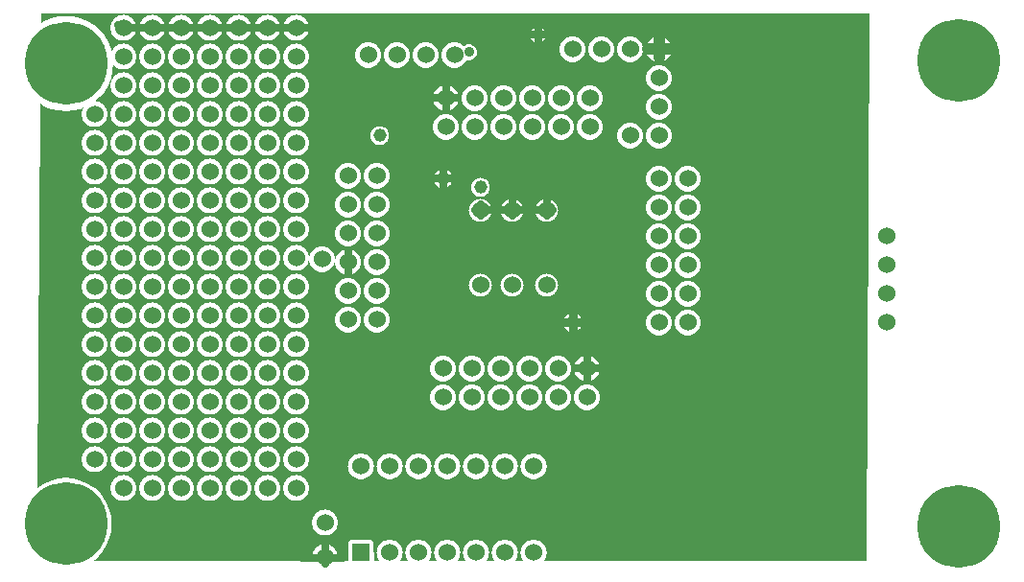
<source format=gbr>
G04 start of page 4 for group 4 idx 4 *
G04 Title: (unknown), power *
G04 Creator: pcb 4.2.0 *
G04 CreationDate: Mon May  4 13:25:44 2020 UTC *
G04 For: xpi *
G04 Format: Gerber/RS-274X *
G04 PCB-Dimensions (mil): 3500.00 2000.00 *
G04 PCB-Coordinate-Origin: lower left *
%MOIN*%
%FSLAX25Y25*%
%LNGROUP4*%
%ADD52C,0.0197*%
%ADD51C,0.1535*%
%ADD50C,0.0200*%
%ADD49C,0.0350*%
%ADD48C,0.0280*%
%ADD47C,0.0360*%
%ADD46C,0.0460*%
%ADD45C,0.0600*%
%ADD44C,0.0669*%
%ADD43C,0.2874*%
%ADD42C,0.0300*%
%ADD41C,0.0400*%
%ADD40C,0.0250*%
%ADD39C,0.0001*%
G54D39*G36*
X127993Y9912D02*X128042Y9294D01*
X128207Y8605D01*
X128478Y7951D01*
X128848Y7347D01*
X129144Y7000D01*
X127993D01*
Y9912D01*
G37*
G36*
X235993Y197500D02*X299000D01*
X298000Y7000D01*
X235993D01*
Y85487D01*
X236000Y85486D01*
X236706Y85542D01*
X237395Y85707D01*
X238049Y85978D01*
X238653Y86348D01*
X239192Y86808D01*
X239652Y87347D01*
X240022Y87951D01*
X240293Y88605D01*
X240458Y89294D01*
X240500Y90000D01*
X240458Y90706D01*
X240293Y91395D01*
X240022Y92049D01*
X239652Y92653D01*
X239192Y93192D01*
X238653Y93652D01*
X238049Y94022D01*
X237395Y94293D01*
X236706Y94458D01*
X236000Y94514D01*
X235993Y94513D01*
Y95487D01*
X236000Y95486D01*
X236706Y95542D01*
X237395Y95707D01*
X238049Y95978D01*
X238653Y96348D01*
X239192Y96808D01*
X239652Y97347D01*
X240022Y97951D01*
X240293Y98605D01*
X240458Y99294D01*
X240500Y100000D01*
X240458Y100706D01*
X240293Y101395D01*
X240022Y102049D01*
X239652Y102653D01*
X239192Y103192D01*
X238653Y103652D01*
X238049Y104022D01*
X237395Y104293D01*
X236706Y104458D01*
X236000Y104514D01*
X235993Y104513D01*
Y105487D01*
X236000Y105486D01*
X236706Y105542D01*
X237395Y105707D01*
X238049Y105978D01*
X238653Y106348D01*
X239192Y106808D01*
X239652Y107347D01*
X240022Y107951D01*
X240293Y108605D01*
X240458Y109294D01*
X240500Y110000D01*
X240458Y110706D01*
X240293Y111395D01*
X240022Y112049D01*
X239652Y112653D01*
X239192Y113192D01*
X238653Y113652D01*
X238049Y114022D01*
X237395Y114293D01*
X236706Y114458D01*
X236000Y114514D01*
X235993Y114513D01*
Y115487D01*
X236000Y115486D01*
X236706Y115542D01*
X237395Y115707D01*
X238049Y115978D01*
X238653Y116348D01*
X239192Y116808D01*
X239652Y117347D01*
X240022Y117951D01*
X240293Y118605D01*
X240458Y119294D01*
X240500Y120000D01*
X240458Y120706D01*
X240293Y121395D01*
X240022Y122049D01*
X239652Y122653D01*
X239192Y123192D01*
X238653Y123652D01*
X238049Y124022D01*
X237395Y124293D01*
X236706Y124458D01*
X236000Y124514D01*
X235993Y124513D01*
Y125487D01*
X236000Y125486D01*
X236706Y125542D01*
X237395Y125707D01*
X238049Y125978D01*
X238653Y126348D01*
X239192Y126808D01*
X239652Y127347D01*
X240022Y127951D01*
X240293Y128605D01*
X240458Y129294D01*
X240500Y130000D01*
X240458Y130706D01*
X240293Y131395D01*
X240022Y132049D01*
X239652Y132653D01*
X239192Y133192D01*
X238653Y133652D01*
X238049Y134022D01*
X237395Y134293D01*
X236706Y134458D01*
X236000Y134514D01*
X235993Y134513D01*
Y135487D01*
X236000Y135486D01*
X236706Y135542D01*
X237395Y135707D01*
X238049Y135978D01*
X238653Y136348D01*
X239192Y136808D01*
X239652Y137347D01*
X240022Y137951D01*
X240293Y138605D01*
X240458Y139294D01*
X240500Y140000D01*
X240458Y140706D01*
X240293Y141395D01*
X240022Y142049D01*
X239652Y142653D01*
X239192Y143192D01*
X238653Y143652D01*
X238049Y144022D01*
X237395Y144293D01*
X236706Y144458D01*
X236000Y144514D01*
X235993Y144513D01*
Y197500D01*
G37*
G36*
X225993D02*X235993D01*
Y144513D01*
X235294Y144458D01*
X234605Y144293D01*
X233951Y144022D01*
X233347Y143652D01*
X232808Y143192D01*
X232348Y142653D01*
X231978Y142049D01*
X231707Y141395D01*
X231542Y140706D01*
X231486Y140000D01*
X231542Y139294D01*
X231707Y138605D01*
X231978Y137951D01*
X232348Y137347D01*
X232808Y136808D01*
X233347Y136348D01*
X233951Y135978D01*
X234605Y135707D01*
X235294Y135542D01*
X235993Y135487D01*
Y134513D01*
X235294Y134458D01*
X234605Y134293D01*
X233951Y134022D01*
X233347Y133652D01*
X232808Y133192D01*
X232348Y132653D01*
X231978Y132049D01*
X231707Y131395D01*
X231542Y130706D01*
X231486Y130000D01*
X231542Y129294D01*
X231707Y128605D01*
X231978Y127951D01*
X232348Y127347D01*
X232808Y126808D01*
X233347Y126348D01*
X233951Y125978D01*
X234605Y125707D01*
X235294Y125542D01*
X235993Y125487D01*
Y124513D01*
X235294Y124458D01*
X234605Y124293D01*
X233951Y124022D01*
X233347Y123652D01*
X232808Y123192D01*
X232348Y122653D01*
X231978Y122049D01*
X231707Y121395D01*
X231542Y120706D01*
X231486Y120000D01*
X231542Y119294D01*
X231707Y118605D01*
X231978Y117951D01*
X232348Y117347D01*
X232808Y116808D01*
X233347Y116348D01*
X233951Y115978D01*
X234605Y115707D01*
X235294Y115542D01*
X235993Y115487D01*
Y114513D01*
X235294Y114458D01*
X234605Y114293D01*
X233951Y114022D01*
X233347Y113652D01*
X232808Y113192D01*
X232348Y112653D01*
X231978Y112049D01*
X231707Y111395D01*
X231542Y110706D01*
X231486Y110000D01*
X231542Y109294D01*
X231707Y108605D01*
X231978Y107951D01*
X232348Y107347D01*
X232808Y106808D01*
X233347Y106348D01*
X233951Y105978D01*
X234605Y105707D01*
X235294Y105542D01*
X235993Y105487D01*
Y104513D01*
X235294Y104458D01*
X234605Y104293D01*
X233951Y104022D01*
X233347Y103652D01*
X232808Y103192D01*
X232348Y102653D01*
X231978Y102049D01*
X231707Y101395D01*
X231542Y100706D01*
X231486Y100000D01*
X231542Y99294D01*
X231707Y98605D01*
X231978Y97951D01*
X232348Y97347D01*
X232808Y96808D01*
X233347Y96348D01*
X233951Y95978D01*
X234605Y95707D01*
X235294Y95542D01*
X235993Y95487D01*
Y94513D01*
X235294Y94458D01*
X234605Y94293D01*
X233951Y94022D01*
X233347Y93652D01*
X232808Y93192D01*
X232348Y92653D01*
X231978Y92049D01*
X231707Y91395D01*
X231542Y90706D01*
X231486Y90000D01*
X231542Y89294D01*
X231707Y88605D01*
X231978Y87951D01*
X232348Y87347D01*
X232808Y86808D01*
X233347Y86348D01*
X233951Y85978D01*
X234605Y85707D01*
X235294Y85542D01*
X235993Y85487D01*
Y7000D01*
X225993D01*
Y85487D01*
X226000Y85486D01*
X226706Y85542D01*
X227395Y85707D01*
X228049Y85978D01*
X228653Y86348D01*
X229192Y86808D01*
X229652Y87347D01*
X230022Y87951D01*
X230293Y88605D01*
X230458Y89294D01*
X230500Y90000D01*
X230458Y90706D01*
X230293Y91395D01*
X230022Y92049D01*
X229652Y92653D01*
X229192Y93192D01*
X228653Y93652D01*
X228049Y94022D01*
X227395Y94293D01*
X226706Y94458D01*
X226000Y94514D01*
X225993Y94513D01*
Y95487D01*
X226000Y95486D01*
X226706Y95542D01*
X227395Y95707D01*
X228049Y95978D01*
X228653Y96348D01*
X229192Y96808D01*
X229652Y97347D01*
X230022Y97951D01*
X230293Y98605D01*
X230458Y99294D01*
X230500Y100000D01*
X230458Y100706D01*
X230293Y101395D01*
X230022Y102049D01*
X229652Y102653D01*
X229192Y103192D01*
X228653Y103652D01*
X228049Y104022D01*
X227395Y104293D01*
X226706Y104458D01*
X226000Y104514D01*
X225993Y104513D01*
Y105487D01*
X226000Y105486D01*
X226706Y105542D01*
X227395Y105707D01*
X228049Y105978D01*
X228653Y106348D01*
X229192Y106808D01*
X229652Y107347D01*
X230022Y107951D01*
X230293Y108605D01*
X230458Y109294D01*
X230500Y110000D01*
X230458Y110706D01*
X230293Y111395D01*
X230022Y112049D01*
X229652Y112653D01*
X229192Y113192D01*
X228653Y113652D01*
X228049Y114022D01*
X227395Y114293D01*
X226706Y114458D01*
X226000Y114514D01*
X225993Y114513D01*
Y115487D01*
X226000Y115486D01*
X226706Y115542D01*
X227395Y115707D01*
X228049Y115978D01*
X228653Y116348D01*
X229192Y116808D01*
X229652Y117347D01*
X230022Y117951D01*
X230293Y118605D01*
X230458Y119294D01*
X230500Y120000D01*
X230458Y120706D01*
X230293Y121395D01*
X230022Y122049D01*
X229652Y122653D01*
X229192Y123192D01*
X228653Y123652D01*
X228049Y124022D01*
X227395Y124293D01*
X226706Y124458D01*
X226000Y124514D01*
X225993Y124513D01*
Y125487D01*
X226000Y125486D01*
X226706Y125542D01*
X227395Y125707D01*
X228049Y125978D01*
X228653Y126348D01*
X229192Y126808D01*
X229652Y127347D01*
X230022Y127951D01*
X230293Y128605D01*
X230458Y129294D01*
X230500Y130000D01*
X230458Y130706D01*
X230293Y131395D01*
X230022Y132049D01*
X229652Y132653D01*
X229192Y133192D01*
X228653Y133652D01*
X228049Y134022D01*
X227395Y134293D01*
X226706Y134458D01*
X226000Y134514D01*
X225993Y134513D01*
Y135487D01*
X226000Y135486D01*
X226706Y135542D01*
X227395Y135707D01*
X228049Y135978D01*
X228653Y136348D01*
X229192Y136808D01*
X229652Y137347D01*
X230022Y137951D01*
X230293Y138605D01*
X230458Y139294D01*
X230500Y140000D01*
X230458Y140706D01*
X230293Y141395D01*
X230022Y142049D01*
X229652Y142653D01*
X229192Y143192D01*
X228653Y143652D01*
X228049Y144022D01*
X227395Y144293D01*
X226706Y144458D01*
X226000Y144514D01*
X225993Y144513D01*
Y150487D01*
X226000Y150486D01*
X226706Y150542D01*
X227395Y150707D01*
X228049Y150978D01*
X228653Y151348D01*
X229192Y151808D01*
X229652Y152347D01*
X230022Y152951D01*
X230293Y153605D01*
X230458Y154294D01*
X230500Y155000D01*
X230458Y155706D01*
X230293Y156395D01*
X230022Y157049D01*
X229652Y157653D01*
X229192Y158192D01*
X228653Y158652D01*
X228049Y159022D01*
X227395Y159293D01*
X226706Y159458D01*
X226000Y159514D01*
X225993Y159513D01*
Y160487D01*
X226000Y160486D01*
X226706Y160542D01*
X227395Y160707D01*
X228049Y160978D01*
X228653Y161348D01*
X229192Y161808D01*
X229652Y162347D01*
X230022Y162951D01*
X230293Y163605D01*
X230458Y164294D01*
X230500Y165000D01*
X230458Y165706D01*
X230293Y166395D01*
X230022Y167049D01*
X229652Y167653D01*
X229192Y168192D01*
X228653Y168652D01*
X228049Y169022D01*
X227395Y169293D01*
X226706Y169458D01*
X226000Y169514D01*
X225993Y169513D01*
Y170487D01*
X226000Y170486D01*
X226706Y170542D01*
X227395Y170707D01*
X228049Y170978D01*
X228653Y171348D01*
X229192Y171808D01*
X229652Y172347D01*
X230022Y172951D01*
X230293Y173605D01*
X230458Y174294D01*
X230500Y175000D01*
X230458Y175706D01*
X230293Y176395D01*
X230022Y177049D01*
X229652Y177653D01*
X229192Y178192D01*
X228653Y178652D01*
X228049Y179022D01*
X227395Y179293D01*
X226706Y179458D01*
X226000Y179514D01*
X225993Y179513D01*
Y180487D01*
X226000Y180486D01*
X226706Y180542D01*
X227395Y180707D01*
X228049Y180978D01*
X228653Y181348D01*
X229192Y181808D01*
X229652Y182347D01*
X230022Y182951D01*
X230293Y183605D01*
X230458Y184294D01*
X230500Y185000D01*
X230458Y185706D01*
X230293Y186395D01*
X230022Y187049D01*
X229652Y187653D01*
X229192Y188192D01*
X228653Y188652D01*
X228049Y189022D01*
X227395Y189293D01*
X226706Y189458D01*
X226000Y189514D01*
X225993Y189513D01*
Y197500D01*
G37*
G36*
X215993D02*X225993D01*
Y189513D01*
X225294Y189458D01*
X224605Y189293D01*
X223951Y189022D01*
X223347Y188652D01*
X222808Y188192D01*
X222348Y187653D01*
X221978Y187049D01*
X221707Y186395D01*
X221542Y185706D01*
X221486Y185000D01*
X221542Y184294D01*
X221707Y183605D01*
X221978Y182951D01*
X222348Y182347D01*
X222808Y181808D01*
X223347Y181348D01*
X223951Y180978D01*
X224605Y180707D01*
X225294Y180542D01*
X225993Y180487D01*
Y179513D01*
X225294Y179458D01*
X224605Y179293D01*
X223951Y179022D01*
X223347Y178652D01*
X222808Y178192D01*
X222348Y177653D01*
X221978Y177049D01*
X221707Y176395D01*
X221542Y175706D01*
X221486Y175000D01*
X221542Y174294D01*
X221707Y173605D01*
X221978Y172951D01*
X222348Y172347D01*
X222808Y171808D01*
X223347Y171348D01*
X223951Y170978D01*
X224605Y170707D01*
X225294Y170542D01*
X225993Y170487D01*
Y169513D01*
X225294Y169458D01*
X224605Y169293D01*
X223951Y169022D01*
X223347Y168652D01*
X222808Y168192D01*
X222348Y167653D01*
X221978Y167049D01*
X221707Y166395D01*
X221542Y165706D01*
X221486Y165000D01*
X221542Y164294D01*
X221707Y163605D01*
X221978Y162951D01*
X222348Y162347D01*
X222808Y161808D01*
X223347Y161348D01*
X223951Y160978D01*
X224605Y160707D01*
X225294Y160542D01*
X225993Y160487D01*
Y159513D01*
X225294Y159458D01*
X224605Y159293D01*
X223951Y159022D01*
X223347Y158652D01*
X222808Y158192D01*
X222348Y157653D01*
X221978Y157049D01*
X221707Y156395D01*
X221542Y155706D01*
X221486Y155000D01*
X221542Y154294D01*
X221707Y153605D01*
X221978Y152951D01*
X222348Y152347D01*
X222808Y151808D01*
X223347Y151348D01*
X223951Y150978D01*
X224605Y150707D01*
X225294Y150542D01*
X225993Y150487D01*
Y144513D01*
X225294Y144458D01*
X224605Y144293D01*
X223951Y144022D01*
X223347Y143652D01*
X222808Y143192D01*
X222348Y142653D01*
X221978Y142049D01*
X221707Y141395D01*
X221542Y140706D01*
X221486Y140000D01*
X221542Y139294D01*
X221707Y138605D01*
X221978Y137951D01*
X222348Y137347D01*
X222808Y136808D01*
X223347Y136348D01*
X223951Y135978D01*
X224605Y135707D01*
X225294Y135542D01*
X225993Y135487D01*
Y134513D01*
X225294Y134458D01*
X224605Y134293D01*
X223951Y134022D01*
X223347Y133652D01*
X222808Y133192D01*
X222348Y132653D01*
X221978Y132049D01*
X221707Y131395D01*
X221542Y130706D01*
X221486Y130000D01*
X221542Y129294D01*
X221707Y128605D01*
X221978Y127951D01*
X222348Y127347D01*
X222808Y126808D01*
X223347Y126348D01*
X223951Y125978D01*
X224605Y125707D01*
X225294Y125542D01*
X225993Y125487D01*
Y124513D01*
X225294Y124458D01*
X224605Y124293D01*
X223951Y124022D01*
X223347Y123652D01*
X222808Y123192D01*
X222348Y122653D01*
X221978Y122049D01*
X221707Y121395D01*
X221542Y120706D01*
X221486Y120000D01*
X221542Y119294D01*
X221707Y118605D01*
X221978Y117951D01*
X222348Y117347D01*
X222808Y116808D01*
X223347Y116348D01*
X223951Y115978D01*
X224605Y115707D01*
X225294Y115542D01*
X225993Y115487D01*
Y114513D01*
X225294Y114458D01*
X224605Y114293D01*
X223951Y114022D01*
X223347Y113652D01*
X222808Y113192D01*
X222348Y112653D01*
X221978Y112049D01*
X221707Y111395D01*
X221542Y110706D01*
X221486Y110000D01*
X221542Y109294D01*
X221707Y108605D01*
X221978Y107951D01*
X222348Y107347D01*
X222808Y106808D01*
X223347Y106348D01*
X223951Y105978D01*
X224605Y105707D01*
X225294Y105542D01*
X225993Y105487D01*
Y104513D01*
X225294Y104458D01*
X224605Y104293D01*
X223951Y104022D01*
X223347Y103652D01*
X222808Y103192D01*
X222348Y102653D01*
X221978Y102049D01*
X221707Y101395D01*
X221542Y100706D01*
X221486Y100000D01*
X221542Y99294D01*
X221707Y98605D01*
X221978Y97951D01*
X222348Y97347D01*
X222808Y96808D01*
X223347Y96348D01*
X223951Y95978D01*
X224605Y95707D01*
X225294Y95542D01*
X225993Y95487D01*
Y94513D01*
X225294Y94458D01*
X224605Y94293D01*
X223951Y94022D01*
X223347Y93652D01*
X222808Y93192D01*
X222348Y92653D01*
X221978Y92049D01*
X221707Y91395D01*
X221542Y90706D01*
X221486Y90000D01*
X221542Y89294D01*
X221707Y88605D01*
X221978Y87951D01*
X222348Y87347D01*
X222808Y86808D01*
X223347Y86348D01*
X223951Y85978D01*
X224605Y85707D01*
X225294Y85542D01*
X225993Y85487D01*
Y7000D01*
X215993D01*
Y150487D01*
X216000Y150486D01*
X216706Y150542D01*
X217395Y150707D01*
X218049Y150978D01*
X218653Y151348D01*
X219192Y151808D01*
X219652Y152347D01*
X220022Y152951D01*
X220293Y153605D01*
X220458Y154294D01*
X220500Y155000D01*
X220458Y155706D01*
X220293Y156395D01*
X220022Y157049D01*
X219652Y157653D01*
X219192Y158192D01*
X218653Y158652D01*
X218049Y159022D01*
X217395Y159293D01*
X216706Y159458D01*
X216000Y159514D01*
X215993Y159513D01*
Y180487D01*
X216000Y180486D01*
X216706Y180542D01*
X217395Y180707D01*
X218049Y180978D01*
X218653Y181348D01*
X219192Y181808D01*
X219652Y182347D01*
X220022Y182951D01*
X220293Y183605D01*
X220458Y184294D01*
X220500Y185000D01*
X220458Y185706D01*
X220293Y186395D01*
X220022Y187049D01*
X219652Y187653D01*
X219192Y188192D01*
X218653Y188652D01*
X218049Y189022D01*
X217395Y189293D01*
X216706Y189458D01*
X216000Y189514D01*
X215993Y189513D01*
Y197500D01*
G37*
G36*
X205993D02*X215993D01*
Y189513D01*
X215294Y189458D01*
X214605Y189293D01*
X213951Y189022D01*
X213347Y188652D01*
X212808Y188192D01*
X212348Y187653D01*
X211978Y187049D01*
X211707Y186395D01*
X211542Y185706D01*
X211486Y185000D01*
X211542Y184294D01*
X211707Y183605D01*
X211978Y182951D01*
X212348Y182347D01*
X212808Y181808D01*
X213347Y181348D01*
X213951Y180978D01*
X214605Y180707D01*
X215294Y180542D01*
X215993Y180487D01*
Y159513D01*
X215294Y159458D01*
X214605Y159293D01*
X213951Y159022D01*
X213347Y158652D01*
X212808Y158192D01*
X212348Y157653D01*
X211978Y157049D01*
X211707Y156395D01*
X211542Y155706D01*
X211486Y155000D01*
X211542Y154294D01*
X211707Y153605D01*
X211978Y152951D01*
X212348Y152347D01*
X212808Y151808D01*
X213347Y151348D01*
X213951Y150978D01*
X214605Y150707D01*
X215294Y150542D01*
X215993Y150487D01*
Y7000D01*
X205993D01*
Y155904D01*
X206022Y155951D01*
X206293Y156605D01*
X206458Y157294D01*
X206500Y158000D01*
X206458Y158706D01*
X206293Y159395D01*
X206022Y160049D01*
X205993Y160096D01*
Y165904D01*
X206022Y165951D01*
X206293Y166605D01*
X206458Y167294D01*
X206500Y168000D01*
X206458Y168706D01*
X206293Y169395D01*
X206022Y170049D01*
X205993Y170096D01*
Y180487D01*
X206000Y180486D01*
X206706Y180542D01*
X207395Y180707D01*
X208049Y180978D01*
X208653Y181348D01*
X209192Y181808D01*
X209652Y182347D01*
X210022Y182951D01*
X210293Y183605D01*
X210458Y184294D01*
X210500Y185000D01*
X210458Y185706D01*
X210293Y186395D01*
X210022Y187049D01*
X209652Y187653D01*
X209192Y188192D01*
X208653Y188652D01*
X208049Y189022D01*
X207395Y189293D01*
X206706Y189458D01*
X206000Y189514D01*
X205993Y189513D01*
Y197500D01*
G37*
G36*
Y160096D02*X205652Y160653D01*
X205192Y161192D01*
X204653Y161652D01*
X204049Y162022D01*
X203395Y162293D01*
X202706Y162458D01*
X202000Y162514D01*
X201294Y162458D01*
X200993Y162386D01*
Y163614D01*
X201294Y163542D01*
X202000Y163486D01*
X202706Y163542D01*
X203395Y163707D01*
X204049Y163978D01*
X204653Y164348D01*
X205192Y164808D01*
X205652Y165347D01*
X205993Y165904D01*
Y160096D01*
G37*
G36*
Y7000D02*X200993D01*
Y59487D01*
X201000Y59486D01*
X201706Y59542D01*
X202395Y59707D01*
X203049Y59978D01*
X203653Y60348D01*
X204192Y60808D01*
X204652Y61347D01*
X205022Y61951D01*
X205293Y62605D01*
X205458Y63294D01*
X205500Y64000D01*
X205458Y64706D01*
X205293Y65395D01*
X205022Y66049D01*
X204652Y66653D01*
X204192Y67192D01*
X203653Y67652D01*
X203049Y68022D01*
X202395Y68293D01*
X201706Y68458D01*
X201000Y68514D01*
X200993Y68513D01*
Y69487D01*
X201000Y69486D01*
X201706Y69542D01*
X202395Y69707D01*
X203049Y69978D01*
X203653Y70348D01*
X204192Y70808D01*
X204652Y71347D01*
X205022Y71951D01*
X205293Y72605D01*
X205458Y73294D01*
X205500Y74000D01*
X205458Y74706D01*
X205293Y75395D01*
X205022Y76049D01*
X204652Y76653D01*
X204192Y77192D01*
X203653Y77652D01*
X203049Y78022D01*
X202395Y78293D01*
X201706Y78458D01*
X201000Y78514D01*
X200993Y78513D01*
Y153614D01*
X201294Y153542D01*
X202000Y153486D01*
X202706Y153542D01*
X203395Y153707D01*
X204049Y153978D01*
X204653Y154348D01*
X205192Y154808D01*
X205652Y155347D01*
X205993Y155904D01*
Y7000D01*
G37*
G36*
X200993Y197500D02*X205993D01*
Y189513D01*
X205294Y189458D01*
X204605Y189293D01*
X203951Y189022D01*
X203347Y188652D01*
X202808Y188192D01*
X202348Y187653D01*
X201978Y187049D01*
X201707Y186395D01*
X201542Y185706D01*
X201486Y185000D01*
X201542Y184294D01*
X201707Y183605D01*
X201978Y182951D01*
X202348Y182347D01*
X202808Y181808D01*
X203347Y181348D01*
X203951Y180978D01*
X204605Y180707D01*
X205294Y180542D01*
X205993Y180487D01*
Y170096D01*
X205652Y170653D01*
X205192Y171192D01*
X204653Y171652D01*
X204049Y172022D01*
X203395Y172293D01*
X202706Y172458D01*
X202000Y172514D01*
X201294Y172458D01*
X200993Y172386D01*
Y197500D01*
G37*
G36*
X195995D02*X200993D01*
Y172386D01*
X200605Y172293D01*
X199951Y172022D01*
X199347Y171652D01*
X198808Y171192D01*
X198348Y170653D01*
X197978Y170049D01*
X197707Y169395D01*
X197542Y168706D01*
X197486Y168000D01*
X197542Y167294D01*
X197707Y166605D01*
X197978Y165951D01*
X198348Y165347D01*
X198808Y164808D01*
X199347Y164348D01*
X199951Y163978D01*
X200605Y163707D01*
X200993Y163614D01*
Y162386D01*
X200605Y162293D01*
X199951Y162022D01*
X199347Y161652D01*
X198808Y161192D01*
X198348Y160653D01*
X197978Y160049D01*
X197707Y159395D01*
X197542Y158706D01*
X197486Y158000D01*
X197542Y157294D01*
X197707Y156605D01*
X197978Y155951D01*
X198348Y155347D01*
X198808Y154808D01*
X199347Y154348D01*
X199951Y153978D01*
X200605Y153707D01*
X200993Y153614D01*
Y78513D01*
X200294Y78458D01*
X199605Y78293D01*
X198951Y78022D01*
X198347Y77652D01*
X197808Y77192D01*
X197348Y76653D01*
X196978Y76049D01*
X196707Y75395D01*
X196542Y74706D01*
X196486Y74000D01*
X196542Y73294D01*
X196707Y72605D01*
X196978Y71951D01*
X197348Y71347D01*
X197808Y70808D01*
X198347Y70348D01*
X198951Y69978D01*
X199605Y69707D01*
X200294Y69542D01*
X200993Y69487D01*
Y68513D01*
X200294Y68458D01*
X199605Y68293D01*
X198951Y68022D01*
X198347Y67652D01*
X197808Y67192D01*
X197348Y66653D01*
X196978Y66049D01*
X196707Y65395D01*
X196542Y64706D01*
X196486Y64000D01*
X196542Y63294D01*
X196707Y62605D01*
X196978Y61951D01*
X197348Y61347D01*
X197808Y60808D01*
X198347Y60348D01*
X198951Y59978D01*
X199605Y59707D01*
X200294Y59542D01*
X200993Y59487D01*
Y7000D01*
X195995D01*
Y86690D01*
X196000Y86690D01*
X196518Y86731D01*
X197023Y86852D01*
X197503Y87051D01*
X197946Y87322D01*
X198341Y87659D01*
X198678Y88054D01*
X198949Y88497D01*
X199148Y88977D01*
X199269Y89482D01*
X199300Y90000D01*
X199269Y90518D01*
X199148Y91023D01*
X198949Y91503D01*
X198678Y91946D01*
X198341Y92341D01*
X197946Y92678D01*
X197503Y92949D01*
X197023Y93148D01*
X196518Y93269D01*
X196000Y93310D01*
X195995Y93310D01*
Y155907D01*
X196022Y155951D01*
X196293Y156605D01*
X196458Y157294D01*
X196500Y158000D01*
X196458Y158706D01*
X196293Y159395D01*
X196022Y160049D01*
X195995Y160093D01*
Y165907D01*
X196022Y165951D01*
X196293Y166605D01*
X196458Y167294D01*
X196500Y168000D01*
X196458Y168706D01*
X196293Y169395D01*
X196022Y170049D01*
X195995Y170093D01*
Y180487D01*
X196000Y180486D01*
X196706Y180542D01*
X197395Y180707D01*
X198049Y180978D01*
X198653Y181348D01*
X199192Y181808D01*
X199652Y182347D01*
X200022Y182951D01*
X200293Y183605D01*
X200458Y184294D01*
X200500Y185000D01*
X200458Y185706D01*
X200293Y186395D01*
X200022Y187049D01*
X199652Y187653D01*
X199192Y188192D01*
X198653Y188652D01*
X198049Y189022D01*
X197395Y189293D01*
X196706Y189458D01*
X196000Y189514D01*
X195995Y189513D01*
Y197500D01*
G37*
G36*
X186994D02*X195995D01*
Y189513D01*
X195294Y189458D01*
X194605Y189293D01*
X193951Y189022D01*
X193347Y188652D01*
X192808Y188192D01*
X192348Y187653D01*
X191978Y187049D01*
X191707Y186395D01*
X191542Y185706D01*
X191486Y185000D01*
X191542Y184294D01*
X191707Y183605D01*
X191978Y182951D01*
X192348Y182347D01*
X192808Y181808D01*
X193347Y181348D01*
X193951Y180978D01*
X194605Y180707D01*
X195294Y180542D01*
X195995Y180487D01*
Y170093D01*
X195652Y170653D01*
X195192Y171192D01*
X194653Y171652D01*
X194049Y172022D01*
X193395Y172293D01*
X192706Y172458D01*
X192000Y172514D01*
X191294Y172458D01*
X190605Y172293D01*
X189951Y172022D01*
X189347Y171652D01*
X188808Y171192D01*
X188348Y170653D01*
X187978Y170049D01*
X187707Y169395D01*
X187542Y168706D01*
X187486Y168000D01*
X187542Y167294D01*
X187707Y166605D01*
X187978Y165951D01*
X188348Y165347D01*
X188808Y164808D01*
X189347Y164348D01*
X189951Y163978D01*
X190605Y163707D01*
X191294Y163542D01*
X192000Y163486D01*
X192706Y163542D01*
X193395Y163707D01*
X194049Y163978D01*
X194653Y164348D01*
X195192Y164808D01*
X195652Y165347D01*
X195995Y165907D01*
Y160093D01*
X195652Y160653D01*
X195192Y161192D01*
X194653Y161652D01*
X194049Y162022D01*
X193395Y162293D01*
X192706Y162458D01*
X192000Y162514D01*
X191294Y162458D01*
X190605Y162293D01*
X189951Y162022D01*
X189347Y161652D01*
X188808Y161192D01*
X188348Y160653D01*
X187978Y160049D01*
X187707Y159395D01*
X187542Y158706D01*
X187486Y158000D01*
X187542Y157294D01*
X187707Y156605D01*
X187978Y155951D01*
X188348Y155347D01*
X188808Y154808D01*
X189347Y154348D01*
X189951Y153978D01*
X190605Y153707D01*
X191294Y153542D01*
X192000Y153486D01*
X192706Y153542D01*
X193395Y153707D01*
X194049Y153978D01*
X194653Y154348D01*
X195192Y154808D01*
X195652Y155347D01*
X195995Y155907D01*
Y93310D01*
X195482Y93269D01*
X194977Y93148D01*
X194497Y92949D01*
X194054Y92678D01*
X193659Y92341D01*
X193322Y91946D01*
X193051Y91503D01*
X192852Y91023D01*
X192731Y90518D01*
X192690Y90000D01*
X192731Y89482D01*
X192852Y88977D01*
X193051Y88497D01*
X193322Y88054D01*
X193659Y87659D01*
X194054Y87322D01*
X194497Y87051D01*
X194977Y86852D01*
X195482Y86731D01*
X195995Y86690D01*
Y7000D01*
X186994D01*
Y9896D01*
X187000Y10000D01*
X186994Y10104D01*
Y39896D01*
X187000Y40000D01*
X186994Y40104D01*
Y61925D01*
X187348Y61347D01*
X187808Y60808D01*
X188347Y60348D01*
X188951Y59978D01*
X189605Y59707D01*
X190294Y59542D01*
X191000Y59486D01*
X191706Y59542D01*
X192395Y59707D01*
X193049Y59978D01*
X193653Y60348D01*
X194192Y60808D01*
X194652Y61347D01*
X195022Y61951D01*
X195293Y62605D01*
X195458Y63294D01*
X195500Y64000D01*
X195458Y64706D01*
X195293Y65395D01*
X195022Y66049D01*
X194652Y66653D01*
X194192Y67192D01*
X193653Y67652D01*
X193049Y68022D01*
X192395Y68293D01*
X191706Y68458D01*
X191000Y68514D01*
X190294Y68458D01*
X189605Y68293D01*
X188951Y68022D01*
X188347Y67652D01*
X187808Y67192D01*
X187348Y66653D01*
X186994Y66075D01*
Y71925D01*
X187348Y71347D01*
X187808Y70808D01*
X188347Y70348D01*
X188951Y69978D01*
X189605Y69707D01*
X190294Y69542D01*
X191000Y69486D01*
X191706Y69542D01*
X192395Y69707D01*
X193049Y69978D01*
X193653Y70348D01*
X194192Y70808D01*
X194652Y71347D01*
X195022Y71951D01*
X195293Y72605D01*
X195458Y73294D01*
X195500Y74000D01*
X195458Y74706D01*
X195293Y75395D01*
X195022Y76049D01*
X194652Y76653D01*
X194192Y77192D01*
X193653Y77652D01*
X193049Y78022D01*
X192395Y78293D01*
X191706Y78458D01*
X191000Y78514D01*
X190294Y78458D01*
X189605Y78293D01*
X188951Y78022D01*
X188347Y77652D01*
X187808Y77192D01*
X187348Y76653D01*
X186994Y76075D01*
Y98988D01*
X187000Y98988D01*
X187628Y99037D01*
X188240Y99184D01*
X188822Y99425D01*
X189358Y99754D01*
X189837Y100163D01*
X190246Y100642D01*
X190575Y101178D01*
X190816Y101760D01*
X190963Y102372D01*
X191000Y103000D01*
X190963Y103628D01*
X190816Y104240D01*
X190575Y104822D01*
X190246Y105358D01*
X189837Y105837D01*
X189358Y106246D01*
X188822Y106575D01*
X188240Y106816D01*
X187628Y106963D01*
X187000Y107012D01*
X186994Y107012D01*
Y124988D01*
X187000Y124988D01*
X187628Y125037D01*
X188240Y125184D01*
X188822Y125425D01*
X189358Y125754D01*
X189837Y126163D01*
X190246Y126642D01*
X190575Y127178D01*
X190816Y127760D01*
X190963Y128372D01*
X191000Y129000D01*
X190963Y129628D01*
X190816Y130240D01*
X190575Y130822D01*
X190246Y131358D01*
X189837Y131837D01*
X189358Y132246D01*
X188822Y132575D01*
X188240Y132816D01*
X187628Y132963D01*
X187000Y133012D01*
X186994Y133012D01*
Y197500D01*
G37*
G36*
Y7000D02*X185856D01*
X186152Y7347D01*
X186522Y7951D01*
X186793Y8605D01*
X186958Y9294D01*
X186994Y9896D01*
Y7000D01*
G37*
G36*
X180993Y35753D02*X181105Y35707D01*
X181794Y35542D01*
X182500Y35486D01*
X183206Y35542D01*
X183895Y35707D01*
X184549Y35978D01*
X185153Y36348D01*
X185692Y36808D01*
X186152Y37347D01*
X186522Y37951D01*
X186793Y38605D01*
X186958Y39294D01*
X186994Y39896D01*
Y10104D01*
X186958Y10706D01*
X186793Y11395D01*
X186522Y12049D01*
X186152Y12653D01*
X185692Y13192D01*
X185153Y13652D01*
X184549Y14022D01*
X183895Y14293D01*
X183206Y14458D01*
X182500Y14514D01*
X181794Y14458D01*
X181105Y14293D01*
X180993Y14247D01*
Y35753D01*
G37*
G36*
X183996Y100359D02*X184163Y100163D01*
X184642Y99754D01*
X185178Y99425D01*
X185760Y99184D01*
X186372Y99037D01*
X186994Y98988D01*
Y76075D01*
X186978Y76049D01*
X186707Y75395D01*
X186542Y74706D01*
X186486Y74000D01*
X186542Y73294D01*
X186707Y72605D01*
X186978Y71951D01*
X186994Y71925D01*
Y66075D01*
X186978Y66049D01*
X186707Y65395D01*
X186542Y64706D01*
X186486Y64000D01*
X186542Y63294D01*
X186707Y62605D01*
X186978Y61951D01*
X186994Y61925D01*
Y40104D01*
X186958Y40706D01*
X186793Y41395D01*
X186522Y42049D01*
X186152Y42653D01*
X185692Y43192D01*
X185153Y43652D01*
X184549Y44022D01*
X183996Y44251D01*
Y60641D01*
X184192Y60808D01*
X184652Y61347D01*
X185022Y61951D01*
X185293Y62605D01*
X185458Y63294D01*
X185500Y64000D01*
X185458Y64706D01*
X185293Y65395D01*
X185022Y66049D01*
X184652Y66653D01*
X184192Y67192D01*
X183996Y67359D01*
Y70641D01*
X184192Y70808D01*
X184652Y71347D01*
X185022Y71951D01*
X185293Y72605D01*
X185458Y73294D01*
X185500Y74000D01*
X185458Y74706D01*
X185293Y75395D01*
X185022Y76049D01*
X184652Y76653D01*
X184192Y77192D01*
X183996Y77359D01*
Y100359D01*
G37*
G36*
Y126359D02*X184163Y126163D01*
X184642Y125754D01*
X185178Y125425D01*
X185760Y125184D01*
X186372Y125037D01*
X186994Y124988D01*
Y107012D01*
X186372Y106963D01*
X185760Y106816D01*
X185178Y106575D01*
X184642Y106246D01*
X184163Y105837D01*
X183996Y105641D01*
Y126359D01*
G37*
G36*
Y197500D02*X186994D01*
Y133012D01*
X186372Y132963D01*
X185760Y132816D01*
X185178Y132575D01*
X184642Y132246D01*
X184163Y131837D01*
X183996Y131641D01*
Y153956D01*
X184049Y153978D01*
X184653Y154348D01*
X185192Y154808D01*
X185652Y155347D01*
X186022Y155951D01*
X186293Y156605D01*
X186458Y157294D01*
X186500Y158000D01*
X186458Y158706D01*
X186293Y159395D01*
X186022Y160049D01*
X185652Y160653D01*
X185192Y161192D01*
X184653Y161652D01*
X184049Y162022D01*
X183996Y162044D01*
Y163956D01*
X184049Y163978D01*
X184653Y164348D01*
X185192Y164808D01*
X185652Y165347D01*
X186022Y165951D01*
X186293Y166605D01*
X186458Y167294D01*
X186500Y168000D01*
X186458Y168706D01*
X186293Y169395D01*
X186022Y170049D01*
X185652Y170653D01*
X185192Y171192D01*
X184653Y171652D01*
X184049Y172022D01*
X183996Y172044D01*
Y187192D01*
X184000Y187191D01*
X184439Y187226D01*
X184868Y187329D01*
X185275Y187497D01*
X185651Y187728D01*
X185986Y188014D01*
X186272Y188349D01*
X186503Y188725D01*
X186671Y189132D01*
X186774Y189561D01*
X186800Y190000D01*
X186774Y190439D01*
X186671Y190868D01*
X186503Y191275D01*
X186272Y191651D01*
X185986Y191986D01*
X185651Y192272D01*
X185275Y192503D01*
X184868Y192671D01*
X184439Y192774D01*
X184000Y192809D01*
X183996Y192808D01*
Y197500D01*
G37*
G36*
Y162044D02*X183395Y162293D01*
X182706Y162458D01*
X182000Y162514D01*
X181294Y162458D01*
X180993Y162386D01*
Y163614D01*
X181294Y163542D01*
X182000Y163486D01*
X182706Y163542D01*
X183395Y163707D01*
X183996Y163956D01*
Y162044D01*
G37*
G36*
Y67359D02*X183653Y67652D01*
X183049Y68022D01*
X182395Y68293D01*
X181706Y68458D01*
X181000Y68514D01*
X180993Y68513D01*
Y69487D01*
X181000Y69486D01*
X181706Y69542D01*
X182395Y69707D01*
X183049Y69978D01*
X183653Y70348D01*
X183996Y70641D01*
Y67359D01*
G37*
G36*
Y44251D02*X183895Y44293D01*
X183206Y44458D01*
X182500Y44514D01*
X181794Y44458D01*
X181105Y44293D01*
X180993Y44247D01*
Y59487D01*
X181000Y59486D01*
X181706Y59542D01*
X182395Y59707D01*
X183049Y59978D01*
X183653Y60348D01*
X183996Y60641D01*
Y44251D01*
G37*
G36*
Y131641D02*X183754Y131358D01*
X183425Y130822D01*
X183184Y130240D01*
X183037Y129628D01*
X182988Y129000D01*
X183037Y128372D01*
X183184Y127760D01*
X183425Y127178D01*
X183754Y126642D01*
X183996Y126359D01*
Y105641D01*
X183754Y105358D01*
X183425Y104822D01*
X183184Y104240D01*
X183037Y103628D01*
X182988Y103000D01*
X183037Y102372D01*
X183184Y101760D01*
X183425Y101178D01*
X183754Y100642D01*
X183996Y100359D01*
Y77359D01*
X183653Y77652D01*
X183049Y78022D01*
X182395Y78293D01*
X181706Y78458D01*
X181000Y78514D01*
X180993Y78513D01*
Y153614D01*
X181294Y153542D01*
X182000Y153486D01*
X182706Y153542D01*
X183395Y153707D01*
X183996Y153956D01*
Y131641D01*
G37*
G36*
X180993Y197500D02*X183996D01*
Y192808D01*
X183561Y192774D01*
X183132Y192671D01*
X182725Y192503D01*
X182349Y192272D01*
X182014Y191986D01*
X181728Y191651D01*
X181497Y191275D01*
X181329Y190868D01*
X181226Y190439D01*
X181191Y190000D01*
X181226Y189561D01*
X181329Y189132D01*
X181497Y188725D01*
X181728Y188349D01*
X182014Y188014D01*
X182349Y187728D01*
X182725Y187497D01*
X183132Y187329D01*
X183561Y187226D01*
X183996Y187192D01*
Y172044D01*
X183395Y172293D01*
X182706Y172458D01*
X182000Y172514D01*
X181294Y172458D01*
X180993Y172386D01*
Y197500D01*
G37*
G36*
X174994D02*X180993D01*
Y172386D01*
X180605Y172293D01*
X179951Y172022D01*
X179347Y171652D01*
X178808Y171192D01*
X178348Y170653D01*
X177978Y170049D01*
X177707Y169395D01*
X177542Y168706D01*
X177486Y168000D01*
X177542Y167294D01*
X177707Y166605D01*
X177978Y165951D01*
X178348Y165347D01*
X178808Y164808D01*
X179347Y164348D01*
X179951Y163978D01*
X180605Y163707D01*
X180993Y163614D01*
Y162386D01*
X180605Y162293D01*
X179951Y162022D01*
X179347Y161652D01*
X178808Y161192D01*
X178348Y160653D01*
X177978Y160049D01*
X177707Y159395D01*
X177542Y158706D01*
X177486Y158000D01*
X177542Y157294D01*
X177707Y156605D01*
X177978Y155951D01*
X178348Y155347D01*
X178808Y154808D01*
X179347Y154348D01*
X179951Y153978D01*
X180605Y153707D01*
X180993Y153614D01*
Y78513D01*
X180294Y78458D01*
X179605Y78293D01*
X178951Y78022D01*
X178347Y77652D01*
X177808Y77192D01*
X177348Y76653D01*
X176978Y76049D01*
X176707Y75395D01*
X176542Y74706D01*
X176486Y74000D01*
X176542Y73294D01*
X176707Y72605D01*
X176978Y71951D01*
X177348Y71347D01*
X177808Y70808D01*
X178347Y70348D01*
X178951Y69978D01*
X179605Y69707D01*
X180294Y69542D01*
X180993Y69487D01*
Y68513D01*
X180294Y68458D01*
X179605Y68293D01*
X178951Y68022D01*
X178347Y67652D01*
X177808Y67192D01*
X177348Y66653D01*
X176978Y66049D01*
X176707Y65395D01*
X176542Y64706D01*
X176486Y64000D01*
X176542Y63294D01*
X176707Y62605D01*
X176978Y61951D01*
X177348Y61347D01*
X177808Y60808D01*
X178347Y60348D01*
X178951Y59978D01*
X179605Y59707D01*
X180294Y59542D01*
X180993Y59487D01*
Y44247D01*
X180451Y44022D01*
X179847Y43652D01*
X179308Y43192D01*
X178848Y42653D01*
X178478Y42049D01*
X178207Y41395D01*
X178042Y40706D01*
X177986Y40000D01*
X178042Y39294D01*
X178207Y38605D01*
X178478Y37951D01*
X178848Y37347D01*
X179308Y36808D01*
X179847Y36348D01*
X180451Y35978D01*
X180993Y35753D01*
Y14247D01*
X180451Y14022D01*
X179847Y13652D01*
X179308Y13192D01*
X178848Y12653D01*
X178478Y12049D01*
X178207Y11395D01*
X178042Y10706D01*
X177986Y10000D01*
X178042Y9294D01*
X178207Y8605D01*
X178478Y7951D01*
X178848Y7347D01*
X179144Y7000D01*
X175856D01*
X176152Y7347D01*
X176522Y7951D01*
X176793Y8605D01*
X176958Y9294D01*
X177000Y10000D01*
X176958Y10706D01*
X176793Y11395D01*
X176522Y12049D01*
X176152Y12653D01*
X175692Y13192D01*
X175153Y13652D01*
X174994Y13749D01*
Y36251D01*
X175153Y36348D01*
X175692Y36808D01*
X176152Y37347D01*
X176522Y37951D01*
X176793Y38605D01*
X176958Y39294D01*
X177000Y40000D01*
X176958Y40706D01*
X176793Y41395D01*
X176522Y42049D01*
X176152Y42653D01*
X175692Y43192D01*
X175153Y43652D01*
X174994Y43749D01*
Y61905D01*
X175022Y61951D01*
X175293Y62605D01*
X175458Y63294D01*
X175500Y64000D01*
X175458Y64706D01*
X175293Y65395D01*
X175022Y66049D01*
X174994Y66095D01*
Y71905D01*
X175022Y71951D01*
X175293Y72605D01*
X175458Y73294D01*
X175500Y74000D01*
X175458Y74706D01*
X175293Y75395D01*
X175022Y76049D01*
X174994Y76095D01*
Y98988D01*
X175000Y98988D01*
X175628Y99037D01*
X176240Y99184D01*
X176822Y99425D01*
X177358Y99754D01*
X177837Y100163D01*
X178246Y100642D01*
X178575Y101178D01*
X178816Y101760D01*
X178963Y102372D01*
X179000Y103000D01*
X178963Y103628D01*
X178816Y104240D01*
X178575Y104822D01*
X178246Y105358D01*
X177837Y105837D01*
X177358Y106246D01*
X176822Y106575D01*
X176240Y106816D01*
X175628Y106963D01*
X175000Y107012D01*
X174994Y107012D01*
Y124988D01*
X175000Y124988D01*
X175628Y125037D01*
X176240Y125184D01*
X176822Y125425D01*
X177358Y125754D01*
X177837Y126163D01*
X178246Y126642D01*
X178575Y127178D01*
X178816Y127760D01*
X178963Y128372D01*
X179000Y129000D01*
X178963Y129628D01*
X178816Y130240D01*
X178575Y130822D01*
X178246Y131358D01*
X177837Y131837D01*
X177358Y132246D01*
X176822Y132575D01*
X176240Y132816D01*
X175628Y132963D01*
X175000Y133012D01*
X174994Y133012D01*
Y154639D01*
X175192Y154808D01*
X175652Y155347D01*
X176022Y155951D01*
X176293Y156605D01*
X176458Y157294D01*
X176500Y158000D01*
X176458Y158706D01*
X176293Y159395D01*
X176022Y160049D01*
X175652Y160653D01*
X175192Y161192D01*
X174994Y161361D01*
Y164639D01*
X175192Y164808D01*
X175652Y165347D01*
X176022Y165951D01*
X176293Y166605D01*
X176458Y167294D01*
X176500Y168000D01*
X176458Y168706D01*
X176293Y169395D01*
X176022Y170049D01*
X175652Y170653D01*
X175192Y171192D01*
X174994Y171361D01*
Y197500D01*
G37*
G36*
X163994D02*X174994D01*
Y171361D01*
X174653Y171652D01*
X174049Y172022D01*
X173395Y172293D01*
X172706Y172458D01*
X172000Y172514D01*
X171294Y172458D01*
X170605Y172293D01*
X169951Y172022D01*
X169347Y171652D01*
X168808Y171192D01*
X168348Y170653D01*
X167978Y170049D01*
X167707Y169395D01*
X167542Y168706D01*
X167486Y168000D01*
X167542Y167294D01*
X167707Y166605D01*
X167978Y165951D01*
X168348Y165347D01*
X168808Y164808D01*
X169347Y164348D01*
X169951Y163978D01*
X170605Y163707D01*
X171294Y163542D01*
X172000Y163486D01*
X172706Y163542D01*
X173395Y163707D01*
X174049Y163978D01*
X174653Y164348D01*
X174994Y164639D01*
Y161361D01*
X174653Y161652D01*
X174049Y162022D01*
X173395Y162293D01*
X172706Y162458D01*
X172000Y162514D01*
X171294Y162458D01*
X170605Y162293D01*
X169951Y162022D01*
X169347Y161652D01*
X168808Y161192D01*
X168348Y160653D01*
X167978Y160049D01*
X167707Y159395D01*
X167542Y158706D01*
X167486Y158000D01*
X167542Y157294D01*
X167707Y156605D01*
X167978Y155951D01*
X168348Y155347D01*
X168808Y154808D01*
X169347Y154348D01*
X169951Y153978D01*
X170605Y153707D01*
X171294Y153542D01*
X172000Y153486D01*
X172706Y153542D01*
X173395Y153707D01*
X174049Y153978D01*
X174653Y154348D01*
X174994Y154639D01*
Y133012D01*
X174372Y132963D01*
X173760Y132816D01*
X173178Y132575D01*
X172642Y132246D01*
X172163Y131837D01*
X171754Y131358D01*
X171425Y130822D01*
X171184Y130240D01*
X171037Y129628D01*
X170988Y129000D01*
X171037Y128372D01*
X171184Y127760D01*
X171425Y127178D01*
X171754Y126642D01*
X172163Y126163D01*
X172642Y125754D01*
X173178Y125425D01*
X173760Y125184D01*
X174372Y125037D01*
X174994Y124988D01*
Y107012D01*
X174372Y106963D01*
X173760Y106816D01*
X173178Y106575D01*
X172642Y106246D01*
X172163Y105837D01*
X171754Y105358D01*
X171425Y104822D01*
X171184Y104240D01*
X171037Y103628D01*
X170988Y103000D01*
X171037Y102372D01*
X171184Y101760D01*
X171425Y101178D01*
X171754Y100642D01*
X172163Y100163D01*
X172642Y99754D01*
X173178Y99425D01*
X173760Y99184D01*
X174372Y99037D01*
X174994Y98988D01*
Y76095D01*
X174652Y76653D01*
X174192Y77192D01*
X173653Y77652D01*
X173049Y78022D01*
X172395Y78293D01*
X171706Y78458D01*
X171000Y78514D01*
X170294Y78458D01*
X169605Y78293D01*
X168951Y78022D01*
X168347Y77652D01*
X167808Y77192D01*
X167348Y76653D01*
X166978Y76049D01*
X166707Y75395D01*
X166542Y74706D01*
X166486Y74000D01*
X166542Y73294D01*
X166707Y72605D01*
X166978Y71951D01*
X167348Y71347D01*
X167808Y70808D01*
X168347Y70348D01*
X168951Y69978D01*
X169605Y69707D01*
X170294Y69542D01*
X171000Y69486D01*
X171706Y69542D01*
X172395Y69707D01*
X173049Y69978D01*
X173653Y70348D01*
X174192Y70808D01*
X174652Y71347D01*
X174994Y71905D01*
Y66095D01*
X174652Y66653D01*
X174192Y67192D01*
X173653Y67652D01*
X173049Y68022D01*
X172395Y68293D01*
X171706Y68458D01*
X171000Y68514D01*
X170294Y68458D01*
X169605Y68293D01*
X168951Y68022D01*
X168347Y67652D01*
X167808Y67192D01*
X167348Y66653D01*
X166978Y66049D01*
X166707Y65395D01*
X166542Y64706D01*
X166486Y64000D01*
X166542Y63294D01*
X166707Y62605D01*
X166978Y61951D01*
X167348Y61347D01*
X167808Y60808D01*
X168347Y60348D01*
X168951Y59978D01*
X169605Y59707D01*
X170294Y59542D01*
X171000Y59486D01*
X171706Y59542D01*
X172395Y59707D01*
X173049Y59978D01*
X173653Y60348D01*
X174192Y60808D01*
X174652Y61347D01*
X174994Y61905D01*
Y43749D01*
X174549Y44022D01*
X173895Y44293D01*
X173206Y44458D01*
X172500Y44514D01*
X171794Y44458D01*
X171105Y44293D01*
X170451Y44022D01*
X169847Y43652D01*
X169308Y43192D01*
X168848Y42653D01*
X168478Y42049D01*
X168207Y41395D01*
X168042Y40706D01*
X167986Y40000D01*
X168042Y39294D01*
X168207Y38605D01*
X168478Y37951D01*
X168848Y37347D01*
X169308Y36808D01*
X169847Y36348D01*
X170451Y35978D01*
X171105Y35707D01*
X171794Y35542D01*
X172500Y35486D01*
X173206Y35542D01*
X173895Y35707D01*
X174549Y35978D01*
X174994Y36251D01*
Y13749D01*
X174549Y14022D01*
X173895Y14293D01*
X173206Y14458D01*
X172500Y14514D01*
X171794Y14458D01*
X171105Y14293D01*
X170451Y14022D01*
X169847Y13652D01*
X169308Y13192D01*
X168848Y12653D01*
X168478Y12049D01*
X168207Y11395D01*
X168042Y10706D01*
X167986Y10000D01*
X168042Y9294D01*
X168207Y8605D01*
X168478Y7951D01*
X168848Y7347D01*
X169144Y7000D01*
X165856D01*
X166152Y7347D01*
X166522Y7951D01*
X166793Y8605D01*
X166958Y9294D01*
X167000Y10000D01*
X166958Y10706D01*
X166793Y11395D01*
X166522Y12049D01*
X166152Y12653D01*
X165692Y13192D01*
X165153Y13652D01*
X164549Y14022D01*
X163994Y14252D01*
Y35748D01*
X164549Y35978D01*
X165153Y36348D01*
X165692Y36808D01*
X166152Y37347D01*
X166522Y37951D01*
X166793Y38605D01*
X166958Y39294D01*
X167000Y40000D01*
X166958Y40706D01*
X166793Y41395D01*
X166522Y42049D01*
X166152Y42653D01*
X165692Y43192D01*
X165153Y43652D01*
X164549Y44022D01*
X163994Y44252D01*
Y60639D01*
X164192Y60808D01*
X164652Y61347D01*
X165022Y61951D01*
X165293Y62605D01*
X165458Y63294D01*
X165500Y64000D01*
X165458Y64706D01*
X165293Y65395D01*
X165022Y66049D01*
X164652Y66653D01*
X164192Y67192D01*
X163994Y67361D01*
Y70639D01*
X164192Y70808D01*
X164652Y71347D01*
X165022Y71951D01*
X165293Y72605D01*
X165458Y73294D01*
X165500Y74000D01*
X165458Y74706D01*
X165293Y75395D01*
X165022Y76049D01*
X164652Y76653D01*
X164192Y77192D01*
X163994Y77361D01*
Y98988D01*
X164000Y98988D01*
X164628Y99037D01*
X165240Y99184D01*
X165822Y99425D01*
X166358Y99754D01*
X166837Y100163D01*
X167246Y100642D01*
X167575Y101178D01*
X167816Y101760D01*
X167963Y102372D01*
X168000Y103000D01*
X167963Y103628D01*
X167816Y104240D01*
X167575Y104822D01*
X167246Y105358D01*
X166837Y105837D01*
X166358Y106246D01*
X165822Y106575D01*
X165240Y106816D01*
X164628Y106963D01*
X164000Y107012D01*
X163994Y107012D01*
Y124988D01*
X164000Y124988D01*
X164628Y125037D01*
X165240Y125184D01*
X165822Y125425D01*
X166358Y125754D01*
X166837Y126163D01*
X167246Y126642D01*
X167575Y127178D01*
X167816Y127760D01*
X167963Y128372D01*
X168000Y129000D01*
X167963Y129628D01*
X167816Y130240D01*
X167575Y130822D01*
X167246Y131358D01*
X166837Y131837D01*
X166358Y132246D01*
X165822Y132575D01*
X165240Y132816D01*
X164628Y132963D01*
X164000Y133012D01*
X163994Y133012D01*
Y133690D01*
X164000Y133690D01*
X164518Y133731D01*
X165023Y133852D01*
X165503Y134051D01*
X165946Y134322D01*
X166341Y134659D01*
X166678Y135054D01*
X166949Y135497D01*
X167148Y135977D01*
X167269Y136482D01*
X167300Y137000D01*
X167269Y137518D01*
X167148Y138023D01*
X166949Y138503D01*
X166678Y138946D01*
X166341Y139341D01*
X165946Y139678D01*
X165503Y139949D01*
X165023Y140148D01*
X164518Y140269D01*
X164000Y140310D01*
X163994Y140310D01*
Y153955D01*
X164049Y153978D01*
X164653Y154348D01*
X165192Y154808D01*
X165652Y155347D01*
X166022Y155951D01*
X166293Y156605D01*
X166458Y157294D01*
X166500Y158000D01*
X166458Y158706D01*
X166293Y159395D01*
X166022Y160049D01*
X165652Y160653D01*
X165192Y161192D01*
X164653Y161652D01*
X164049Y162022D01*
X163994Y162045D01*
Y163955D01*
X164049Y163978D01*
X164653Y164348D01*
X165192Y164808D01*
X165652Y165347D01*
X166022Y165951D01*
X166293Y166605D01*
X166458Y167294D01*
X166500Y168000D01*
X166458Y168706D01*
X166293Y169395D01*
X166022Y170049D01*
X165652Y170653D01*
X165192Y171192D01*
X164653Y171652D01*
X164049Y172022D01*
X163994Y172045D01*
Y197500D01*
G37*
G36*
X150993D02*X163994D01*
Y172045D01*
X163395Y172293D01*
X162706Y172458D01*
X162000Y172514D01*
X161294Y172458D01*
X160605Y172293D01*
X159951Y172022D01*
X159347Y171652D01*
X158808Y171192D01*
X158348Y170653D01*
X157978Y170049D01*
X157707Y169395D01*
X157542Y168706D01*
X157486Y168000D01*
X157542Y167294D01*
X157707Y166605D01*
X157978Y165951D01*
X158348Y165347D01*
X158808Y164808D01*
X159347Y164348D01*
X159951Y163978D01*
X160605Y163707D01*
X161294Y163542D01*
X162000Y163486D01*
X162706Y163542D01*
X163395Y163707D01*
X163994Y163955D01*
Y162045D01*
X163395Y162293D01*
X162706Y162458D01*
X162000Y162514D01*
X161294Y162458D01*
X160605Y162293D01*
X159951Y162022D01*
X159347Y161652D01*
X158808Y161192D01*
X158348Y160653D01*
X157978Y160049D01*
X157707Y159395D01*
X157542Y158706D01*
X157486Y158000D01*
X157542Y157294D01*
X157707Y156605D01*
X157978Y155951D01*
X158348Y155347D01*
X158808Y154808D01*
X159347Y154348D01*
X159951Y153978D01*
X160605Y153707D01*
X161294Y153542D01*
X162000Y153486D01*
X162706Y153542D01*
X163395Y153707D01*
X163994Y153955D01*
Y140310D01*
X163482Y140269D01*
X162977Y140148D01*
X162497Y139949D01*
X162054Y139678D01*
X161659Y139341D01*
X161322Y138946D01*
X161051Y138503D01*
X160852Y138023D01*
X160731Y137518D01*
X160690Y137000D01*
X160731Y136482D01*
X160852Y135977D01*
X161051Y135497D01*
X161322Y135054D01*
X161659Y134659D01*
X162054Y134322D01*
X162497Y134051D01*
X162977Y133852D01*
X163482Y133731D01*
X163994Y133690D01*
Y133012D01*
X163372Y132963D01*
X162760Y132816D01*
X162178Y132575D01*
X161642Y132246D01*
X161163Y131837D01*
X160754Y131358D01*
X160425Y130822D01*
X160184Y130240D01*
X160037Y129628D01*
X159988Y129000D01*
X160037Y128372D01*
X160184Y127760D01*
X160425Y127178D01*
X160754Y126642D01*
X161163Y126163D01*
X161642Y125754D01*
X162178Y125425D01*
X162760Y125184D01*
X163372Y125037D01*
X163994Y124988D01*
Y107012D01*
X163372Y106963D01*
X162760Y106816D01*
X162178Y106575D01*
X161642Y106246D01*
X161163Y105837D01*
X160754Y105358D01*
X160425Y104822D01*
X160184Y104240D01*
X160037Y103628D01*
X159988Y103000D01*
X160037Y102372D01*
X160184Y101760D01*
X160425Y101178D01*
X160754Y100642D01*
X161163Y100163D01*
X161642Y99754D01*
X162178Y99425D01*
X162760Y99184D01*
X163372Y99037D01*
X163994Y98988D01*
Y77361D01*
X163653Y77652D01*
X163049Y78022D01*
X162395Y78293D01*
X161706Y78458D01*
X161000Y78514D01*
X160294Y78458D01*
X159605Y78293D01*
X158951Y78022D01*
X158347Y77652D01*
X157808Y77192D01*
X157348Y76653D01*
X156978Y76049D01*
X156707Y75395D01*
X156542Y74706D01*
X156486Y74000D01*
X156542Y73294D01*
X156707Y72605D01*
X156978Y71951D01*
X157348Y71347D01*
X157808Y70808D01*
X158347Y70348D01*
X158951Y69978D01*
X159605Y69707D01*
X160294Y69542D01*
X161000Y69486D01*
X161706Y69542D01*
X162395Y69707D01*
X163049Y69978D01*
X163653Y70348D01*
X163994Y70639D01*
Y67361D01*
X163653Y67652D01*
X163049Y68022D01*
X162395Y68293D01*
X161706Y68458D01*
X161000Y68514D01*
X160294Y68458D01*
X159605Y68293D01*
X158951Y68022D01*
X158347Y67652D01*
X157808Y67192D01*
X157348Y66653D01*
X156978Y66049D01*
X156707Y65395D01*
X156542Y64706D01*
X156486Y64000D01*
X156542Y63294D01*
X156707Y62605D01*
X156978Y61951D01*
X157348Y61347D01*
X157808Y60808D01*
X158347Y60348D01*
X158951Y59978D01*
X159605Y59707D01*
X160294Y59542D01*
X161000Y59486D01*
X161706Y59542D01*
X162395Y59707D01*
X163049Y59978D01*
X163653Y60348D01*
X163994Y60639D01*
Y44252D01*
X163895Y44293D01*
X163206Y44458D01*
X162500Y44514D01*
X161794Y44458D01*
X161105Y44293D01*
X160451Y44022D01*
X159847Y43652D01*
X159308Y43192D01*
X158848Y42653D01*
X158478Y42049D01*
X158207Y41395D01*
X158042Y40706D01*
X157986Y40000D01*
X158042Y39294D01*
X158207Y38605D01*
X158478Y37951D01*
X158848Y37347D01*
X159308Y36808D01*
X159847Y36348D01*
X160451Y35978D01*
X161105Y35707D01*
X161794Y35542D01*
X162500Y35486D01*
X163206Y35542D01*
X163895Y35707D01*
X163994Y35748D01*
Y14252D01*
X163895Y14293D01*
X163206Y14458D01*
X162500Y14514D01*
X161794Y14458D01*
X161105Y14293D01*
X160451Y14022D01*
X159847Y13652D01*
X159308Y13192D01*
X158848Y12653D01*
X158478Y12049D01*
X158207Y11395D01*
X158042Y10706D01*
X157986Y10000D01*
X158042Y9294D01*
X158207Y8605D01*
X158478Y7951D01*
X158848Y7347D01*
X159144Y7000D01*
X155856D01*
X156152Y7347D01*
X156522Y7951D01*
X156793Y8605D01*
X156958Y9294D01*
X157000Y10000D01*
X156958Y10706D01*
X156793Y11395D01*
X156522Y12049D01*
X156152Y12653D01*
X155692Y13192D01*
X155153Y13652D01*
X154549Y14022D01*
X153895Y14293D01*
X153206Y14458D01*
X152500Y14514D01*
X151794Y14458D01*
X151105Y14293D01*
X150993Y14247D01*
Y35753D01*
X151105Y35707D01*
X151794Y35542D01*
X152500Y35486D01*
X153206Y35542D01*
X153895Y35707D01*
X154549Y35978D01*
X155153Y36348D01*
X155692Y36808D01*
X156152Y37347D01*
X156522Y37951D01*
X156793Y38605D01*
X156958Y39294D01*
X157000Y40000D01*
X156958Y40706D01*
X156793Y41395D01*
X156522Y42049D01*
X156152Y42653D01*
X155692Y43192D01*
X155153Y43652D01*
X154549Y44022D01*
X153895Y44293D01*
X153206Y44458D01*
X152500Y44514D01*
X151794Y44458D01*
X151105Y44293D01*
X150993Y44247D01*
Y59487D01*
X151000Y59486D01*
X151706Y59542D01*
X152395Y59707D01*
X153049Y59978D01*
X153653Y60348D01*
X154192Y60808D01*
X154652Y61347D01*
X155022Y61951D01*
X155293Y62605D01*
X155458Y63294D01*
X155500Y64000D01*
X155458Y64706D01*
X155293Y65395D01*
X155022Y66049D01*
X154652Y66653D01*
X154192Y67192D01*
X153653Y67652D01*
X153049Y68022D01*
X152395Y68293D01*
X151706Y68458D01*
X151000Y68514D01*
X150993Y68513D01*
Y69487D01*
X151000Y69486D01*
X151706Y69542D01*
X152395Y69707D01*
X153049Y69978D01*
X153653Y70348D01*
X154192Y70808D01*
X154652Y71347D01*
X155022Y71951D01*
X155293Y72605D01*
X155458Y73294D01*
X155500Y74000D01*
X155458Y74706D01*
X155293Y75395D01*
X155022Y76049D01*
X154652Y76653D01*
X154192Y77192D01*
X153653Y77652D01*
X153049Y78022D01*
X152395Y78293D01*
X151706Y78458D01*
X151000Y78514D01*
X150993Y78513D01*
Y136690D01*
X151000Y136690D01*
X151518Y136731D01*
X152023Y136852D01*
X152503Y137051D01*
X152946Y137322D01*
X153341Y137659D01*
X153678Y138054D01*
X153949Y138497D01*
X154148Y138977D01*
X154269Y139482D01*
X154300Y140000D01*
X154269Y140518D01*
X154148Y141023D01*
X153949Y141503D01*
X153678Y141946D01*
X153341Y142341D01*
X152946Y142678D01*
X152503Y142949D01*
X152023Y143148D01*
X151518Y143269D01*
X151000Y143310D01*
X150993Y143310D01*
Y153614D01*
X151294Y153542D01*
X152000Y153486D01*
X152706Y153542D01*
X153395Y153707D01*
X154049Y153978D01*
X154653Y154348D01*
X155192Y154808D01*
X155652Y155347D01*
X156022Y155951D01*
X156293Y156605D01*
X156458Y157294D01*
X156500Y158000D01*
X156458Y158706D01*
X156293Y159395D01*
X156022Y160049D01*
X155652Y160653D01*
X155192Y161192D01*
X154653Y161652D01*
X154049Y162022D01*
X153395Y162293D01*
X152706Y162458D01*
X152000Y162514D01*
X151294Y162458D01*
X150993Y162386D01*
Y163614D01*
X151294Y163542D01*
X152000Y163486D01*
X152706Y163542D01*
X153395Y163707D01*
X154049Y163978D01*
X154653Y164348D01*
X155192Y164808D01*
X155652Y165347D01*
X156022Y165951D01*
X156293Y166605D01*
X156458Y167294D01*
X156500Y168000D01*
X156458Y168706D01*
X156293Y169395D01*
X156022Y170049D01*
X155652Y170653D01*
X155192Y171192D01*
X154653Y171652D01*
X154049Y172022D01*
X153395Y172293D01*
X152706Y172458D01*
X152000Y172514D01*
X151294Y172458D01*
X150993Y172386D01*
Y180926D01*
X151348Y180347D01*
X151808Y179808D01*
X152347Y179348D01*
X152951Y178978D01*
X153605Y178707D01*
X154294Y178542D01*
X155000Y178486D01*
X155706Y178542D01*
X156395Y178707D01*
X157049Y178978D01*
X157653Y179348D01*
X158192Y179808D01*
X158652Y180347D01*
X159022Y180951D01*
X159174Y181319D01*
X159561Y181226D01*
X160000Y181191D01*
X160439Y181226D01*
X160868Y181329D01*
X161275Y181497D01*
X161651Y181728D01*
X161986Y182014D01*
X162272Y182349D01*
X162503Y182725D01*
X162671Y183132D01*
X162774Y183561D01*
X162800Y184000D01*
X162774Y184439D01*
X162671Y184868D01*
X162503Y185275D01*
X162272Y185651D01*
X161986Y185986D01*
X161651Y186272D01*
X161275Y186503D01*
X160868Y186671D01*
X160439Y186774D01*
X160000Y186809D01*
X159561Y186774D01*
X159132Y186671D01*
X158725Y186503D01*
X158349Y186272D01*
X158218Y186161D01*
X158192Y186192D01*
X157653Y186652D01*
X157049Y187022D01*
X156395Y187293D01*
X155706Y187458D01*
X155000Y187514D01*
X154294Y187458D01*
X153605Y187293D01*
X152951Y187022D01*
X152347Y186652D01*
X151808Y186192D01*
X151348Y185653D01*
X150993Y185074D01*
Y197500D01*
G37*
G36*
X144993D02*X150993D01*
Y185074D01*
X150978Y185049D01*
X150707Y184395D01*
X150542Y183706D01*
X150486Y183000D01*
X150542Y182294D01*
X150707Y181605D01*
X150978Y180951D01*
X150993Y180926D01*
Y172386D01*
X150605Y172293D01*
X149951Y172022D01*
X149347Y171652D01*
X148808Y171192D01*
X148348Y170653D01*
X147978Y170049D01*
X147707Y169395D01*
X147542Y168706D01*
X147486Y168000D01*
X147542Y167294D01*
X147707Y166605D01*
X147978Y165951D01*
X148348Y165347D01*
X148808Y164808D01*
X149347Y164348D01*
X149951Y163978D01*
X150605Y163707D01*
X150993Y163614D01*
Y162386D01*
X150605Y162293D01*
X149951Y162022D01*
X149347Y161652D01*
X148808Y161192D01*
X148348Y160653D01*
X147978Y160049D01*
X147707Y159395D01*
X147542Y158706D01*
X147486Y158000D01*
X147542Y157294D01*
X147707Y156605D01*
X147978Y155951D01*
X148348Y155347D01*
X148808Y154808D01*
X149347Y154348D01*
X149951Y153978D01*
X150605Y153707D01*
X150993Y153614D01*
Y143310D01*
X150482Y143269D01*
X149977Y143148D01*
X149497Y142949D01*
X149054Y142678D01*
X148659Y142341D01*
X148322Y141946D01*
X148051Y141503D01*
X147852Y141023D01*
X147731Y140518D01*
X147690Y140000D01*
X147731Y139482D01*
X147852Y138977D01*
X148051Y138497D01*
X148322Y138054D01*
X148659Y137659D01*
X149054Y137322D01*
X149497Y137051D01*
X149977Y136852D01*
X150482Y136731D01*
X150993Y136690D01*
Y78513D01*
X150294Y78458D01*
X149605Y78293D01*
X148951Y78022D01*
X148347Y77652D01*
X147808Y77192D01*
X147348Y76653D01*
X146978Y76049D01*
X146707Y75395D01*
X146542Y74706D01*
X146486Y74000D01*
X146542Y73294D01*
X146707Y72605D01*
X146978Y71951D01*
X147348Y71347D01*
X147808Y70808D01*
X148347Y70348D01*
X148951Y69978D01*
X149605Y69707D01*
X150294Y69542D01*
X150993Y69487D01*
Y68513D01*
X150294Y68458D01*
X149605Y68293D01*
X148951Y68022D01*
X148347Y67652D01*
X147808Y67192D01*
X147348Y66653D01*
X146978Y66049D01*
X146707Y65395D01*
X146542Y64706D01*
X146486Y64000D01*
X146542Y63294D01*
X146707Y62605D01*
X146978Y61951D01*
X147348Y61347D01*
X147808Y60808D01*
X148347Y60348D01*
X148951Y59978D01*
X149605Y59707D01*
X150294Y59542D01*
X150993Y59487D01*
Y44247D01*
X150451Y44022D01*
X149847Y43652D01*
X149308Y43192D01*
X148848Y42653D01*
X148478Y42049D01*
X148207Y41395D01*
X148042Y40706D01*
X147986Y40000D01*
X148042Y39294D01*
X148207Y38605D01*
X148478Y37951D01*
X148848Y37347D01*
X149308Y36808D01*
X149847Y36348D01*
X150451Y35978D01*
X150993Y35753D01*
Y14247D01*
X150451Y14022D01*
X149847Y13652D01*
X149308Y13192D01*
X148848Y12653D01*
X148478Y12049D01*
X148207Y11395D01*
X148042Y10706D01*
X147986Y10000D01*
X148042Y9294D01*
X148207Y8605D01*
X148478Y7951D01*
X148848Y7347D01*
X149144Y7000D01*
X145856D01*
X146152Y7347D01*
X146522Y7951D01*
X146793Y8605D01*
X146958Y9294D01*
X147000Y10000D01*
X146958Y10706D01*
X146793Y11395D01*
X146522Y12049D01*
X146152Y12653D01*
X145692Y13192D01*
X145153Y13652D01*
X144993Y13750D01*
Y36250D01*
X145153Y36348D01*
X145692Y36808D01*
X146152Y37347D01*
X146522Y37951D01*
X146793Y38605D01*
X146958Y39294D01*
X147000Y40000D01*
X146958Y40706D01*
X146793Y41395D01*
X146522Y42049D01*
X146152Y42653D01*
X145692Y43192D01*
X145153Y43652D01*
X144993Y43750D01*
Y178487D01*
X145000Y178486D01*
X145706Y178542D01*
X146395Y178707D01*
X147049Y178978D01*
X147653Y179348D01*
X148192Y179808D01*
X148652Y180347D01*
X149022Y180951D01*
X149293Y181605D01*
X149458Y182294D01*
X149500Y183000D01*
X149458Y183706D01*
X149293Y184395D01*
X149022Y185049D01*
X148652Y185653D01*
X148192Y186192D01*
X147653Y186652D01*
X147049Y187022D01*
X146395Y187293D01*
X145706Y187458D01*
X145000Y187514D01*
X144993Y187513D01*
Y197500D01*
G37*
G36*
X134993D02*X144993D01*
Y187513D01*
X144294Y187458D01*
X143605Y187293D01*
X142951Y187022D01*
X142347Y186652D01*
X141808Y186192D01*
X141348Y185653D01*
X140978Y185049D01*
X140707Y184395D01*
X140542Y183706D01*
X140486Y183000D01*
X140542Y182294D01*
X140707Y181605D01*
X140978Y180951D01*
X141348Y180347D01*
X141808Y179808D01*
X142347Y179348D01*
X142951Y178978D01*
X143605Y178707D01*
X144294Y178542D01*
X144993Y178487D01*
Y43750D01*
X144549Y44022D01*
X143895Y44293D01*
X143206Y44458D01*
X142500Y44514D01*
X141794Y44458D01*
X141105Y44293D01*
X140451Y44022D01*
X139847Y43652D01*
X139308Y43192D01*
X138848Y42653D01*
X138478Y42049D01*
X138207Y41395D01*
X138042Y40706D01*
X137986Y40000D01*
X138042Y39294D01*
X138207Y38605D01*
X138478Y37951D01*
X138848Y37347D01*
X139308Y36808D01*
X139847Y36348D01*
X140451Y35978D01*
X141105Y35707D01*
X141794Y35542D01*
X142500Y35486D01*
X143206Y35542D01*
X143895Y35707D01*
X144549Y35978D01*
X144993Y36250D01*
Y13750D01*
X144549Y14022D01*
X143895Y14293D01*
X143206Y14458D01*
X142500Y14514D01*
X141794Y14458D01*
X141105Y14293D01*
X140451Y14022D01*
X139847Y13652D01*
X139308Y13192D01*
X138848Y12653D01*
X138478Y12049D01*
X138207Y11395D01*
X138042Y10706D01*
X137986Y10000D01*
X138042Y9294D01*
X138207Y8605D01*
X138478Y7951D01*
X138848Y7347D01*
X139144Y7000D01*
X135856D01*
X136152Y7347D01*
X136522Y7951D01*
X136793Y8605D01*
X136958Y9294D01*
X137000Y10000D01*
X136958Y10706D01*
X136793Y11395D01*
X136522Y12049D01*
X136152Y12653D01*
X135692Y13192D01*
X135153Y13652D01*
X134993Y13750D01*
Y36250D01*
X135153Y36348D01*
X135692Y36808D01*
X136152Y37347D01*
X136522Y37951D01*
X136793Y38605D01*
X136958Y39294D01*
X137000Y40000D01*
X136958Y40706D01*
X136793Y41395D01*
X136522Y42049D01*
X136152Y42653D01*
X135692Y43192D01*
X135153Y43652D01*
X134993Y43750D01*
Y178487D01*
X135000Y178486D01*
X135706Y178542D01*
X136395Y178707D01*
X137049Y178978D01*
X137653Y179348D01*
X138192Y179808D01*
X138652Y180347D01*
X139022Y180951D01*
X139293Y181605D01*
X139458Y182294D01*
X139500Y183000D01*
X139458Y183706D01*
X139293Y184395D01*
X139022Y185049D01*
X138652Y185653D01*
X138192Y186192D01*
X137653Y186652D01*
X137049Y187022D01*
X136395Y187293D01*
X135706Y187458D01*
X135000Y187514D01*
X134993Y187513D01*
Y197500D01*
G37*
G36*
Y13750D02*X134549Y14022D01*
X133895Y14293D01*
X133206Y14458D01*
X132500Y14514D01*
X131794Y14458D01*
X131105Y14293D01*
X130451Y14022D01*
X129847Y13652D01*
X129308Y13192D01*
X128848Y12653D01*
X128478Y12049D01*
X128207Y11395D01*
X128042Y10706D01*
X127993Y10088D01*
Y39912D01*
X128042Y39294D01*
X128207Y38605D01*
X128478Y37951D01*
X128848Y37347D01*
X129308Y36808D01*
X129847Y36348D01*
X130451Y35978D01*
X131105Y35707D01*
X131794Y35542D01*
X132500Y35486D01*
X133206Y35542D01*
X133895Y35707D01*
X134549Y35978D01*
X134993Y36250D01*
Y13750D01*
G37*
G36*
X127993Y197500D02*X134993D01*
Y187513D01*
X134294Y187458D01*
X133605Y187293D01*
X132951Y187022D01*
X132347Y186652D01*
X131808Y186192D01*
X131348Y185653D01*
X130978Y185049D01*
X130707Y184395D01*
X130542Y183706D01*
X130486Y183000D01*
X130542Y182294D01*
X130707Y181605D01*
X130978Y180951D01*
X131348Y180347D01*
X131808Y179808D01*
X132347Y179348D01*
X132951Y178978D01*
X133605Y178707D01*
X134294Y178542D01*
X134993Y178487D01*
Y43750D01*
X134549Y44022D01*
X133895Y44293D01*
X133206Y44458D01*
X132500Y44514D01*
X131794Y44458D01*
X131105Y44293D01*
X130451Y44022D01*
X129847Y43652D01*
X129308Y43192D01*
X128848Y42653D01*
X128478Y42049D01*
X128207Y41395D01*
X128042Y40706D01*
X127993Y40088D01*
Y86487D01*
X128000Y86486D01*
X128706Y86542D01*
X129395Y86707D01*
X130049Y86978D01*
X130653Y87348D01*
X131192Y87808D01*
X131652Y88347D01*
X132022Y88951D01*
X132293Y89605D01*
X132458Y90294D01*
X132500Y91000D01*
X132458Y91706D01*
X132293Y92395D01*
X132022Y93049D01*
X131652Y93653D01*
X131192Y94192D01*
X130653Y94652D01*
X130049Y95022D01*
X129395Y95293D01*
X128706Y95458D01*
X128000Y95514D01*
X127993Y95513D01*
Y96487D01*
X128000Y96486D01*
X128706Y96542D01*
X129395Y96707D01*
X130049Y96978D01*
X130653Y97348D01*
X131192Y97808D01*
X131652Y98347D01*
X132022Y98951D01*
X132293Y99605D01*
X132458Y100294D01*
X132500Y101000D01*
X132458Y101706D01*
X132293Y102395D01*
X132022Y103049D01*
X131652Y103653D01*
X131192Y104192D01*
X130653Y104652D01*
X130049Y105022D01*
X129395Y105293D01*
X128706Y105458D01*
X128000Y105514D01*
X127993Y105513D01*
Y106487D01*
X128000Y106486D01*
X128706Y106542D01*
X129395Y106707D01*
X130049Y106978D01*
X130653Y107348D01*
X131192Y107808D01*
X131652Y108347D01*
X132022Y108951D01*
X132293Y109605D01*
X132458Y110294D01*
X132500Y111000D01*
X132458Y111706D01*
X132293Y112395D01*
X132022Y113049D01*
X131652Y113653D01*
X131192Y114192D01*
X130653Y114652D01*
X130049Y115022D01*
X129395Y115293D01*
X128706Y115458D01*
X128000Y115514D01*
X127993Y115513D01*
Y116487D01*
X128000Y116486D01*
X128706Y116542D01*
X129395Y116707D01*
X130049Y116978D01*
X130653Y117348D01*
X131192Y117808D01*
X131652Y118347D01*
X132022Y118951D01*
X132293Y119605D01*
X132458Y120294D01*
X132500Y121000D01*
X132458Y121706D01*
X132293Y122395D01*
X132022Y123049D01*
X131652Y123653D01*
X131192Y124192D01*
X130653Y124652D01*
X130049Y125022D01*
X129395Y125293D01*
X128706Y125458D01*
X128000Y125514D01*
X127993Y125513D01*
Y126487D01*
X128000Y126486D01*
X128706Y126542D01*
X129395Y126707D01*
X130049Y126978D01*
X130653Y127348D01*
X131192Y127808D01*
X131652Y128347D01*
X132022Y128951D01*
X132293Y129605D01*
X132458Y130294D01*
X132500Y131000D01*
X132458Y131706D01*
X132293Y132395D01*
X132022Y133049D01*
X131652Y133653D01*
X131192Y134192D01*
X130653Y134652D01*
X130049Y135022D01*
X129395Y135293D01*
X128706Y135458D01*
X128000Y135514D01*
X127993Y135513D01*
Y136487D01*
X128000Y136486D01*
X128706Y136542D01*
X129395Y136707D01*
X130049Y136978D01*
X130653Y137348D01*
X131192Y137808D01*
X131652Y138347D01*
X132022Y138951D01*
X132293Y139605D01*
X132458Y140294D01*
X132500Y141000D01*
X132458Y141706D01*
X132293Y142395D01*
X132022Y143049D01*
X131652Y143653D01*
X131192Y144192D01*
X130653Y144652D01*
X130049Y145022D01*
X129395Y145293D01*
X128706Y145458D01*
X128000Y145514D01*
X127993Y145513D01*
Y151848D01*
X128482Y151731D01*
X129000Y151690D01*
X129518Y151731D01*
X130023Y151852D01*
X130503Y152051D01*
X130946Y152322D01*
X131341Y152659D01*
X131678Y153054D01*
X131949Y153497D01*
X132148Y153977D01*
X132269Y154482D01*
X132300Y155000D01*
X132269Y155518D01*
X132148Y156023D01*
X131949Y156503D01*
X131678Y156946D01*
X131341Y157341D01*
X130946Y157678D01*
X130503Y157949D01*
X130023Y158148D01*
X129518Y158269D01*
X129000Y158310D01*
X128482Y158269D01*
X127993Y158152D01*
Y179638D01*
X128192Y179808D01*
X128652Y180347D01*
X129022Y180951D01*
X129293Y181605D01*
X129458Y182294D01*
X129500Y183000D01*
X129458Y183706D01*
X129293Y184395D01*
X129022Y185049D01*
X128652Y185653D01*
X128192Y186192D01*
X127993Y186362D01*
Y197500D01*
G37*
G36*
X117993D02*X127993D01*
Y186362D01*
X127653Y186652D01*
X127049Y187022D01*
X126395Y187293D01*
X125706Y187458D01*
X125000Y187514D01*
X124294Y187458D01*
X123605Y187293D01*
X122951Y187022D01*
X122347Y186652D01*
X121808Y186192D01*
X121348Y185653D01*
X120978Y185049D01*
X120707Y184395D01*
X120542Y183706D01*
X120486Y183000D01*
X120542Y182294D01*
X120707Y181605D01*
X120978Y180951D01*
X121348Y180347D01*
X121808Y179808D01*
X122347Y179348D01*
X122951Y178978D01*
X123605Y178707D01*
X124294Y178542D01*
X125000Y178486D01*
X125706Y178542D01*
X126395Y178707D01*
X127049Y178978D01*
X127653Y179348D01*
X127993Y179638D01*
Y158152D01*
X127977Y158148D01*
X127497Y157949D01*
X127054Y157678D01*
X126659Y157341D01*
X126322Y156946D01*
X126051Y156503D01*
X125852Y156023D01*
X125731Y155518D01*
X125690Y155000D01*
X125731Y154482D01*
X125852Y153977D01*
X126051Y153497D01*
X126322Y153054D01*
X126659Y152659D01*
X127054Y152322D01*
X127497Y152051D01*
X127977Y151852D01*
X127993Y151848D01*
Y145513D01*
X127294Y145458D01*
X126605Y145293D01*
X125951Y145022D01*
X125347Y144652D01*
X124808Y144192D01*
X124348Y143653D01*
X123978Y143049D01*
X123707Y142395D01*
X123542Y141706D01*
X123486Y141000D01*
X123542Y140294D01*
X123707Y139605D01*
X123978Y138951D01*
X124348Y138347D01*
X124808Y137808D01*
X125347Y137348D01*
X125951Y136978D01*
X126605Y136707D01*
X127294Y136542D01*
X127993Y136487D01*
Y135513D01*
X127294Y135458D01*
X126605Y135293D01*
X125951Y135022D01*
X125347Y134652D01*
X124808Y134192D01*
X124348Y133653D01*
X123978Y133049D01*
X123707Y132395D01*
X123542Y131706D01*
X123486Y131000D01*
X123542Y130294D01*
X123707Y129605D01*
X123978Y128951D01*
X124348Y128347D01*
X124808Y127808D01*
X125347Y127348D01*
X125951Y126978D01*
X126605Y126707D01*
X127294Y126542D01*
X127993Y126487D01*
Y125513D01*
X127294Y125458D01*
X126605Y125293D01*
X125951Y125022D01*
X125347Y124652D01*
X124808Y124192D01*
X124348Y123653D01*
X123978Y123049D01*
X123707Y122395D01*
X123542Y121706D01*
X123486Y121000D01*
X123542Y120294D01*
X123707Y119605D01*
X123978Y118951D01*
X124348Y118347D01*
X124808Y117808D01*
X125347Y117348D01*
X125951Y116978D01*
X126605Y116707D01*
X127294Y116542D01*
X127993Y116487D01*
Y115513D01*
X127294Y115458D01*
X126605Y115293D01*
X125951Y115022D01*
X125347Y114652D01*
X124808Y114192D01*
X124348Y113653D01*
X123978Y113049D01*
X123707Y112395D01*
X123542Y111706D01*
X123486Y111000D01*
X123542Y110294D01*
X123707Y109605D01*
X123978Y108951D01*
X124348Y108347D01*
X124808Y107808D01*
X125347Y107348D01*
X125951Y106978D01*
X126605Y106707D01*
X127294Y106542D01*
X127993Y106487D01*
Y105513D01*
X127294Y105458D01*
X126605Y105293D01*
X125951Y105022D01*
X125347Y104652D01*
X124808Y104192D01*
X124348Y103653D01*
X123978Y103049D01*
X123707Y102395D01*
X123542Y101706D01*
X123486Y101000D01*
X123542Y100294D01*
X123707Y99605D01*
X123978Y98951D01*
X124348Y98347D01*
X124808Y97808D01*
X125347Y97348D01*
X125951Y96978D01*
X126605Y96707D01*
X127294Y96542D01*
X127993Y96487D01*
Y95513D01*
X127294Y95458D01*
X126605Y95293D01*
X125951Y95022D01*
X125347Y94652D01*
X124808Y94192D01*
X124348Y93653D01*
X123978Y93049D01*
X123707Y92395D01*
X123542Y91706D01*
X123486Y91000D01*
X123542Y90294D01*
X123707Y89605D01*
X123978Y88951D01*
X124348Y88347D01*
X124808Y87808D01*
X125347Y87348D01*
X125951Y86978D01*
X126605Y86707D01*
X127294Y86542D01*
X127993Y86487D01*
Y40088D01*
X127986Y40000D01*
X127993Y39912D01*
Y10088D01*
X127986Y10000D01*
X127993Y9912D01*
Y7000D01*
X127000D01*
X126986Y13235D01*
X126931Y13465D01*
X126841Y13683D01*
X126717Y13884D01*
X126564Y14064D01*
X126384Y14217D01*
X126183Y14341D01*
X125965Y14431D01*
X125735Y14486D01*
X125500Y14500D01*
X119265Y14486D01*
X119035Y14431D01*
X118817Y14341D01*
X118616Y14217D01*
X118436Y14064D01*
X118283Y13884D01*
X118159Y13683D01*
X118069Y13465D01*
X118014Y13235D01*
X118000Y13000D01*
X118013Y7000D01*
X117993D01*
Y39912D01*
X118042Y39294D01*
X118207Y38605D01*
X118478Y37951D01*
X118848Y37347D01*
X119308Y36808D01*
X119847Y36348D01*
X120451Y35978D01*
X121105Y35707D01*
X121794Y35542D01*
X122500Y35486D01*
X123206Y35542D01*
X123895Y35707D01*
X124549Y35978D01*
X125153Y36348D01*
X125692Y36808D01*
X126152Y37347D01*
X126522Y37951D01*
X126793Y38605D01*
X126958Y39294D01*
X127000Y40000D01*
X126958Y40706D01*
X126793Y41395D01*
X126522Y42049D01*
X126152Y42653D01*
X125692Y43192D01*
X125153Y43652D01*
X124549Y44022D01*
X123895Y44293D01*
X123206Y44458D01*
X122500Y44514D01*
X121794Y44458D01*
X121105Y44293D01*
X120451Y44022D01*
X119847Y43652D01*
X119308Y43192D01*
X118848Y42653D01*
X118478Y42049D01*
X118207Y41395D01*
X118042Y40706D01*
X117993Y40088D01*
Y86487D01*
X118000Y86486D01*
X118706Y86542D01*
X119395Y86707D01*
X120049Y86978D01*
X120653Y87348D01*
X121192Y87808D01*
X121652Y88347D01*
X122022Y88951D01*
X122293Y89605D01*
X122458Y90294D01*
X122500Y91000D01*
X122458Y91706D01*
X122293Y92395D01*
X122022Y93049D01*
X121652Y93653D01*
X121192Y94192D01*
X120653Y94652D01*
X120049Y95022D01*
X119395Y95293D01*
X118706Y95458D01*
X118000Y95514D01*
X117993Y95513D01*
Y96487D01*
X118000Y96486D01*
X118706Y96542D01*
X119395Y96707D01*
X120049Y96978D01*
X120653Y97348D01*
X121192Y97808D01*
X121652Y98347D01*
X122022Y98951D01*
X122293Y99605D01*
X122458Y100294D01*
X122500Y101000D01*
X122458Y101706D01*
X122293Y102395D01*
X122022Y103049D01*
X121652Y103653D01*
X121192Y104192D01*
X120653Y104652D01*
X120049Y105022D01*
X119395Y105293D01*
X118706Y105458D01*
X118000Y105514D01*
X117993Y105513D01*
Y106487D01*
X118000Y106486D01*
X118706Y106542D01*
X119395Y106707D01*
X120049Y106978D01*
X120653Y107348D01*
X121192Y107808D01*
X121652Y108347D01*
X122022Y108951D01*
X122293Y109605D01*
X122458Y110294D01*
X122500Y111000D01*
X122458Y111706D01*
X122293Y112395D01*
X122022Y113049D01*
X121652Y113653D01*
X121192Y114192D01*
X120653Y114652D01*
X120049Y115022D01*
X119395Y115293D01*
X118706Y115458D01*
X118000Y115514D01*
X117993Y115513D01*
Y116487D01*
X118000Y116486D01*
X118706Y116542D01*
X119395Y116707D01*
X120049Y116978D01*
X120653Y117348D01*
X121192Y117808D01*
X121652Y118347D01*
X122022Y118951D01*
X122293Y119605D01*
X122458Y120294D01*
X122500Y121000D01*
X122458Y121706D01*
X122293Y122395D01*
X122022Y123049D01*
X121652Y123653D01*
X121192Y124192D01*
X120653Y124652D01*
X120049Y125022D01*
X119395Y125293D01*
X118706Y125458D01*
X118000Y125514D01*
X117993Y125513D01*
Y126487D01*
X118000Y126486D01*
X118706Y126542D01*
X119395Y126707D01*
X120049Y126978D01*
X120653Y127348D01*
X121192Y127808D01*
X121652Y128347D01*
X122022Y128951D01*
X122293Y129605D01*
X122458Y130294D01*
X122500Y131000D01*
X122458Y131706D01*
X122293Y132395D01*
X122022Y133049D01*
X121652Y133653D01*
X121192Y134192D01*
X120653Y134652D01*
X120049Y135022D01*
X119395Y135293D01*
X118706Y135458D01*
X118000Y135514D01*
X117993Y135513D01*
Y136487D01*
X118000Y136486D01*
X118706Y136542D01*
X119395Y136707D01*
X120049Y136978D01*
X120653Y137348D01*
X121192Y137808D01*
X121652Y138347D01*
X122022Y138951D01*
X122293Y139605D01*
X122458Y140294D01*
X122500Y141000D01*
X122458Y141706D01*
X122293Y142395D01*
X122022Y143049D01*
X121652Y143653D01*
X121192Y144192D01*
X120653Y144652D01*
X120049Y145022D01*
X119395Y145293D01*
X118706Y145458D01*
X118000Y145514D01*
X117993Y145513D01*
Y197500D01*
G37*
G36*
X108993D02*X117993D01*
Y145513D01*
X117294Y145458D01*
X116605Y145293D01*
X115951Y145022D01*
X115347Y144652D01*
X114808Y144192D01*
X114348Y143653D01*
X113978Y143049D01*
X113707Y142395D01*
X113542Y141706D01*
X113486Y141000D01*
X113542Y140294D01*
X113707Y139605D01*
X113978Y138951D01*
X114348Y138347D01*
X114808Y137808D01*
X115347Y137348D01*
X115951Y136978D01*
X116605Y136707D01*
X117294Y136542D01*
X117993Y136487D01*
Y135513D01*
X117294Y135458D01*
X116605Y135293D01*
X115951Y135022D01*
X115347Y134652D01*
X114808Y134192D01*
X114348Y133653D01*
X113978Y133049D01*
X113707Y132395D01*
X113542Y131706D01*
X113486Y131000D01*
X113542Y130294D01*
X113707Y129605D01*
X113978Y128951D01*
X114348Y128347D01*
X114808Y127808D01*
X115347Y127348D01*
X115951Y126978D01*
X116605Y126707D01*
X117294Y126542D01*
X117993Y126487D01*
Y125513D01*
X117294Y125458D01*
X116605Y125293D01*
X115951Y125022D01*
X115347Y124652D01*
X114808Y124192D01*
X114348Y123653D01*
X113978Y123049D01*
X113707Y122395D01*
X113542Y121706D01*
X113486Y121000D01*
X113542Y120294D01*
X113707Y119605D01*
X113978Y118951D01*
X114348Y118347D01*
X114808Y117808D01*
X115347Y117348D01*
X115951Y116978D01*
X116605Y116707D01*
X117294Y116542D01*
X117993Y116487D01*
Y115513D01*
X117294Y115458D01*
X116605Y115293D01*
X115951Y115022D01*
X115347Y114652D01*
X114808Y114192D01*
X114348Y113653D01*
X113978Y113049D01*
X113707Y112395D01*
X113542Y111706D01*
X113486Y111000D01*
X113542Y110294D01*
X113707Y109605D01*
X113978Y108951D01*
X114348Y108347D01*
X114808Y107808D01*
X115347Y107348D01*
X115951Y106978D01*
X116605Y106707D01*
X117294Y106542D01*
X117993Y106487D01*
Y105513D01*
X117294Y105458D01*
X116605Y105293D01*
X115951Y105022D01*
X115347Y104652D01*
X114808Y104192D01*
X114348Y103653D01*
X113978Y103049D01*
X113707Y102395D01*
X113542Y101706D01*
X113486Y101000D01*
X113542Y100294D01*
X113707Y99605D01*
X113978Y98951D01*
X114348Y98347D01*
X114808Y97808D01*
X115347Y97348D01*
X115951Y96978D01*
X116605Y96707D01*
X117294Y96542D01*
X117993Y96487D01*
Y95513D01*
X117294Y95458D01*
X116605Y95293D01*
X115951Y95022D01*
X115347Y94652D01*
X114808Y94192D01*
X114348Y93653D01*
X113978Y93049D01*
X113707Y92395D01*
X113542Y91706D01*
X113486Y91000D01*
X113542Y90294D01*
X113707Y89605D01*
X113978Y88951D01*
X114348Y88347D01*
X114808Y87808D01*
X115347Y87348D01*
X115951Y86978D01*
X116605Y86707D01*
X117294Y86542D01*
X117993Y86487D01*
Y40088D01*
X117986Y40000D01*
X117993Y39912D01*
Y7000D01*
X114249D01*
X114293Y7105D01*
X114458Y7794D01*
X114500Y8500D01*
X114458Y9206D01*
X114293Y9895D01*
X114022Y10549D01*
X113652Y11153D01*
X113192Y11692D01*
X112653Y12152D01*
X112049Y12522D01*
X111395Y12793D01*
X110706Y12958D01*
X110000Y13014D01*
X109294Y12958D01*
X108993Y12886D01*
Y16114D01*
X109294Y16042D01*
X110000Y15986D01*
X110706Y16042D01*
X111395Y16207D01*
X112049Y16478D01*
X112653Y16848D01*
X113192Y17308D01*
X113652Y17847D01*
X114022Y18451D01*
X114293Y19105D01*
X114458Y19794D01*
X114500Y20500D01*
X114458Y21206D01*
X114293Y21895D01*
X114022Y22549D01*
X113652Y23153D01*
X113192Y23692D01*
X112653Y24152D01*
X112049Y24522D01*
X111395Y24793D01*
X110706Y24958D01*
X110000Y25014D01*
X109294Y24958D01*
X108993Y24886D01*
Y107487D01*
X109000Y107486D01*
X109706Y107542D01*
X110395Y107707D01*
X111049Y107978D01*
X111653Y108348D01*
X112192Y108808D01*
X112652Y109347D01*
X113022Y109951D01*
X113293Y110605D01*
X113458Y111294D01*
X113500Y112000D01*
X113458Y112706D01*
X113293Y113395D01*
X113022Y114049D01*
X112652Y114653D01*
X112192Y115192D01*
X111653Y115652D01*
X111049Y116022D01*
X110395Y116293D01*
X109706Y116458D01*
X109000Y116514D01*
X108993Y116513D01*
Y197500D01*
G37*
G36*
X99993D02*X108993D01*
Y116513D01*
X108294Y116458D01*
X107605Y116293D01*
X106951Y116022D01*
X106347Y115652D01*
X105808Y115192D01*
X105348Y114653D01*
X104978Y114049D01*
X104707Y113395D01*
X104542Y112706D01*
X104486Y112000D01*
X104542Y111294D01*
X104707Y110605D01*
X104978Y109951D01*
X105348Y109347D01*
X105808Y108808D01*
X106347Y108348D01*
X106951Y107978D01*
X107605Y107707D01*
X108294Y107542D01*
X108993Y107487D01*
Y24886D01*
X108605Y24793D01*
X107951Y24522D01*
X107347Y24152D01*
X106808Y23692D01*
X106348Y23153D01*
X105978Y22549D01*
X105707Y21895D01*
X105542Y21206D01*
X105486Y20500D01*
X105542Y19794D01*
X105707Y19105D01*
X105978Y18451D01*
X106348Y17847D01*
X106808Y17308D01*
X107347Y16848D01*
X107951Y16478D01*
X108605Y16207D01*
X108993Y16114D01*
Y12886D01*
X108605Y12793D01*
X107951Y12522D01*
X107347Y12152D01*
X106808Y11692D01*
X106348Y11153D01*
X105978Y10549D01*
X105707Y9895D01*
X105542Y9206D01*
X105486Y8500D01*
X105542Y7794D01*
X105707Y7105D01*
X105751Y7000D01*
X99993D01*
Y27987D01*
X100000Y27986D01*
X100706Y28042D01*
X101395Y28207D01*
X102049Y28478D01*
X102653Y28848D01*
X103192Y29308D01*
X103652Y29847D01*
X104022Y30451D01*
X104293Y31105D01*
X104458Y31794D01*
X104500Y32500D01*
X104458Y33206D01*
X104293Y33895D01*
X104022Y34549D01*
X103652Y35153D01*
X103192Y35692D01*
X102653Y36152D01*
X102049Y36522D01*
X101395Y36793D01*
X100706Y36958D01*
X100000Y37014D01*
X99993Y37013D01*
Y37987D01*
X100000Y37986D01*
X100706Y38042D01*
X101395Y38207D01*
X102049Y38478D01*
X102653Y38848D01*
X103192Y39308D01*
X103652Y39847D01*
X104022Y40451D01*
X104293Y41105D01*
X104458Y41794D01*
X104500Y42500D01*
X104458Y43206D01*
X104293Y43895D01*
X104022Y44549D01*
X103652Y45153D01*
X103192Y45692D01*
X102653Y46152D01*
X102049Y46522D01*
X101395Y46793D01*
X100706Y46958D01*
X100000Y47014D01*
X99993Y47013D01*
Y47987D01*
X100000Y47986D01*
X100706Y48042D01*
X101395Y48207D01*
X102049Y48478D01*
X102653Y48848D01*
X103192Y49308D01*
X103652Y49847D01*
X104022Y50451D01*
X104293Y51105D01*
X104458Y51794D01*
X104500Y52500D01*
X104458Y53206D01*
X104293Y53895D01*
X104022Y54549D01*
X103652Y55153D01*
X103192Y55692D01*
X102653Y56152D01*
X102049Y56522D01*
X101395Y56793D01*
X100706Y56958D01*
X100000Y57014D01*
X99993Y57013D01*
Y57987D01*
X100000Y57986D01*
X100706Y58042D01*
X101395Y58207D01*
X102049Y58478D01*
X102653Y58848D01*
X103192Y59308D01*
X103652Y59847D01*
X104022Y60451D01*
X104293Y61105D01*
X104458Y61794D01*
X104500Y62500D01*
X104458Y63206D01*
X104293Y63895D01*
X104022Y64549D01*
X103652Y65153D01*
X103192Y65692D01*
X102653Y66152D01*
X102049Y66522D01*
X101395Y66793D01*
X100706Y66958D01*
X100000Y67014D01*
X99993Y67013D01*
Y67987D01*
X100000Y67986D01*
X100706Y68042D01*
X101395Y68207D01*
X102049Y68478D01*
X102653Y68848D01*
X103192Y69308D01*
X103652Y69847D01*
X104022Y70451D01*
X104293Y71105D01*
X104458Y71794D01*
X104500Y72500D01*
X104458Y73206D01*
X104293Y73895D01*
X104022Y74549D01*
X103652Y75153D01*
X103192Y75692D01*
X102653Y76152D01*
X102049Y76522D01*
X101395Y76793D01*
X100706Y76958D01*
X100000Y77014D01*
X99993Y77013D01*
Y77987D01*
X100000Y77986D01*
X100706Y78042D01*
X101395Y78207D01*
X102049Y78478D01*
X102653Y78848D01*
X103192Y79308D01*
X103652Y79847D01*
X104022Y80451D01*
X104293Y81105D01*
X104458Y81794D01*
X104500Y82500D01*
X104458Y83206D01*
X104293Y83895D01*
X104022Y84549D01*
X103652Y85153D01*
X103192Y85692D01*
X102653Y86152D01*
X102049Y86522D01*
X101395Y86793D01*
X100706Y86958D01*
X100000Y87014D01*
X99993Y87013D01*
Y87987D01*
X100000Y87986D01*
X100706Y88042D01*
X101395Y88207D01*
X102049Y88478D01*
X102653Y88848D01*
X103192Y89308D01*
X103652Y89847D01*
X104022Y90451D01*
X104293Y91105D01*
X104458Y91794D01*
X104500Y92500D01*
X104458Y93206D01*
X104293Y93895D01*
X104022Y94549D01*
X103652Y95153D01*
X103192Y95692D01*
X102653Y96152D01*
X102049Y96522D01*
X101395Y96793D01*
X100706Y96958D01*
X100000Y97014D01*
X99993Y97013D01*
Y97987D01*
X100000Y97986D01*
X100706Y98042D01*
X101395Y98207D01*
X102049Y98478D01*
X102653Y98848D01*
X103192Y99308D01*
X103652Y99847D01*
X104022Y100451D01*
X104293Y101105D01*
X104458Y101794D01*
X104500Y102500D01*
X104458Y103206D01*
X104293Y103895D01*
X104022Y104549D01*
X103652Y105153D01*
X103192Y105692D01*
X102653Y106152D01*
X102049Y106522D01*
X101395Y106793D01*
X100706Y106958D01*
X100000Y107014D01*
X99993Y107013D01*
Y107987D01*
X100000Y107986D01*
X100706Y108042D01*
X101395Y108207D01*
X102049Y108478D01*
X102653Y108848D01*
X103192Y109308D01*
X103652Y109847D01*
X104022Y110451D01*
X104293Y111105D01*
X104458Y111794D01*
X104500Y112500D01*
X104458Y113206D01*
X104293Y113895D01*
X104022Y114549D01*
X103652Y115153D01*
X103192Y115692D01*
X102653Y116152D01*
X102049Y116522D01*
X101395Y116793D01*
X100706Y116958D01*
X100000Y117014D01*
X99993Y117013D01*
Y117987D01*
X100000Y117986D01*
X100706Y118042D01*
X101395Y118207D01*
X102049Y118478D01*
X102653Y118848D01*
X103192Y119308D01*
X103652Y119847D01*
X104022Y120451D01*
X104293Y121105D01*
X104458Y121794D01*
X104500Y122500D01*
X104458Y123206D01*
X104293Y123895D01*
X104022Y124549D01*
X103652Y125153D01*
X103192Y125692D01*
X102653Y126152D01*
X102049Y126522D01*
X101395Y126793D01*
X100706Y126958D01*
X100000Y127014D01*
X99993Y127013D01*
Y127987D01*
X100000Y127986D01*
X100706Y128042D01*
X101395Y128207D01*
X102049Y128478D01*
X102653Y128848D01*
X103192Y129308D01*
X103652Y129847D01*
X104022Y130451D01*
X104293Y131105D01*
X104458Y131794D01*
X104500Y132500D01*
X104458Y133206D01*
X104293Y133895D01*
X104022Y134549D01*
X103652Y135153D01*
X103192Y135692D01*
X102653Y136152D01*
X102049Y136522D01*
X101395Y136793D01*
X100706Y136958D01*
X100000Y137014D01*
X99993Y137013D01*
Y137987D01*
X100000Y137986D01*
X100706Y138042D01*
X101395Y138207D01*
X102049Y138478D01*
X102653Y138848D01*
X103192Y139308D01*
X103652Y139847D01*
X104022Y140451D01*
X104293Y141105D01*
X104458Y141794D01*
X104500Y142500D01*
X104458Y143206D01*
X104293Y143895D01*
X104022Y144549D01*
X103652Y145153D01*
X103192Y145692D01*
X102653Y146152D01*
X102049Y146522D01*
X101395Y146793D01*
X100706Y146958D01*
X100000Y147014D01*
X99993Y147013D01*
Y147987D01*
X100000Y147986D01*
X100706Y148042D01*
X101395Y148207D01*
X102049Y148478D01*
X102653Y148848D01*
X103192Y149308D01*
X103652Y149847D01*
X104022Y150451D01*
X104293Y151105D01*
X104458Y151794D01*
X104500Y152500D01*
X104458Y153206D01*
X104293Y153895D01*
X104022Y154549D01*
X103652Y155153D01*
X103192Y155692D01*
X102653Y156152D01*
X102049Y156522D01*
X101395Y156793D01*
X100706Y156958D01*
X100000Y157014D01*
X99993Y157013D01*
Y157987D01*
X100000Y157986D01*
X100706Y158042D01*
X101395Y158207D01*
X102049Y158478D01*
X102653Y158848D01*
X103192Y159308D01*
X103652Y159847D01*
X104022Y160451D01*
X104293Y161105D01*
X104458Y161794D01*
X104500Y162500D01*
X104458Y163206D01*
X104293Y163895D01*
X104022Y164549D01*
X103652Y165153D01*
X103192Y165692D01*
X102653Y166152D01*
X102049Y166522D01*
X101395Y166793D01*
X100706Y166958D01*
X100000Y167014D01*
X99993Y167013D01*
Y167987D01*
X100000Y167986D01*
X100706Y168042D01*
X101395Y168207D01*
X102049Y168478D01*
X102653Y168848D01*
X103192Y169308D01*
X103652Y169847D01*
X104022Y170451D01*
X104293Y171105D01*
X104458Y171794D01*
X104500Y172500D01*
X104458Y173206D01*
X104293Y173895D01*
X104022Y174549D01*
X103652Y175153D01*
X103192Y175692D01*
X102653Y176152D01*
X102049Y176522D01*
X101395Y176793D01*
X100706Y176958D01*
X100000Y177014D01*
X99993Y177013D01*
Y177987D01*
X100000Y177986D01*
X100706Y178042D01*
X101395Y178207D01*
X102049Y178478D01*
X102653Y178848D01*
X103192Y179308D01*
X103652Y179847D01*
X104022Y180451D01*
X104293Y181105D01*
X104458Y181794D01*
X104500Y182500D01*
X104458Y183206D01*
X104293Y183895D01*
X104022Y184549D01*
X103652Y185153D01*
X103192Y185692D01*
X102653Y186152D01*
X102049Y186522D01*
X101395Y186793D01*
X100706Y186958D01*
X100000Y187014D01*
X99993Y187013D01*
Y187987D01*
X100000Y187986D01*
X100706Y188042D01*
X101395Y188207D01*
X102049Y188478D01*
X102653Y188848D01*
X103192Y189308D01*
X103652Y189847D01*
X104022Y190451D01*
X104293Y191105D01*
X104458Y191794D01*
X104500Y192500D01*
X104458Y193206D01*
X104293Y193895D01*
X104022Y194549D01*
X103652Y195153D01*
X103192Y195692D01*
X102653Y196152D01*
X102049Y196522D01*
X101395Y196793D01*
X100706Y196958D01*
X100000Y197014D01*
X99993Y197013D01*
Y197500D01*
G37*
G36*
X89993D02*X99993D01*
Y197013D01*
X99294Y196958D01*
X98605Y196793D01*
X97951Y196522D01*
X97347Y196152D01*
X96808Y195692D01*
X96348Y195153D01*
X95978Y194549D01*
X95707Y193895D01*
X95542Y193206D01*
X95486Y192500D01*
X95542Y191794D01*
X95707Y191105D01*
X95978Y190451D01*
X96348Y189847D01*
X96808Y189308D01*
X97347Y188848D01*
X97951Y188478D01*
X98605Y188207D01*
X99294Y188042D01*
X99993Y187987D01*
Y187013D01*
X99294Y186958D01*
X98605Y186793D01*
X97951Y186522D01*
X97347Y186152D01*
X96808Y185692D01*
X96348Y185153D01*
X95978Y184549D01*
X95707Y183895D01*
X95542Y183206D01*
X95486Y182500D01*
X95542Y181794D01*
X95707Y181105D01*
X95978Y180451D01*
X96348Y179847D01*
X96808Y179308D01*
X97347Y178848D01*
X97951Y178478D01*
X98605Y178207D01*
X99294Y178042D01*
X99993Y177987D01*
Y177013D01*
X99294Y176958D01*
X98605Y176793D01*
X97951Y176522D01*
X97347Y176152D01*
X96808Y175692D01*
X96348Y175153D01*
X95978Y174549D01*
X95707Y173895D01*
X95542Y173206D01*
X95486Y172500D01*
X95542Y171794D01*
X95707Y171105D01*
X95978Y170451D01*
X96348Y169847D01*
X96808Y169308D01*
X97347Y168848D01*
X97951Y168478D01*
X98605Y168207D01*
X99294Y168042D01*
X99993Y167987D01*
Y167013D01*
X99294Y166958D01*
X98605Y166793D01*
X97951Y166522D01*
X97347Y166152D01*
X96808Y165692D01*
X96348Y165153D01*
X95978Y164549D01*
X95707Y163895D01*
X95542Y163206D01*
X95486Y162500D01*
X95542Y161794D01*
X95707Y161105D01*
X95978Y160451D01*
X96348Y159847D01*
X96808Y159308D01*
X97347Y158848D01*
X97951Y158478D01*
X98605Y158207D01*
X99294Y158042D01*
X99993Y157987D01*
Y157013D01*
X99294Y156958D01*
X98605Y156793D01*
X97951Y156522D01*
X97347Y156152D01*
X96808Y155692D01*
X96348Y155153D01*
X95978Y154549D01*
X95707Y153895D01*
X95542Y153206D01*
X95486Y152500D01*
X95542Y151794D01*
X95707Y151105D01*
X95978Y150451D01*
X96348Y149847D01*
X96808Y149308D01*
X97347Y148848D01*
X97951Y148478D01*
X98605Y148207D01*
X99294Y148042D01*
X99993Y147987D01*
Y147013D01*
X99294Y146958D01*
X98605Y146793D01*
X97951Y146522D01*
X97347Y146152D01*
X96808Y145692D01*
X96348Y145153D01*
X95978Y144549D01*
X95707Y143895D01*
X95542Y143206D01*
X95486Y142500D01*
X95542Y141794D01*
X95707Y141105D01*
X95978Y140451D01*
X96348Y139847D01*
X96808Y139308D01*
X97347Y138848D01*
X97951Y138478D01*
X98605Y138207D01*
X99294Y138042D01*
X99993Y137987D01*
Y137013D01*
X99294Y136958D01*
X98605Y136793D01*
X97951Y136522D01*
X97347Y136152D01*
X96808Y135692D01*
X96348Y135153D01*
X95978Y134549D01*
X95707Y133895D01*
X95542Y133206D01*
X95486Y132500D01*
X95542Y131794D01*
X95707Y131105D01*
X95978Y130451D01*
X96348Y129847D01*
X96808Y129308D01*
X97347Y128848D01*
X97951Y128478D01*
X98605Y128207D01*
X99294Y128042D01*
X99993Y127987D01*
Y127013D01*
X99294Y126958D01*
X98605Y126793D01*
X97951Y126522D01*
X97347Y126152D01*
X96808Y125692D01*
X96348Y125153D01*
X95978Y124549D01*
X95707Y123895D01*
X95542Y123206D01*
X95486Y122500D01*
X95542Y121794D01*
X95707Y121105D01*
X95978Y120451D01*
X96348Y119847D01*
X96808Y119308D01*
X97347Y118848D01*
X97951Y118478D01*
X98605Y118207D01*
X99294Y118042D01*
X99993Y117987D01*
Y117013D01*
X99294Y116958D01*
X98605Y116793D01*
X97951Y116522D01*
X97347Y116152D01*
X96808Y115692D01*
X96348Y115153D01*
X95978Y114549D01*
X95707Y113895D01*
X95542Y113206D01*
X95486Y112500D01*
X95542Y111794D01*
X95707Y111105D01*
X95978Y110451D01*
X96348Y109847D01*
X96808Y109308D01*
X97347Y108848D01*
X97951Y108478D01*
X98605Y108207D01*
X99294Y108042D01*
X99993Y107987D01*
Y107013D01*
X99294Y106958D01*
X98605Y106793D01*
X97951Y106522D01*
X97347Y106152D01*
X96808Y105692D01*
X96348Y105153D01*
X95978Y104549D01*
X95707Y103895D01*
X95542Y103206D01*
X95486Y102500D01*
X95542Y101794D01*
X95707Y101105D01*
X95978Y100451D01*
X96348Y99847D01*
X96808Y99308D01*
X97347Y98848D01*
X97951Y98478D01*
X98605Y98207D01*
X99294Y98042D01*
X99993Y97987D01*
Y97013D01*
X99294Y96958D01*
X98605Y96793D01*
X97951Y96522D01*
X97347Y96152D01*
X96808Y95692D01*
X96348Y95153D01*
X95978Y94549D01*
X95707Y93895D01*
X95542Y93206D01*
X95486Y92500D01*
X95542Y91794D01*
X95707Y91105D01*
X95978Y90451D01*
X96348Y89847D01*
X96808Y89308D01*
X97347Y88848D01*
X97951Y88478D01*
X98605Y88207D01*
X99294Y88042D01*
X99993Y87987D01*
Y87013D01*
X99294Y86958D01*
X98605Y86793D01*
X97951Y86522D01*
X97347Y86152D01*
X96808Y85692D01*
X96348Y85153D01*
X95978Y84549D01*
X95707Y83895D01*
X95542Y83206D01*
X95486Y82500D01*
X95542Y81794D01*
X95707Y81105D01*
X95978Y80451D01*
X96348Y79847D01*
X96808Y79308D01*
X97347Y78848D01*
X97951Y78478D01*
X98605Y78207D01*
X99294Y78042D01*
X99993Y77987D01*
Y77013D01*
X99294Y76958D01*
X98605Y76793D01*
X97951Y76522D01*
X97347Y76152D01*
X96808Y75692D01*
X96348Y75153D01*
X95978Y74549D01*
X95707Y73895D01*
X95542Y73206D01*
X95486Y72500D01*
X95542Y71794D01*
X95707Y71105D01*
X95978Y70451D01*
X96348Y69847D01*
X96808Y69308D01*
X97347Y68848D01*
X97951Y68478D01*
X98605Y68207D01*
X99294Y68042D01*
X99993Y67987D01*
Y67013D01*
X99294Y66958D01*
X98605Y66793D01*
X97951Y66522D01*
X97347Y66152D01*
X96808Y65692D01*
X96348Y65153D01*
X95978Y64549D01*
X95707Y63895D01*
X95542Y63206D01*
X95486Y62500D01*
X95542Y61794D01*
X95707Y61105D01*
X95978Y60451D01*
X96348Y59847D01*
X96808Y59308D01*
X97347Y58848D01*
X97951Y58478D01*
X98605Y58207D01*
X99294Y58042D01*
X99993Y57987D01*
Y57013D01*
X99294Y56958D01*
X98605Y56793D01*
X97951Y56522D01*
X97347Y56152D01*
X96808Y55692D01*
X96348Y55153D01*
X95978Y54549D01*
X95707Y53895D01*
X95542Y53206D01*
X95486Y52500D01*
X95542Y51794D01*
X95707Y51105D01*
X95978Y50451D01*
X96348Y49847D01*
X96808Y49308D01*
X97347Y48848D01*
X97951Y48478D01*
X98605Y48207D01*
X99294Y48042D01*
X99993Y47987D01*
Y47013D01*
X99294Y46958D01*
X98605Y46793D01*
X97951Y46522D01*
X97347Y46152D01*
X96808Y45692D01*
X96348Y45153D01*
X95978Y44549D01*
X95707Y43895D01*
X95542Y43206D01*
X95486Y42500D01*
X95542Y41794D01*
X95707Y41105D01*
X95978Y40451D01*
X96348Y39847D01*
X96808Y39308D01*
X97347Y38848D01*
X97951Y38478D01*
X98605Y38207D01*
X99294Y38042D01*
X99993Y37987D01*
Y37013D01*
X99294Y36958D01*
X98605Y36793D01*
X97951Y36522D01*
X97347Y36152D01*
X96808Y35692D01*
X96348Y35153D01*
X95978Y34549D01*
X95707Y33895D01*
X95542Y33206D01*
X95486Y32500D01*
X95542Y31794D01*
X95707Y31105D01*
X95978Y30451D01*
X96348Y29847D01*
X96808Y29308D01*
X97347Y28848D01*
X97951Y28478D01*
X98605Y28207D01*
X99294Y28042D01*
X99993Y27987D01*
Y7000D01*
X89993D01*
Y27987D01*
X90000Y27986D01*
X90706Y28042D01*
X91395Y28207D01*
X92049Y28478D01*
X92653Y28848D01*
X93192Y29308D01*
X93652Y29847D01*
X94022Y30451D01*
X94293Y31105D01*
X94458Y31794D01*
X94500Y32500D01*
X94458Y33206D01*
X94293Y33895D01*
X94022Y34549D01*
X93652Y35153D01*
X93192Y35692D01*
X92653Y36152D01*
X92049Y36522D01*
X91395Y36793D01*
X90706Y36958D01*
X90000Y37014D01*
X89993Y37013D01*
Y37987D01*
X90000Y37986D01*
X90706Y38042D01*
X91395Y38207D01*
X92049Y38478D01*
X92653Y38848D01*
X93192Y39308D01*
X93652Y39847D01*
X94022Y40451D01*
X94293Y41105D01*
X94458Y41794D01*
X94500Y42500D01*
X94458Y43206D01*
X94293Y43895D01*
X94022Y44549D01*
X93652Y45153D01*
X93192Y45692D01*
X92653Y46152D01*
X92049Y46522D01*
X91395Y46793D01*
X90706Y46958D01*
X90000Y47014D01*
X89993Y47013D01*
Y47987D01*
X90000Y47986D01*
X90706Y48042D01*
X91395Y48207D01*
X92049Y48478D01*
X92653Y48848D01*
X93192Y49308D01*
X93652Y49847D01*
X94022Y50451D01*
X94293Y51105D01*
X94458Y51794D01*
X94500Y52500D01*
X94458Y53206D01*
X94293Y53895D01*
X94022Y54549D01*
X93652Y55153D01*
X93192Y55692D01*
X92653Y56152D01*
X92049Y56522D01*
X91395Y56793D01*
X90706Y56958D01*
X90000Y57014D01*
X89993Y57013D01*
Y57987D01*
X90000Y57986D01*
X90706Y58042D01*
X91395Y58207D01*
X92049Y58478D01*
X92653Y58848D01*
X93192Y59308D01*
X93652Y59847D01*
X94022Y60451D01*
X94293Y61105D01*
X94458Y61794D01*
X94500Y62500D01*
X94458Y63206D01*
X94293Y63895D01*
X94022Y64549D01*
X93652Y65153D01*
X93192Y65692D01*
X92653Y66152D01*
X92049Y66522D01*
X91395Y66793D01*
X90706Y66958D01*
X90000Y67014D01*
X89993Y67013D01*
Y67987D01*
X90000Y67986D01*
X90706Y68042D01*
X91395Y68207D01*
X92049Y68478D01*
X92653Y68848D01*
X93192Y69308D01*
X93652Y69847D01*
X94022Y70451D01*
X94293Y71105D01*
X94458Y71794D01*
X94500Y72500D01*
X94458Y73206D01*
X94293Y73895D01*
X94022Y74549D01*
X93652Y75153D01*
X93192Y75692D01*
X92653Y76152D01*
X92049Y76522D01*
X91395Y76793D01*
X90706Y76958D01*
X90000Y77014D01*
X89993Y77013D01*
Y77987D01*
X90000Y77986D01*
X90706Y78042D01*
X91395Y78207D01*
X92049Y78478D01*
X92653Y78848D01*
X93192Y79308D01*
X93652Y79847D01*
X94022Y80451D01*
X94293Y81105D01*
X94458Y81794D01*
X94500Y82500D01*
X94458Y83206D01*
X94293Y83895D01*
X94022Y84549D01*
X93652Y85153D01*
X93192Y85692D01*
X92653Y86152D01*
X92049Y86522D01*
X91395Y86793D01*
X90706Y86958D01*
X90000Y87014D01*
X89993Y87013D01*
Y87987D01*
X90000Y87986D01*
X90706Y88042D01*
X91395Y88207D01*
X92049Y88478D01*
X92653Y88848D01*
X93192Y89308D01*
X93652Y89847D01*
X94022Y90451D01*
X94293Y91105D01*
X94458Y91794D01*
X94500Y92500D01*
X94458Y93206D01*
X94293Y93895D01*
X94022Y94549D01*
X93652Y95153D01*
X93192Y95692D01*
X92653Y96152D01*
X92049Y96522D01*
X91395Y96793D01*
X90706Y96958D01*
X90000Y97014D01*
X89993Y97013D01*
Y97987D01*
X90000Y97986D01*
X90706Y98042D01*
X91395Y98207D01*
X92049Y98478D01*
X92653Y98848D01*
X93192Y99308D01*
X93652Y99847D01*
X94022Y100451D01*
X94293Y101105D01*
X94458Y101794D01*
X94500Y102500D01*
X94458Y103206D01*
X94293Y103895D01*
X94022Y104549D01*
X93652Y105153D01*
X93192Y105692D01*
X92653Y106152D01*
X92049Y106522D01*
X91395Y106793D01*
X90706Y106958D01*
X90000Y107014D01*
X89993Y107013D01*
Y107987D01*
X90000Y107986D01*
X90706Y108042D01*
X91395Y108207D01*
X92049Y108478D01*
X92653Y108848D01*
X93192Y109308D01*
X93652Y109847D01*
X94022Y110451D01*
X94293Y111105D01*
X94458Y111794D01*
X94500Y112500D01*
X94458Y113206D01*
X94293Y113895D01*
X94022Y114549D01*
X93652Y115153D01*
X93192Y115692D01*
X92653Y116152D01*
X92049Y116522D01*
X91395Y116793D01*
X90706Y116958D01*
X90000Y117014D01*
X89993Y117013D01*
Y117987D01*
X90000Y117986D01*
X90706Y118042D01*
X91395Y118207D01*
X92049Y118478D01*
X92653Y118848D01*
X93192Y119308D01*
X93652Y119847D01*
X94022Y120451D01*
X94293Y121105D01*
X94458Y121794D01*
X94500Y122500D01*
X94458Y123206D01*
X94293Y123895D01*
X94022Y124549D01*
X93652Y125153D01*
X93192Y125692D01*
X92653Y126152D01*
X92049Y126522D01*
X91395Y126793D01*
X90706Y126958D01*
X90000Y127014D01*
X89993Y127013D01*
Y127987D01*
X90000Y127986D01*
X90706Y128042D01*
X91395Y128207D01*
X92049Y128478D01*
X92653Y128848D01*
X93192Y129308D01*
X93652Y129847D01*
X94022Y130451D01*
X94293Y131105D01*
X94458Y131794D01*
X94500Y132500D01*
X94458Y133206D01*
X94293Y133895D01*
X94022Y134549D01*
X93652Y135153D01*
X93192Y135692D01*
X92653Y136152D01*
X92049Y136522D01*
X91395Y136793D01*
X90706Y136958D01*
X90000Y137014D01*
X89993Y137013D01*
Y137987D01*
X90000Y137986D01*
X90706Y138042D01*
X91395Y138207D01*
X92049Y138478D01*
X92653Y138848D01*
X93192Y139308D01*
X93652Y139847D01*
X94022Y140451D01*
X94293Y141105D01*
X94458Y141794D01*
X94500Y142500D01*
X94458Y143206D01*
X94293Y143895D01*
X94022Y144549D01*
X93652Y145153D01*
X93192Y145692D01*
X92653Y146152D01*
X92049Y146522D01*
X91395Y146793D01*
X90706Y146958D01*
X90000Y147014D01*
X89993Y147013D01*
Y147987D01*
X90000Y147986D01*
X90706Y148042D01*
X91395Y148207D01*
X92049Y148478D01*
X92653Y148848D01*
X93192Y149308D01*
X93652Y149847D01*
X94022Y150451D01*
X94293Y151105D01*
X94458Y151794D01*
X94500Y152500D01*
X94458Y153206D01*
X94293Y153895D01*
X94022Y154549D01*
X93652Y155153D01*
X93192Y155692D01*
X92653Y156152D01*
X92049Y156522D01*
X91395Y156793D01*
X90706Y156958D01*
X90000Y157014D01*
X89993Y157013D01*
Y157987D01*
X90000Y157986D01*
X90706Y158042D01*
X91395Y158207D01*
X92049Y158478D01*
X92653Y158848D01*
X93192Y159308D01*
X93652Y159847D01*
X94022Y160451D01*
X94293Y161105D01*
X94458Y161794D01*
X94500Y162500D01*
X94458Y163206D01*
X94293Y163895D01*
X94022Y164549D01*
X93652Y165153D01*
X93192Y165692D01*
X92653Y166152D01*
X92049Y166522D01*
X91395Y166793D01*
X90706Y166958D01*
X90000Y167014D01*
X89993Y167013D01*
Y167987D01*
X90000Y167986D01*
X90706Y168042D01*
X91395Y168207D01*
X92049Y168478D01*
X92653Y168848D01*
X93192Y169308D01*
X93652Y169847D01*
X94022Y170451D01*
X94293Y171105D01*
X94458Y171794D01*
X94500Y172500D01*
X94458Y173206D01*
X94293Y173895D01*
X94022Y174549D01*
X93652Y175153D01*
X93192Y175692D01*
X92653Y176152D01*
X92049Y176522D01*
X91395Y176793D01*
X90706Y176958D01*
X90000Y177014D01*
X89993Y177013D01*
Y177987D01*
X90000Y177986D01*
X90706Y178042D01*
X91395Y178207D01*
X92049Y178478D01*
X92653Y178848D01*
X93192Y179308D01*
X93652Y179847D01*
X94022Y180451D01*
X94293Y181105D01*
X94458Y181794D01*
X94500Y182500D01*
X94458Y183206D01*
X94293Y183895D01*
X94022Y184549D01*
X93652Y185153D01*
X93192Y185692D01*
X92653Y186152D01*
X92049Y186522D01*
X91395Y186793D01*
X90706Y186958D01*
X90000Y187014D01*
X89993Y187013D01*
Y187987D01*
X90000Y187986D01*
X90706Y188042D01*
X91395Y188207D01*
X92049Y188478D01*
X92653Y188848D01*
X93192Y189308D01*
X93652Y189847D01*
X94022Y190451D01*
X94293Y191105D01*
X94458Y191794D01*
X94500Y192500D01*
X94458Y193206D01*
X94293Y193895D01*
X94022Y194549D01*
X93652Y195153D01*
X93192Y195692D01*
X92653Y196152D01*
X92049Y196522D01*
X91395Y196793D01*
X90706Y196958D01*
X90000Y197014D01*
X89993Y197013D01*
Y197500D01*
G37*
G36*
X79993D02*X89993D01*
Y197013D01*
X89294Y196958D01*
X88605Y196793D01*
X87951Y196522D01*
X87347Y196152D01*
X86808Y195692D01*
X86348Y195153D01*
X85978Y194549D01*
X85707Y193895D01*
X85542Y193206D01*
X85486Y192500D01*
X85542Y191794D01*
X85707Y191105D01*
X85978Y190451D01*
X86348Y189847D01*
X86808Y189308D01*
X87347Y188848D01*
X87951Y188478D01*
X88605Y188207D01*
X89294Y188042D01*
X89993Y187987D01*
Y187013D01*
X89294Y186958D01*
X88605Y186793D01*
X87951Y186522D01*
X87347Y186152D01*
X86808Y185692D01*
X86348Y185153D01*
X85978Y184549D01*
X85707Y183895D01*
X85542Y183206D01*
X85486Y182500D01*
X85542Y181794D01*
X85707Y181105D01*
X85978Y180451D01*
X86348Y179847D01*
X86808Y179308D01*
X87347Y178848D01*
X87951Y178478D01*
X88605Y178207D01*
X89294Y178042D01*
X89993Y177987D01*
Y177013D01*
X89294Y176958D01*
X88605Y176793D01*
X87951Y176522D01*
X87347Y176152D01*
X86808Y175692D01*
X86348Y175153D01*
X85978Y174549D01*
X85707Y173895D01*
X85542Y173206D01*
X85486Y172500D01*
X85542Y171794D01*
X85707Y171105D01*
X85978Y170451D01*
X86348Y169847D01*
X86808Y169308D01*
X87347Y168848D01*
X87951Y168478D01*
X88605Y168207D01*
X89294Y168042D01*
X89993Y167987D01*
Y167013D01*
X89294Y166958D01*
X88605Y166793D01*
X87951Y166522D01*
X87347Y166152D01*
X86808Y165692D01*
X86348Y165153D01*
X85978Y164549D01*
X85707Y163895D01*
X85542Y163206D01*
X85486Y162500D01*
X85542Y161794D01*
X85707Y161105D01*
X85978Y160451D01*
X86348Y159847D01*
X86808Y159308D01*
X87347Y158848D01*
X87951Y158478D01*
X88605Y158207D01*
X89294Y158042D01*
X89993Y157987D01*
Y157013D01*
X89294Y156958D01*
X88605Y156793D01*
X87951Y156522D01*
X87347Y156152D01*
X86808Y155692D01*
X86348Y155153D01*
X85978Y154549D01*
X85707Y153895D01*
X85542Y153206D01*
X85486Y152500D01*
X85542Y151794D01*
X85707Y151105D01*
X85978Y150451D01*
X86348Y149847D01*
X86808Y149308D01*
X87347Y148848D01*
X87951Y148478D01*
X88605Y148207D01*
X89294Y148042D01*
X89993Y147987D01*
Y147013D01*
X89294Y146958D01*
X88605Y146793D01*
X87951Y146522D01*
X87347Y146152D01*
X86808Y145692D01*
X86348Y145153D01*
X85978Y144549D01*
X85707Y143895D01*
X85542Y143206D01*
X85486Y142500D01*
X85542Y141794D01*
X85707Y141105D01*
X85978Y140451D01*
X86348Y139847D01*
X86808Y139308D01*
X87347Y138848D01*
X87951Y138478D01*
X88605Y138207D01*
X89294Y138042D01*
X89993Y137987D01*
Y137013D01*
X89294Y136958D01*
X88605Y136793D01*
X87951Y136522D01*
X87347Y136152D01*
X86808Y135692D01*
X86348Y135153D01*
X85978Y134549D01*
X85707Y133895D01*
X85542Y133206D01*
X85486Y132500D01*
X85542Y131794D01*
X85707Y131105D01*
X85978Y130451D01*
X86348Y129847D01*
X86808Y129308D01*
X87347Y128848D01*
X87951Y128478D01*
X88605Y128207D01*
X89294Y128042D01*
X89993Y127987D01*
Y127013D01*
X89294Y126958D01*
X88605Y126793D01*
X87951Y126522D01*
X87347Y126152D01*
X86808Y125692D01*
X86348Y125153D01*
X85978Y124549D01*
X85707Y123895D01*
X85542Y123206D01*
X85486Y122500D01*
X85542Y121794D01*
X85707Y121105D01*
X85978Y120451D01*
X86348Y119847D01*
X86808Y119308D01*
X87347Y118848D01*
X87951Y118478D01*
X88605Y118207D01*
X89294Y118042D01*
X89993Y117987D01*
Y117013D01*
X89294Y116958D01*
X88605Y116793D01*
X87951Y116522D01*
X87347Y116152D01*
X86808Y115692D01*
X86348Y115153D01*
X85978Y114549D01*
X85707Y113895D01*
X85542Y113206D01*
X85486Y112500D01*
X85542Y111794D01*
X85707Y111105D01*
X85978Y110451D01*
X86348Y109847D01*
X86808Y109308D01*
X87347Y108848D01*
X87951Y108478D01*
X88605Y108207D01*
X89294Y108042D01*
X89993Y107987D01*
Y107013D01*
X89294Y106958D01*
X88605Y106793D01*
X87951Y106522D01*
X87347Y106152D01*
X86808Y105692D01*
X86348Y105153D01*
X85978Y104549D01*
X85707Y103895D01*
X85542Y103206D01*
X85486Y102500D01*
X85542Y101794D01*
X85707Y101105D01*
X85978Y100451D01*
X86348Y99847D01*
X86808Y99308D01*
X87347Y98848D01*
X87951Y98478D01*
X88605Y98207D01*
X89294Y98042D01*
X89993Y97987D01*
Y97013D01*
X89294Y96958D01*
X88605Y96793D01*
X87951Y96522D01*
X87347Y96152D01*
X86808Y95692D01*
X86348Y95153D01*
X85978Y94549D01*
X85707Y93895D01*
X85542Y93206D01*
X85486Y92500D01*
X85542Y91794D01*
X85707Y91105D01*
X85978Y90451D01*
X86348Y89847D01*
X86808Y89308D01*
X87347Y88848D01*
X87951Y88478D01*
X88605Y88207D01*
X89294Y88042D01*
X89993Y87987D01*
Y87013D01*
X89294Y86958D01*
X88605Y86793D01*
X87951Y86522D01*
X87347Y86152D01*
X86808Y85692D01*
X86348Y85153D01*
X85978Y84549D01*
X85707Y83895D01*
X85542Y83206D01*
X85486Y82500D01*
X85542Y81794D01*
X85707Y81105D01*
X85978Y80451D01*
X86348Y79847D01*
X86808Y79308D01*
X87347Y78848D01*
X87951Y78478D01*
X88605Y78207D01*
X89294Y78042D01*
X89993Y77987D01*
Y77013D01*
X89294Y76958D01*
X88605Y76793D01*
X87951Y76522D01*
X87347Y76152D01*
X86808Y75692D01*
X86348Y75153D01*
X85978Y74549D01*
X85707Y73895D01*
X85542Y73206D01*
X85486Y72500D01*
X85542Y71794D01*
X85707Y71105D01*
X85978Y70451D01*
X86348Y69847D01*
X86808Y69308D01*
X87347Y68848D01*
X87951Y68478D01*
X88605Y68207D01*
X89294Y68042D01*
X89993Y67987D01*
Y67013D01*
X89294Y66958D01*
X88605Y66793D01*
X87951Y66522D01*
X87347Y66152D01*
X86808Y65692D01*
X86348Y65153D01*
X85978Y64549D01*
X85707Y63895D01*
X85542Y63206D01*
X85486Y62500D01*
X85542Y61794D01*
X85707Y61105D01*
X85978Y60451D01*
X86348Y59847D01*
X86808Y59308D01*
X87347Y58848D01*
X87951Y58478D01*
X88605Y58207D01*
X89294Y58042D01*
X89993Y57987D01*
Y57013D01*
X89294Y56958D01*
X88605Y56793D01*
X87951Y56522D01*
X87347Y56152D01*
X86808Y55692D01*
X86348Y55153D01*
X85978Y54549D01*
X85707Y53895D01*
X85542Y53206D01*
X85486Y52500D01*
X85542Y51794D01*
X85707Y51105D01*
X85978Y50451D01*
X86348Y49847D01*
X86808Y49308D01*
X87347Y48848D01*
X87951Y48478D01*
X88605Y48207D01*
X89294Y48042D01*
X89993Y47987D01*
Y47013D01*
X89294Y46958D01*
X88605Y46793D01*
X87951Y46522D01*
X87347Y46152D01*
X86808Y45692D01*
X86348Y45153D01*
X85978Y44549D01*
X85707Y43895D01*
X85542Y43206D01*
X85486Y42500D01*
X85542Y41794D01*
X85707Y41105D01*
X85978Y40451D01*
X86348Y39847D01*
X86808Y39308D01*
X87347Y38848D01*
X87951Y38478D01*
X88605Y38207D01*
X89294Y38042D01*
X89993Y37987D01*
Y37013D01*
X89294Y36958D01*
X88605Y36793D01*
X87951Y36522D01*
X87347Y36152D01*
X86808Y35692D01*
X86348Y35153D01*
X85978Y34549D01*
X85707Y33895D01*
X85542Y33206D01*
X85486Y32500D01*
X85542Y31794D01*
X85707Y31105D01*
X85978Y30451D01*
X86348Y29847D01*
X86808Y29308D01*
X87347Y28848D01*
X87951Y28478D01*
X88605Y28207D01*
X89294Y28042D01*
X89993Y27987D01*
Y7000D01*
X79993D01*
Y27987D01*
X80000Y27986D01*
X80706Y28042D01*
X81395Y28207D01*
X82049Y28478D01*
X82653Y28848D01*
X83192Y29308D01*
X83652Y29847D01*
X84022Y30451D01*
X84293Y31105D01*
X84458Y31794D01*
X84500Y32500D01*
X84458Y33206D01*
X84293Y33895D01*
X84022Y34549D01*
X83652Y35153D01*
X83192Y35692D01*
X82653Y36152D01*
X82049Y36522D01*
X81395Y36793D01*
X80706Y36958D01*
X80000Y37014D01*
X79993Y37013D01*
Y37987D01*
X80000Y37986D01*
X80706Y38042D01*
X81395Y38207D01*
X82049Y38478D01*
X82653Y38848D01*
X83192Y39308D01*
X83652Y39847D01*
X84022Y40451D01*
X84293Y41105D01*
X84458Y41794D01*
X84500Y42500D01*
X84458Y43206D01*
X84293Y43895D01*
X84022Y44549D01*
X83652Y45153D01*
X83192Y45692D01*
X82653Y46152D01*
X82049Y46522D01*
X81395Y46793D01*
X80706Y46958D01*
X80000Y47014D01*
X79993Y47013D01*
Y47987D01*
X80000Y47986D01*
X80706Y48042D01*
X81395Y48207D01*
X82049Y48478D01*
X82653Y48848D01*
X83192Y49308D01*
X83652Y49847D01*
X84022Y50451D01*
X84293Y51105D01*
X84458Y51794D01*
X84500Y52500D01*
X84458Y53206D01*
X84293Y53895D01*
X84022Y54549D01*
X83652Y55153D01*
X83192Y55692D01*
X82653Y56152D01*
X82049Y56522D01*
X81395Y56793D01*
X80706Y56958D01*
X80000Y57014D01*
X79993Y57013D01*
Y57987D01*
X80000Y57986D01*
X80706Y58042D01*
X81395Y58207D01*
X82049Y58478D01*
X82653Y58848D01*
X83192Y59308D01*
X83652Y59847D01*
X84022Y60451D01*
X84293Y61105D01*
X84458Y61794D01*
X84500Y62500D01*
X84458Y63206D01*
X84293Y63895D01*
X84022Y64549D01*
X83652Y65153D01*
X83192Y65692D01*
X82653Y66152D01*
X82049Y66522D01*
X81395Y66793D01*
X80706Y66958D01*
X80000Y67014D01*
X79993Y67013D01*
Y67987D01*
X80000Y67986D01*
X80706Y68042D01*
X81395Y68207D01*
X82049Y68478D01*
X82653Y68848D01*
X83192Y69308D01*
X83652Y69847D01*
X84022Y70451D01*
X84293Y71105D01*
X84458Y71794D01*
X84500Y72500D01*
X84458Y73206D01*
X84293Y73895D01*
X84022Y74549D01*
X83652Y75153D01*
X83192Y75692D01*
X82653Y76152D01*
X82049Y76522D01*
X81395Y76793D01*
X80706Y76958D01*
X80000Y77014D01*
X79993Y77013D01*
Y77987D01*
X80000Y77986D01*
X80706Y78042D01*
X81395Y78207D01*
X82049Y78478D01*
X82653Y78848D01*
X83192Y79308D01*
X83652Y79847D01*
X84022Y80451D01*
X84293Y81105D01*
X84458Y81794D01*
X84500Y82500D01*
X84458Y83206D01*
X84293Y83895D01*
X84022Y84549D01*
X83652Y85153D01*
X83192Y85692D01*
X82653Y86152D01*
X82049Y86522D01*
X81395Y86793D01*
X80706Y86958D01*
X80000Y87014D01*
X79993Y87013D01*
Y87987D01*
X80000Y87986D01*
X80706Y88042D01*
X81395Y88207D01*
X82049Y88478D01*
X82653Y88848D01*
X83192Y89308D01*
X83652Y89847D01*
X84022Y90451D01*
X84293Y91105D01*
X84458Y91794D01*
X84500Y92500D01*
X84458Y93206D01*
X84293Y93895D01*
X84022Y94549D01*
X83652Y95153D01*
X83192Y95692D01*
X82653Y96152D01*
X82049Y96522D01*
X81395Y96793D01*
X80706Y96958D01*
X80000Y97014D01*
X79993Y97013D01*
Y97987D01*
X80000Y97986D01*
X80706Y98042D01*
X81395Y98207D01*
X82049Y98478D01*
X82653Y98848D01*
X83192Y99308D01*
X83652Y99847D01*
X84022Y100451D01*
X84293Y101105D01*
X84458Y101794D01*
X84500Y102500D01*
X84458Y103206D01*
X84293Y103895D01*
X84022Y104549D01*
X83652Y105153D01*
X83192Y105692D01*
X82653Y106152D01*
X82049Y106522D01*
X81395Y106793D01*
X80706Y106958D01*
X80000Y107014D01*
X79993Y107013D01*
Y107987D01*
X80000Y107986D01*
X80706Y108042D01*
X81395Y108207D01*
X82049Y108478D01*
X82653Y108848D01*
X83192Y109308D01*
X83652Y109847D01*
X84022Y110451D01*
X84293Y111105D01*
X84458Y111794D01*
X84500Y112500D01*
X84458Y113206D01*
X84293Y113895D01*
X84022Y114549D01*
X83652Y115153D01*
X83192Y115692D01*
X82653Y116152D01*
X82049Y116522D01*
X81395Y116793D01*
X80706Y116958D01*
X80000Y117014D01*
X79993Y117013D01*
Y117987D01*
X80000Y117986D01*
X80706Y118042D01*
X81395Y118207D01*
X82049Y118478D01*
X82653Y118848D01*
X83192Y119308D01*
X83652Y119847D01*
X84022Y120451D01*
X84293Y121105D01*
X84458Y121794D01*
X84500Y122500D01*
X84458Y123206D01*
X84293Y123895D01*
X84022Y124549D01*
X83652Y125153D01*
X83192Y125692D01*
X82653Y126152D01*
X82049Y126522D01*
X81395Y126793D01*
X80706Y126958D01*
X80000Y127014D01*
X79993Y127013D01*
Y127987D01*
X80000Y127986D01*
X80706Y128042D01*
X81395Y128207D01*
X82049Y128478D01*
X82653Y128848D01*
X83192Y129308D01*
X83652Y129847D01*
X84022Y130451D01*
X84293Y131105D01*
X84458Y131794D01*
X84500Y132500D01*
X84458Y133206D01*
X84293Y133895D01*
X84022Y134549D01*
X83652Y135153D01*
X83192Y135692D01*
X82653Y136152D01*
X82049Y136522D01*
X81395Y136793D01*
X80706Y136958D01*
X80000Y137014D01*
X79993Y137013D01*
Y137987D01*
X80000Y137986D01*
X80706Y138042D01*
X81395Y138207D01*
X82049Y138478D01*
X82653Y138848D01*
X83192Y139308D01*
X83652Y139847D01*
X84022Y140451D01*
X84293Y141105D01*
X84458Y141794D01*
X84500Y142500D01*
X84458Y143206D01*
X84293Y143895D01*
X84022Y144549D01*
X83652Y145153D01*
X83192Y145692D01*
X82653Y146152D01*
X82049Y146522D01*
X81395Y146793D01*
X80706Y146958D01*
X80000Y147014D01*
X79993Y147013D01*
Y147987D01*
X80000Y147986D01*
X80706Y148042D01*
X81395Y148207D01*
X82049Y148478D01*
X82653Y148848D01*
X83192Y149308D01*
X83652Y149847D01*
X84022Y150451D01*
X84293Y151105D01*
X84458Y151794D01*
X84500Y152500D01*
X84458Y153206D01*
X84293Y153895D01*
X84022Y154549D01*
X83652Y155153D01*
X83192Y155692D01*
X82653Y156152D01*
X82049Y156522D01*
X81395Y156793D01*
X80706Y156958D01*
X80000Y157014D01*
X79993Y157013D01*
Y157987D01*
X80000Y157986D01*
X80706Y158042D01*
X81395Y158207D01*
X82049Y158478D01*
X82653Y158848D01*
X83192Y159308D01*
X83652Y159847D01*
X84022Y160451D01*
X84293Y161105D01*
X84458Y161794D01*
X84500Y162500D01*
X84458Y163206D01*
X84293Y163895D01*
X84022Y164549D01*
X83652Y165153D01*
X83192Y165692D01*
X82653Y166152D01*
X82049Y166522D01*
X81395Y166793D01*
X80706Y166958D01*
X80000Y167014D01*
X79993Y167013D01*
Y167987D01*
X80000Y167986D01*
X80706Y168042D01*
X81395Y168207D01*
X82049Y168478D01*
X82653Y168848D01*
X83192Y169308D01*
X83652Y169847D01*
X84022Y170451D01*
X84293Y171105D01*
X84458Y171794D01*
X84500Y172500D01*
X84458Y173206D01*
X84293Y173895D01*
X84022Y174549D01*
X83652Y175153D01*
X83192Y175692D01*
X82653Y176152D01*
X82049Y176522D01*
X81395Y176793D01*
X80706Y176958D01*
X80000Y177014D01*
X79993Y177013D01*
Y177987D01*
X80000Y177986D01*
X80706Y178042D01*
X81395Y178207D01*
X82049Y178478D01*
X82653Y178848D01*
X83192Y179308D01*
X83652Y179847D01*
X84022Y180451D01*
X84293Y181105D01*
X84458Y181794D01*
X84500Y182500D01*
X84458Y183206D01*
X84293Y183895D01*
X84022Y184549D01*
X83652Y185153D01*
X83192Y185692D01*
X82653Y186152D01*
X82049Y186522D01*
X81395Y186793D01*
X80706Y186958D01*
X80000Y187014D01*
X79993Y187013D01*
Y187987D01*
X80000Y187986D01*
X80706Y188042D01*
X81395Y188207D01*
X82049Y188478D01*
X82653Y188848D01*
X83192Y189308D01*
X83652Y189847D01*
X84022Y190451D01*
X84293Y191105D01*
X84458Y191794D01*
X84500Y192500D01*
X84458Y193206D01*
X84293Y193895D01*
X84022Y194549D01*
X83652Y195153D01*
X83192Y195692D01*
X82653Y196152D01*
X82049Y196522D01*
X81395Y196793D01*
X80706Y196958D01*
X80000Y197014D01*
X79993Y197013D01*
Y197500D01*
G37*
G36*
X69993D02*X79993D01*
Y197013D01*
X79294Y196958D01*
X78605Y196793D01*
X77951Y196522D01*
X77347Y196152D01*
X76808Y195692D01*
X76348Y195153D01*
X75978Y194549D01*
X75707Y193895D01*
X75542Y193206D01*
X75486Y192500D01*
X75542Y191794D01*
X75707Y191105D01*
X75978Y190451D01*
X76348Y189847D01*
X76808Y189308D01*
X77347Y188848D01*
X77951Y188478D01*
X78605Y188207D01*
X79294Y188042D01*
X79993Y187987D01*
Y187013D01*
X79294Y186958D01*
X78605Y186793D01*
X77951Y186522D01*
X77347Y186152D01*
X76808Y185692D01*
X76348Y185153D01*
X75978Y184549D01*
X75707Y183895D01*
X75542Y183206D01*
X75486Y182500D01*
X75542Y181794D01*
X75707Y181105D01*
X75978Y180451D01*
X76348Y179847D01*
X76808Y179308D01*
X77347Y178848D01*
X77951Y178478D01*
X78605Y178207D01*
X79294Y178042D01*
X79993Y177987D01*
Y177013D01*
X79294Y176958D01*
X78605Y176793D01*
X77951Y176522D01*
X77347Y176152D01*
X76808Y175692D01*
X76348Y175153D01*
X75978Y174549D01*
X75707Y173895D01*
X75542Y173206D01*
X75486Y172500D01*
X75542Y171794D01*
X75707Y171105D01*
X75978Y170451D01*
X76348Y169847D01*
X76808Y169308D01*
X77347Y168848D01*
X77951Y168478D01*
X78605Y168207D01*
X79294Y168042D01*
X79993Y167987D01*
Y167013D01*
X79294Y166958D01*
X78605Y166793D01*
X77951Y166522D01*
X77347Y166152D01*
X76808Y165692D01*
X76348Y165153D01*
X75978Y164549D01*
X75707Y163895D01*
X75542Y163206D01*
X75486Y162500D01*
X75542Y161794D01*
X75707Y161105D01*
X75978Y160451D01*
X76348Y159847D01*
X76808Y159308D01*
X77347Y158848D01*
X77951Y158478D01*
X78605Y158207D01*
X79294Y158042D01*
X79993Y157987D01*
Y157013D01*
X79294Y156958D01*
X78605Y156793D01*
X77951Y156522D01*
X77347Y156152D01*
X76808Y155692D01*
X76348Y155153D01*
X75978Y154549D01*
X75707Y153895D01*
X75542Y153206D01*
X75486Y152500D01*
X75542Y151794D01*
X75707Y151105D01*
X75978Y150451D01*
X76348Y149847D01*
X76808Y149308D01*
X77347Y148848D01*
X77951Y148478D01*
X78605Y148207D01*
X79294Y148042D01*
X79993Y147987D01*
Y147013D01*
X79294Y146958D01*
X78605Y146793D01*
X77951Y146522D01*
X77347Y146152D01*
X76808Y145692D01*
X76348Y145153D01*
X75978Y144549D01*
X75707Y143895D01*
X75542Y143206D01*
X75486Y142500D01*
X75542Y141794D01*
X75707Y141105D01*
X75978Y140451D01*
X76348Y139847D01*
X76808Y139308D01*
X77347Y138848D01*
X77951Y138478D01*
X78605Y138207D01*
X79294Y138042D01*
X79993Y137987D01*
Y137013D01*
X79294Y136958D01*
X78605Y136793D01*
X77951Y136522D01*
X77347Y136152D01*
X76808Y135692D01*
X76348Y135153D01*
X75978Y134549D01*
X75707Y133895D01*
X75542Y133206D01*
X75486Y132500D01*
X75542Y131794D01*
X75707Y131105D01*
X75978Y130451D01*
X76348Y129847D01*
X76808Y129308D01*
X77347Y128848D01*
X77951Y128478D01*
X78605Y128207D01*
X79294Y128042D01*
X79993Y127987D01*
Y127013D01*
X79294Y126958D01*
X78605Y126793D01*
X77951Y126522D01*
X77347Y126152D01*
X76808Y125692D01*
X76348Y125153D01*
X75978Y124549D01*
X75707Y123895D01*
X75542Y123206D01*
X75486Y122500D01*
X75542Y121794D01*
X75707Y121105D01*
X75978Y120451D01*
X76348Y119847D01*
X76808Y119308D01*
X77347Y118848D01*
X77951Y118478D01*
X78605Y118207D01*
X79294Y118042D01*
X79993Y117987D01*
Y117013D01*
X79294Y116958D01*
X78605Y116793D01*
X77951Y116522D01*
X77347Y116152D01*
X76808Y115692D01*
X76348Y115153D01*
X75978Y114549D01*
X75707Y113895D01*
X75542Y113206D01*
X75486Y112500D01*
X75542Y111794D01*
X75707Y111105D01*
X75978Y110451D01*
X76348Y109847D01*
X76808Y109308D01*
X77347Y108848D01*
X77951Y108478D01*
X78605Y108207D01*
X79294Y108042D01*
X79993Y107987D01*
Y107013D01*
X79294Y106958D01*
X78605Y106793D01*
X77951Y106522D01*
X77347Y106152D01*
X76808Y105692D01*
X76348Y105153D01*
X75978Y104549D01*
X75707Y103895D01*
X75542Y103206D01*
X75486Y102500D01*
X75542Y101794D01*
X75707Y101105D01*
X75978Y100451D01*
X76348Y99847D01*
X76808Y99308D01*
X77347Y98848D01*
X77951Y98478D01*
X78605Y98207D01*
X79294Y98042D01*
X79993Y97987D01*
Y97013D01*
X79294Y96958D01*
X78605Y96793D01*
X77951Y96522D01*
X77347Y96152D01*
X76808Y95692D01*
X76348Y95153D01*
X75978Y94549D01*
X75707Y93895D01*
X75542Y93206D01*
X75486Y92500D01*
X75542Y91794D01*
X75707Y91105D01*
X75978Y90451D01*
X76348Y89847D01*
X76808Y89308D01*
X77347Y88848D01*
X77951Y88478D01*
X78605Y88207D01*
X79294Y88042D01*
X79993Y87987D01*
Y87013D01*
X79294Y86958D01*
X78605Y86793D01*
X77951Y86522D01*
X77347Y86152D01*
X76808Y85692D01*
X76348Y85153D01*
X75978Y84549D01*
X75707Y83895D01*
X75542Y83206D01*
X75486Y82500D01*
X75542Y81794D01*
X75707Y81105D01*
X75978Y80451D01*
X76348Y79847D01*
X76808Y79308D01*
X77347Y78848D01*
X77951Y78478D01*
X78605Y78207D01*
X79294Y78042D01*
X79993Y77987D01*
Y77013D01*
X79294Y76958D01*
X78605Y76793D01*
X77951Y76522D01*
X77347Y76152D01*
X76808Y75692D01*
X76348Y75153D01*
X75978Y74549D01*
X75707Y73895D01*
X75542Y73206D01*
X75486Y72500D01*
X75542Y71794D01*
X75707Y71105D01*
X75978Y70451D01*
X76348Y69847D01*
X76808Y69308D01*
X77347Y68848D01*
X77951Y68478D01*
X78605Y68207D01*
X79294Y68042D01*
X79993Y67987D01*
Y67013D01*
X79294Y66958D01*
X78605Y66793D01*
X77951Y66522D01*
X77347Y66152D01*
X76808Y65692D01*
X76348Y65153D01*
X75978Y64549D01*
X75707Y63895D01*
X75542Y63206D01*
X75486Y62500D01*
X75542Y61794D01*
X75707Y61105D01*
X75978Y60451D01*
X76348Y59847D01*
X76808Y59308D01*
X77347Y58848D01*
X77951Y58478D01*
X78605Y58207D01*
X79294Y58042D01*
X79993Y57987D01*
Y57013D01*
X79294Y56958D01*
X78605Y56793D01*
X77951Y56522D01*
X77347Y56152D01*
X76808Y55692D01*
X76348Y55153D01*
X75978Y54549D01*
X75707Y53895D01*
X75542Y53206D01*
X75486Y52500D01*
X75542Y51794D01*
X75707Y51105D01*
X75978Y50451D01*
X76348Y49847D01*
X76808Y49308D01*
X77347Y48848D01*
X77951Y48478D01*
X78605Y48207D01*
X79294Y48042D01*
X79993Y47987D01*
Y47013D01*
X79294Y46958D01*
X78605Y46793D01*
X77951Y46522D01*
X77347Y46152D01*
X76808Y45692D01*
X76348Y45153D01*
X75978Y44549D01*
X75707Y43895D01*
X75542Y43206D01*
X75486Y42500D01*
X75542Y41794D01*
X75707Y41105D01*
X75978Y40451D01*
X76348Y39847D01*
X76808Y39308D01*
X77347Y38848D01*
X77951Y38478D01*
X78605Y38207D01*
X79294Y38042D01*
X79993Y37987D01*
Y37013D01*
X79294Y36958D01*
X78605Y36793D01*
X77951Y36522D01*
X77347Y36152D01*
X76808Y35692D01*
X76348Y35153D01*
X75978Y34549D01*
X75707Y33895D01*
X75542Y33206D01*
X75486Y32500D01*
X75542Y31794D01*
X75707Y31105D01*
X75978Y30451D01*
X76348Y29847D01*
X76808Y29308D01*
X77347Y28848D01*
X77951Y28478D01*
X78605Y28207D01*
X79294Y28042D01*
X79993Y27987D01*
Y7000D01*
X69993D01*
Y27987D01*
X70000Y27986D01*
X70706Y28042D01*
X71395Y28207D01*
X72049Y28478D01*
X72653Y28848D01*
X73192Y29308D01*
X73652Y29847D01*
X74022Y30451D01*
X74293Y31105D01*
X74458Y31794D01*
X74500Y32500D01*
X74458Y33206D01*
X74293Y33895D01*
X74022Y34549D01*
X73652Y35153D01*
X73192Y35692D01*
X72653Y36152D01*
X72049Y36522D01*
X71395Y36793D01*
X70706Y36958D01*
X70000Y37014D01*
X69993Y37013D01*
Y37987D01*
X70000Y37986D01*
X70706Y38042D01*
X71395Y38207D01*
X72049Y38478D01*
X72653Y38848D01*
X73192Y39308D01*
X73652Y39847D01*
X74022Y40451D01*
X74293Y41105D01*
X74458Y41794D01*
X74500Y42500D01*
X74458Y43206D01*
X74293Y43895D01*
X74022Y44549D01*
X73652Y45153D01*
X73192Y45692D01*
X72653Y46152D01*
X72049Y46522D01*
X71395Y46793D01*
X70706Y46958D01*
X70000Y47014D01*
X69993Y47013D01*
Y47987D01*
X70000Y47986D01*
X70706Y48042D01*
X71395Y48207D01*
X72049Y48478D01*
X72653Y48848D01*
X73192Y49308D01*
X73652Y49847D01*
X74022Y50451D01*
X74293Y51105D01*
X74458Y51794D01*
X74500Y52500D01*
X74458Y53206D01*
X74293Y53895D01*
X74022Y54549D01*
X73652Y55153D01*
X73192Y55692D01*
X72653Y56152D01*
X72049Y56522D01*
X71395Y56793D01*
X70706Y56958D01*
X70000Y57014D01*
X69993Y57013D01*
Y57987D01*
X70000Y57986D01*
X70706Y58042D01*
X71395Y58207D01*
X72049Y58478D01*
X72653Y58848D01*
X73192Y59308D01*
X73652Y59847D01*
X74022Y60451D01*
X74293Y61105D01*
X74458Y61794D01*
X74500Y62500D01*
X74458Y63206D01*
X74293Y63895D01*
X74022Y64549D01*
X73652Y65153D01*
X73192Y65692D01*
X72653Y66152D01*
X72049Y66522D01*
X71395Y66793D01*
X70706Y66958D01*
X70000Y67014D01*
X69993Y67013D01*
Y67987D01*
X70000Y67986D01*
X70706Y68042D01*
X71395Y68207D01*
X72049Y68478D01*
X72653Y68848D01*
X73192Y69308D01*
X73652Y69847D01*
X74022Y70451D01*
X74293Y71105D01*
X74458Y71794D01*
X74500Y72500D01*
X74458Y73206D01*
X74293Y73895D01*
X74022Y74549D01*
X73652Y75153D01*
X73192Y75692D01*
X72653Y76152D01*
X72049Y76522D01*
X71395Y76793D01*
X70706Y76958D01*
X70000Y77014D01*
X69993Y77013D01*
Y77987D01*
X70000Y77986D01*
X70706Y78042D01*
X71395Y78207D01*
X72049Y78478D01*
X72653Y78848D01*
X73192Y79308D01*
X73652Y79847D01*
X74022Y80451D01*
X74293Y81105D01*
X74458Y81794D01*
X74500Y82500D01*
X74458Y83206D01*
X74293Y83895D01*
X74022Y84549D01*
X73652Y85153D01*
X73192Y85692D01*
X72653Y86152D01*
X72049Y86522D01*
X71395Y86793D01*
X70706Y86958D01*
X70000Y87014D01*
X69993Y87013D01*
Y87987D01*
X70000Y87986D01*
X70706Y88042D01*
X71395Y88207D01*
X72049Y88478D01*
X72653Y88848D01*
X73192Y89308D01*
X73652Y89847D01*
X74022Y90451D01*
X74293Y91105D01*
X74458Y91794D01*
X74500Y92500D01*
X74458Y93206D01*
X74293Y93895D01*
X74022Y94549D01*
X73652Y95153D01*
X73192Y95692D01*
X72653Y96152D01*
X72049Y96522D01*
X71395Y96793D01*
X70706Y96958D01*
X70000Y97014D01*
X69993Y97013D01*
Y97987D01*
X70000Y97986D01*
X70706Y98042D01*
X71395Y98207D01*
X72049Y98478D01*
X72653Y98848D01*
X73192Y99308D01*
X73652Y99847D01*
X74022Y100451D01*
X74293Y101105D01*
X74458Y101794D01*
X74500Y102500D01*
X74458Y103206D01*
X74293Y103895D01*
X74022Y104549D01*
X73652Y105153D01*
X73192Y105692D01*
X72653Y106152D01*
X72049Y106522D01*
X71395Y106793D01*
X70706Y106958D01*
X70000Y107014D01*
X69993Y107013D01*
Y107987D01*
X70000Y107986D01*
X70706Y108042D01*
X71395Y108207D01*
X72049Y108478D01*
X72653Y108848D01*
X73192Y109308D01*
X73652Y109847D01*
X74022Y110451D01*
X74293Y111105D01*
X74458Y111794D01*
X74500Y112500D01*
X74458Y113206D01*
X74293Y113895D01*
X74022Y114549D01*
X73652Y115153D01*
X73192Y115692D01*
X72653Y116152D01*
X72049Y116522D01*
X71395Y116793D01*
X70706Y116958D01*
X70000Y117014D01*
X69993Y117013D01*
Y117987D01*
X70000Y117986D01*
X70706Y118042D01*
X71395Y118207D01*
X72049Y118478D01*
X72653Y118848D01*
X73192Y119308D01*
X73652Y119847D01*
X74022Y120451D01*
X74293Y121105D01*
X74458Y121794D01*
X74500Y122500D01*
X74458Y123206D01*
X74293Y123895D01*
X74022Y124549D01*
X73652Y125153D01*
X73192Y125692D01*
X72653Y126152D01*
X72049Y126522D01*
X71395Y126793D01*
X70706Y126958D01*
X70000Y127014D01*
X69993Y127013D01*
Y127987D01*
X70000Y127986D01*
X70706Y128042D01*
X71395Y128207D01*
X72049Y128478D01*
X72653Y128848D01*
X73192Y129308D01*
X73652Y129847D01*
X74022Y130451D01*
X74293Y131105D01*
X74458Y131794D01*
X74500Y132500D01*
X74458Y133206D01*
X74293Y133895D01*
X74022Y134549D01*
X73652Y135153D01*
X73192Y135692D01*
X72653Y136152D01*
X72049Y136522D01*
X71395Y136793D01*
X70706Y136958D01*
X70000Y137014D01*
X69993Y137013D01*
Y137987D01*
X70000Y137986D01*
X70706Y138042D01*
X71395Y138207D01*
X72049Y138478D01*
X72653Y138848D01*
X73192Y139308D01*
X73652Y139847D01*
X74022Y140451D01*
X74293Y141105D01*
X74458Y141794D01*
X74500Y142500D01*
X74458Y143206D01*
X74293Y143895D01*
X74022Y144549D01*
X73652Y145153D01*
X73192Y145692D01*
X72653Y146152D01*
X72049Y146522D01*
X71395Y146793D01*
X70706Y146958D01*
X70000Y147014D01*
X69993Y147013D01*
Y147987D01*
X70000Y147986D01*
X70706Y148042D01*
X71395Y148207D01*
X72049Y148478D01*
X72653Y148848D01*
X73192Y149308D01*
X73652Y149847D01*
X74022Y150451D01*
X74293Y151105D01*
X74458Y151794D01*
X74500Y152500D01*
X74458Y153206D01*
X74293Y153895D01*
X74022Y154549D01*
X73652Y155153D01*
X73192Y155692D01*
X72653Y156152D01*
X72049Y156522D01*
X71395Y156793D01*
X70706Y156958D01*
X70000Y157014D01*
X69993Y157013D01*
Y157987D01*
X70000Y157986D01*
X70706Y158042D01*
X71395Y158207D01*
X72049Y158478D01*
X72653Y158848D01*
X73192Y159308D01*
X73652Y159847D01*
X74022Y160451D01*
X74293Y161105D01*
X74458Y161794D01*
X74500Y162500D01*
X74458Y163206D01*
X74293Y163895D01*
X74022Y164549D01*
X73652Y165153D01*
X73192Y165692D01*
X72653Y166152D01*
X72049Y166522D01*
X71395Y166793D01*
X70706Y166958D01*
X70000Y167014D01*
X69993Y167013D01*
Y167987D01*
X70000Y167986D01*
X70706Y168042D01*
X71395Y168207D01*
X72049Y168478D01*
X72653Y168848D01*
X73192Y169308D01*
X73652Y169847D01*
X74022Y170451D01*
X74293Y171105D01*
X74458Y171794D01*
X74500Y172500D01*
X74458Y173206D01*
X74293Y173895D01*
X74022Y174549D01*
X73652Y175153D01*
X73192Y175692D01*
X72653Y176152D01*
X72049Y176522D01*
X71395Y176793D01*
X70706Y176958D01*
X70000Y177014D01*
X69993Y177013D01*
Y177987D01*
X70000Y177986D01*
X70706Y178042D01*
X71395Y178207D01*
X72049Y178478D01*
X72653Y178848D01*
X73192Y179308D01*
X73652Y179847D01*
X74022Y180451D01*
X74293Y181105D01*
X74458Y181794D01*
X74500Y182500D01*
X74458Y183206D01*
X74293Y183895D01*
X74022Y184549D01*
X73652Y185153D01*
X73192Y185692D01*
X72653Y186152D01*
X72049Y186522D01*
X71395Y186793D01*
X70706Y186958D01*
X70000Y187014D01*
X69993Y187013D01*
Y187987D01*
X70000Y187986D01*
X70706Y188042D01*
X71395Y188207D01*
X72049Y188478D01*
X72653Y188848D01*
X73192Y189308D01*
X73652Y189847D01*
X74022Y190451D01*
X74293Y191105D01*
X74458Y191794D01*
X74500Y192500D01*
X74458Y193206D01*
X74293Y193895D01*
X74022Y194549D01*
X73652Y195153D01*
X73192Y195692D01*
X72653Y196152D01*
X72049Y196522D01*
X71395Y196793D01*
X70706Y196958D01*
X70000Y197014D01*
X69993Y197013D01*
Y197500D01*
G37*
G36*
X59993D02*X69993D01*
Y197013D01*
X69294Y196958D01*
X68605Y196793D01*
X67951Y196522D01*
X67347Y196152D01*
X66808Y195692D01*
X66348Y195153D01*
X65978Y194549D01*
X65707Y193895D01*
X65542Y193206D01*
X65486Y192500D01*
X65542Y191794D01*
X65707Y191105D01*
X65978Y190451D01*
X66348Y189847D01*
X66808Y189308D01*
X67347Y188848D01*
X67951Y188478D01*
X68605Y188207D01*
X69294Y188042D01*
X69993Y187987D01*
Y187013D01*
X69294Y186958D01*
X68605Y186793D01*
X67951Y186522D01*
X67347Y186152D01*
X66808Y185692D01*
X66348Y185153D01*
X65978Y184549D01*
X65707Y183895D01*
X65542Y183206D01*
X65486Y182500D01*
X65542Y181794D01*
X65707Y181105D01*
X65978Y180451D01*
X66348Y179847D01*
X66808Y179308D01*
X67347Y178848D01*
X67951Y178478D01*
X68605Y178207D01*
X69294Y178042D01*
X69993Y177987D01*
Y177013D01*
X69294Y176958D01*
X68605Y176793D01*
X67951Y176522D01*
X67347Y176152D01*
X66808Y175692D01*
X66348Y175153D01*
X65978Y174549D01*
X65707Y173895D01*
X65542Y173206D01*
X65486Y172500D01*
X65542Y171794D01*
X65707Y171105D01*
X65978Y170451D01*
X66348Y169847D01*
X66808Y169308D01*
X67347Y168848D01*
X67951Y168478D01*
X68605Y168207D01*
X69294Y168042D01*
X69993Y167987D01*
Y167013D01*
X69294Y166958D01*
X68605Y166793D01*
X67951Y166522D01*
X67347Y166152D01*
X66808Y165692D01*
X66348Y165153D01*
X65978Y164549D01*
X65707Y163895D01*
X65542Y163206D01*
X65486Y162500D01*
X65542Y161794D01*
X65707Y161105D01*
X65978Y160451D01*
X66348Y159847D01*
X66808Y159308D01*
X67347Y158848D01*
X67951Y158478D01*
X68605Y158207D01*
X69294Y158042D01*
X69993Y157987D01*
Y157013D01*
X69294Y156958D01*
X68605Y156793D01*
X67951Y156522D01*
X67347Y156152D01*
X66808Y155692D01*
X66348Y155153D01*
X65978Y154549D01*
X65707Y153895D01*
X65542Y153206D01*
X65486Y152500D01*
X65542Y151794D01*
X65707Y151105D01*
X65978Y150451D01*
X66348Y149847D01*
X66808Y149308D01*
X67347Y148848D01*
X67951Y148478D01*
X68605Y148207D01*
X69294Y148042D01*
X69993Y147987D01*
Y147013D01*
X69294Y146958D01*
X68605Y146793D01*
X67951Y146522D01*
X67347Y146152D01*
X66808Y145692D01*
X66348Y145153D01*
X65978Y144549D01*
X65707Y143895D01*
X65542Y143206D01*
X65486Y142500D01*
X65542Y141794D01*
X65707Y141105D01*
X65978Y140451D01*
X66348Y139847D01*
X66808Y139308D01*
X67347Y138848D01*
X67951Y138478D01*
X68605Y138207D01*
X69294Y138042D01*
X69993Y137987D01*
Y137013D01*
X69294Y136958D01*
X68605Y136793D01*
X67951Y136522D01*
X67347Y136152D01*
X66808Y135692D01*
X66348Y135153D01*
X65978Y134549D01*
X65707Y133895D01*
X65542Y133206D01*
X65486Y132500D01*
X65542Y131794D01*
X65707Y131105D01*
X65978Y130451D01*
X66348Y129847D01*
X66808Y129308D01*
X67347Y128848D01*
X67951Y128478D01*
X68605Y128207D01*
X69294Y128042D01*
X69993Y127987D01*
Y127013D01*
X69294Y126958D01*
X68605Y126793D01*
X67951Y126522D01*
X67347Y126152D01*
X66808Y125692D01*
X66348Y125153D01*
X65978Y124549D01*
X65707Y123895D01*
X65542Y123206D01*
X65486Y122500D01*
X65542Y121794D01*
X65707Y121105D01*
X65978Y120451D01*
X66348Y119847D01*
X66808Y119308D01*
X67347Y118848D01*
X67951Y118478D01*
X68605Y118207D01*
X69294Y118042D01*
X69993Y117987D01*
Y117013D01*
X69294Y116958D01*
X68605Y116793D01*
X67951Y116522D01*
X67347Y116152D01*
X66808Y115692D01*
X66348Y115153D01*
X65978Y114549D01*
X65707Y113895D01*
X65542Y113206D01*
X65486Y112500D01*
X65542Y111794D01*
X65707Y111105D01*
X65978Y110451D01*
X66348Y109847D01*
X66808Y109308D01*
X67347Y108848D01*
X67951Y108478D01*
X68605Y108207D01*
X69294Y108042D01*
X69993Y107987D01*
Y107013D01*
X69294Y106958D01*
X68605Y106793D01*
X67951Y106522D01*
X67347Y106152D01*
X66808Y105692D01*
X66348Y105153D01*
X65978Y104549D01*
X65707Y103895D01*
X65542Y103206D01*
X65486Y102500D01*
X65542Y101794D01*
X65707Y101105D01*
X65978Y100451D01*
X66348Y99847D01*
X66808Y99308D01*
X67347Y98848D01*
X67951Y98478D01*
X68605Y98207D01*
X69294Y98042D01*
X69993Y97987D01*
Y97013D01*
X69294Y96958D01*
X68605Y96793D01*
X67951Y96522D01*
X67347Y96152D01*
X66808Y95692D01*
X66348Y95153D01*
X65978Y94549D01*
X65707Y93895D01*
X65542Y93206D01*
X65486Y92500D01*
X65542Y91794D01*
X65707Y91105D01*
X65978Y90451D01*
X66348Y89847D01*
X66808Y89308D01*
X67347Y88848D01*
X67951Y88478D01*
X68605Y88207D01*
X69294Y88042D01*
X69993Y87987D01*
Y87013D01*
X69294Y86958D01*
X68605Y86793D01*
X67951Y86522D01*
X67347Y86152D01*
X66808Y85692D01*
X66348Y85153D01*
X65978Y84549D01*
X65707Y83895D01*
X65542Y83206D01*
X65486Y82500D01*
X65542Y81794D01*
X65707Y81105D01*
X65978Y80451D01*
X66348Y79847D01*
X66808Y79308D01*
X67347Y78848D01*
X67951Y78478D01*
X68605Y78207D01*
X69294Y78042D01*
X69993Y77987D01*
Y77013D01*
X69294Y76958D01*
X68605Y76793D01*
X67951Y76522D01*
X67347Y76152D01*
X66808Y75692D01*
X66348Y75153D01*
X65978Y74549D01*
X65707Y73895D01*
X65542Y73206D01*
X65486Y72500D01*
X65542Y71794D01*
X65707Y71105D01*
X65978Y70451D01*
X66348Y69847D01*
X66808Y69308D01*
X67347Y68848D01*
X67951Y68478D01*
X68605Y68207D01*
X69294Y68042D01*
X69993Y67987D01*
Y67013D01*
X69294Y66958D01*
X68605Y66793D01*
X67951Y66522D01*
X67347Y66152D01*
X66808Y65692D01*
X66348Y65153D01*
X65978Y64549D01*
X65707Y63895D01*
X65542Y63206D01*
X65486Y62500D01*
X65542Y61794D01*
X65707Y61105D01*
X65978Y60451D01*
X66348Y59847D01*
X66808Y59308D01*
X67347Y58848D01*
X67951Y58478D01*
X68605Y58207D01*
X69294Y58042D01*
X69993Y57987D01*
Y57013D01*
X69294Y56958D01*
X68605Y56793D01*
X67951Y56522D01*
X67347Y56152D01*
X66808Y55692D01*
X66348Y55153D01*
X65978Y54549D01*
X65707Y53895D01*
X65542Y53206D01*
X65486Y52500D01*
X65542Y51794D01*
X65707Y51105D01*
X65978Y50451D01*
X66348Y49847D01*
X66808Y49308D01*
X67347Y48848D01*
X67951Y48478D01*
X68605Y48207D01*
X69294Y48042D01*
X69993Y47987D01*
Y47013D01*
X69294Y46958D01*
X68605Y46793D01*
X67951Y46522D01*
X67347Y46152D01*
X66808Y45692D01*
X66348Y45153D01*
X65978Y44549D01*
X65707Y43895D01*
X65542Y43206D01*
X65486Y42500D01*
X65542Y41794D01*
X65707Y41105D01*
X65978Y40451D01*
X66348Y39847D01*
X66808Y39308D01*
X67347Y38848D01*
X67951Y38478D01*
X68605Y38207D01*
X69294Y38042D01*
X69993Y37987D01*
Y37013D01*
X69294Y36958D01*
X68605Y36793D01*
X67951Y36522D01*
X67347Y36152D01*
X66808Y35692D01*
X66348Y35153D01*
X65978Y34549D01*
X65707Y33895D01*
X65542Y33206D01*
X65486Y32500D01*
X65542Y31794D01*
X65707Y31105D01*
X65978Y30451D01*
X66348Y29847D01*
X66808Y29308D01*
X67347Y28848D01*
X67951Y28478D01*
X68605Y28207D01*
X69294Y28042D01*
X69993Y27987D01*
Y7000D01*
X59993D01*
Y27987D01*
X60000Y27986D01*
X60706Y28042D01*
X61395Y28207D01*
X62049Y28478D01*
X62653Y28848D01*
X63192Y29308D01*
X63652Y29847D01*
X64022Y30451D01*
X64293Y31105D01*
X64458Y31794D01*
X64500Y32500D01*
X64458Y33206D01*
X64293Y33895D01*
X64022Y34549D01*
X63652Y35153D01*
X63192Y35692D01*
X62653Y36152D01*
X62049Y36522D01*
X61395Y36793D01*
X60706Y36958D01*
X60000Y37014D01*
X59993Y37013D01*
Y37987D01*
X60000Y37986D01*
X60706Y38042D01*
X61395Y38207D01*
X62049Y38478D01*
X62653Y38848D01*
X63192Y39308D01*
X63652Y39847D01*
X64022Y40451D01*
X64293Y41105D01*
X64458Y41794D01*
X64500Y42500D01*
X64458Y43206D01*
X64293Y43895D01*
X64022Y44549D01*
X63652Y45153D01*
X63192Y45692D01*
X62653Y46152D01*
X62049Y46522D01*
X61395Y46793D01*
X60706Y46958D01*
X60000Y47014D01*
X59993Y47013D01*
Y47987D01*
X60000Y47986D01*
X60706Y48042D01*
X61395Y48207D01*
X62049Y48478D01*
X62653Y48848D01*
X63192Y49308D01*
X63652Y49847D01*
X64022Y50451D01*
X64293Y51105D01*
X64458Y51794D01*
X64500Y52500D01*
X64458Y53206D01*
X64293Y53895D01*
X64022Y54549D01*
X63652Y55153D01*
X63192Y55692D01*
X62653Y56152D01*
X62049Y56522D01*
X61395Y56793D01*
X60706Y56958D01*
X60000Y57014D01*
X59993Y57013D01*
Y57987D01*
X60000Y57986D01*
X60706Y58042D01*
X61395Y58207D01*
X62049Y58478D01*
X62653Y58848D01*
X63192Y59308D01*
X63652Y59847D01*
X64022Y60451D01*
X64293Y61105D01*
X64458Y61794D01*
X64500Y62500D01*
X64458Y63206D01*
X64293Y63895D01*
X64022Y64549D01*
X63652Y65153D01*
X63192Y65692D01*
X62653Y66152D01*
X62049Y66522D01*
X61395Y66793D01*
X60706Y66958D01*
X60000Y67014D01*
X59993Y67013D01*
Y67987D01*
X60000Y67986D01*
X60706Y68042D01*
X61395Y68207D01*
X62049Y68478D01*
X62653Y68848D01*
X63192Y69308D01*
X63652Y69847D01*
X64022Y70451D01*
X64293Y71105D01*
X64458Y71794D01*
X64500Y72500D01*
X64458Y73206D01*
X64293Y73895D01*
X64022Y74549D01*
X63652Y75153D01*
X63192Y75692D01*
X62653Y76152D01*
X62049Y76522D01*
X61395Y76793D01*
X60706Y76958D01*
X60000Y77014D01*
X59993Y77013D01*
Y77987D01*
X60000Y77986D01*
X60706Y78042D01*
X61395Y78207D01*
X62049Y78478D01*
X62653Y78848D01*
X63192Y79308D01*
X63652Y79847D01*
X64022Y80451D01*
X64293Y81105D01*
X64458Y81794D01*
X64500Y82500D01*
X64458Y83206D01*
X64293Y83895D01*
X64022Y84549D01*
X63652Y85153D01*
X63192Y85692D01*
X62653Y86152D01*
X62049Y86522D01*
X61395Y86793D01*
X60706Y86958D01*
X60000Y87014D01*
X59993Y87013D01*
Y87987D01*
X60000Y87986D01*
X60706Y88042D01*
X61395Y88207D01*
X62049Y88478D01*
X62653Y88848D01*
X63192Y89308D01*
X63652Y89847D01*
X64022Y90451D01*
X64293Y91105D01*
X64458Y91794D01*
X64500Y92500D01*
X64458Y93206D01*
X64293Y93895D01*
X64022Y94549D01*
X63652Y95153D01*
X63192Y95692D01*
X62653Y96152D01*
X62049Y96522D01*
X61395Y96793D01*
X60706Y96958D01*
X60000Y97014D01*
X59993Y97013D01*
Y97987D01*
X60000Y97986D01*
X60706Y98042D01*
X61395Y98207D01*
X62049Y98478D01*
X62653Y98848D01*
X63192Y99308D01*
X63652Y99847D01*
X64022Y100451D01*
X64293Y101105D01*
X64458Y101794D01*
X64500Y102500D01*
X64458Y103206D01*
X64293Y103895D01*
X64022Y104549D01*
X63652Y105153D01*
X63192Y105692D01*
X62653Y106152D01*
X62049Y106522D01*
X61395Y106793D01*
X60706Y106958D01*
X60000Y107014D01*
X59993Y107013D01*
Y107987D01*
X60000Y107986D01*
X60706Y108042D01*
X61395Y108207D01*
X62049Y108478D01*
X62653Y108848D01*
X63192Y109308D01*
X63652Y109847D01*
X64022Y110451D01*
X64293Y111105D01*
X64458Y111794D01*
X64500Y112500D01*
X64458Y113206D01*
X64293Y113895D01*
X64022Y114549D01*
X63652Y115153D01*
X63192Y115692D01*
X62653Y116152D01*
X62049Y116522D01*
X61395Y116793D01*
X60706Y116958D01*
X60000Y117014D01*
X59993Y117013D01*
Y117987D01*
X60000Y117986D01*
X60706Y118042D01*
X61395Y118207D01*
X62049Y118478D01*
X62653Y118848D01*
X63192Y119308D01*
X63652Y119847D01*
X64022Y120451D01*
X64293Y121105D01*
X64458Y121794D01*
X64500Y122500D01*
X64458Y123206D01*
X64293Y123895D01*
X64022Y124549D01*
X63652Y125153D01*
X63192Y125692D01*
X62653Y126152D01*
X62049Y126522D01*
X61395Y126793D01*
X60706Y126958D01*
X60000Y127014D01*
X59993Y127013D01*
Y127987D01*
X60000Y127986D01*
X60706Y128042D01*
X61395Y128207D01*
X62049Y128478D01*
X62653Y128848D01*
X63192Y129308D01*
X63652Y129847D01*
X64022Y130451D01*
X64293Y131105D01*
X64458Y131794D01*
X64500Y132500D01*
X64458Y133206D01*
X64293Y133895D01*
X64022Y134549D01*
X63652Y135153D01*
X63192Y135692D01*
X62653Y136152D01*
X62049Y136522D01*
X61395Y136793D01*
X60706Y136958D01*
X60000Y137014D01*
X59993Y137013D01*
Y137987D01*
X60000Y137986D01*
X60706Y138042D01*
X61395Y138207D01*
X62049Y138478D01*
X62653Y138848D01*
X63192Y139308D01*
X63652Y139847D01*
X64022Y140451D01*
X64293Y141105D01*
X64458Y141794D01*
X64500Y142500D01*
X64458Y143206D01*
X64293Y143895D01*
X64022Y144549D01*
X63652Y145153D01*
X63192Y145692D01*
X62653Y146152D01*
X62049Y146522D01*
X61395Y146793D01*
X60706Y146958D01*
X60000Y147014D01*
X59993Y147013D01*
Y147987D01*
X60000Y147986D01*
X60706Y148042D01*
X61395Y148207D01*
X62049Y148478D01*
X62653Y148848D01*
X63192Y149308D01*
X63652Y149847D01*
X64022Y150451D01*
X64293Y151105D01*
X64458Y151794D01*
X64500Y152500D01*
X64458Y153206D01*
X64293Y153895D01*
X64022Y154549D01*
X63652Y155153D01*
X63192Y155692D01*
X62653Y156152D01*
X62049Y156522D01*
X61395Y156793D01*
X60706Y156958D01*
X60000Y157014D01*
X59993Y157013D01*
Y157987D01*
X60000Y157986D01*
X60706Y158042D01*
X61395Y158207D01*
X62049Y158478D01*
X62653Y158848D01*
X63192Y159308D01*
X63652Y159847D01*
X64022Y160451D01*
X64293Y161105D01*
X64458Y161794D01*
X64500Y162500D01*
X64458Y163206D01*
X64293Y163895D01*
X64022Y164549D01*
X63652Y165153D01*
X63192Y165692D01*
X62653Y166152D01*
X62049Y166522D01*
X61395Y166793D01*
X60706Y166958D01*
X60000Y167014D01*
X59993Y167013D01*
Y167987D01*
X60000Y167986D01*
X60706Y168042D01*
X61395Y168207D01*
X62049Y168478D01*
X62653Y168848D01*
X63192Y169308D01*
X63652Y169847D01*
X64022Y170451D01*
X64293Y171105D01*
X64458Y171794D01*
X64500Y172500D01*
X64458Y173206D01*
X64293Y173895D01*
X64022Y174549D01*
X63652Y175153D01*
X63192Y175692D01*
X62653Y176152D01*
X62049Y176522D01*
X61395Y176793D01*
X60706Y176958D01*
X60000Y177014D01*
X59993Y177013D01*
Y177987D01*
X60000Y177986D01*
X60706Y178042D01*
X61395Y178207D01*
X62049Y178478D01*
X62653Y178848D01*
X63192Y179308D01*
X63652Y179847D01*
X64022Y180451D01*
X64293Y181105D01*
X64458Y181794D01*
X64500Y182500D01*
X64458Y183206D01*
X64293Y183895D01*
X64022Y184549D01*
X63652Y185153D01*
X63192Y185692D01*
X62653Y186152D01*
X62049Y186522D01*
X61395Y186793D01*
X60706Y186958D01*
X60000Y187014D01*
X59993Y187013D01*
Y187987D01*
X60000Y187986D01*
X60706Y188042D01*
X61395Y188207D01*
X62049Y188478D01*
X62653Y188848D01*
X63192Y189308D01*
X63652Y189847D01*
X64022Y190451D01*
X64293Y191105D01*
X64458Y191794D01*
X64500Y192500D01*
X64458Y193206D01*
X64293Y193895D01*
X64022Y194549D01*
X63652Y195153D01*
X63192Y195692D01*
X62653Y196152D01*
X62049Y196522D01*
X61395Y196793D01*
X60706Y196958D01*
X60000Y197014D01*
X59993Y197013D01*
Y197500D01*
G37*
G36*
X49993D02*X59993D01*
Y197013D01*
X59294Y196958D01*
X58605Y196793D01*
X57951Y196522D01*
X57347Y196152D01*
X56808Y195692D01*
X56348Y195153D01*
X55978Y194549D01*
X55707Y193895D01*
X55542Y193206D01*
X55486Y192500D01*
X55542Y191794D01*
X55707Y191105D01*
X55978Y190451D01*
X56348Y189847D01*
X56808Y189308D01*
X57347Y188848D01*
X57951Y188478D01*
X58605Y188207D01*
X59294Y188042D01*
X59993Y187987D01*
Y187013D01*
X59294Y186958D01*
X58605Y186793D01*
X57951Y186522D01*
X57347Y186152D01*
X56808Y185692D01*
X56348Y185153D01*
X55978Y184549D01*
X55707Y183895D01*
X55542Y183206D01*
X55486Y182500D01*
X55542Y181794D01*
X55707Y181105D01*
X55978Y180451D01*
X56348Y179847D01*
X56808Y179308D01*
X57347Y178848D01*
X57951Y178478D01*
X58605Y178207D01*
X59294Y178042D01*
X59993Y177987D01*
Y177013D01*
X59294Y176958D01*
X58605Y176793D01*
X57951Y176522D01*
X57347Y176152D01*
X56808Y175692D01*
X56348Y175153D01*
X55978Y174549D01*
X55707Y173895D01*
X55542Y173206D01*
X55486Y172500D01*
X55542Y171794D01*
X55707Y171105D01*
X55978Y170451D01*
X56348Y169847D01*
X56808Y169308D01*
X57347Y168848D01*
X57951Y168478D01*
X58605Y168207D01*
X59294Y168042D01*
X59993Y167987D01*
Y167013D01*
X59294Y166958D01*
X58605Y166793D01*
X57951Y166522D01*
X57347Y166152D01*
X56808Y165692D01*
X56348Y165153D01*
X55978Y164549D01*
X55707Y163895D01*
X55542Y163206D01*
X55486Y162500D01*
X55542Y161794D01*
X55707Y161105D01*
X55978Y160451D01*
X56348Y159847D01*
X56808Y159308D01*
X57347Y158848D01*
X57951Y158478D01*
X58605Y158207D01*
X59294Y158042D01*
X59993Y157987D01*
Y157013D01*
X59294Y156958D01*
X58605Y156793D01*
X57951Y156522D01*
X57347Y156152D01*
X56808Y155692D01*
X56348Y155153D01*
X55978Y154549D01*
X55707Y153895D01*
X55542Y153206D01*
X55486Y152500D01*
X55542Y151794D01*
X55707Y151105D01*
X55978Y150451D01*
X56348Y149847D01*
X56808Y149308D01*
X57347Y148848D01*
X57951Y148478D01*
X58605Y148207D01*
X59294Y148042D01*
X59993Y147987D01*
Y147013D01*
X59294Y146958D01*
X58605Y146793D01*
X57951Y146522D01*
X57347Y146152D01*
X56808Y145692D01*
X56348Y145153D01*
X55978Y144549D01*
X55707Y143895D01*
X55542Y143206D01*
X55486Y142500D01*
X55542Y141794D01*
X55707Y141105D01*
X55978Y140451D01*
X56348Y139847D01*
X56808Y139308D01*
X57347Y138848D01*
X57951Y138478D01*
X58605Y138207D01*
X59294Y138042D01*
X59993Y137987D01*
Y137013D01*
X59294Y136958D01*
X58605Y136793D01*
X57951Y136522D01*
X57347Y136152D01*
X56808Y135692D01*
X56348Y135153D01*
X55978Y134549D01*
X55707Y133895D01*
X55542Y133206D01*
X55486Y132500D01*
X55542Y131794D01*
X55707Y131105D01*
X55978Y130451D01*
X56348Y129847D01*
X56808Y129308D01*
X57347Y128848D01*
X57951Y128478D01*
X58605Y128207D01*
X59294Y128042D01*
X59993Y127987D01*
Y127013D01*
X59294Y126958D01*
X58605Y126793D01*
X57951Y126522D01*
X57347Y126152D01*
X56808Y125692D01*
X56348Y125153D01*
X55978Y124549D01*
X55707Y123895D01*
X55542Y123206D01*
X55486Y122500D01*
X55542Y121794D01*
X55707Y121105D01*
X55978Y120451D01*
X56348Y119847D01*
X56808Y119308D01*
X57347Y118848D01*
X57951Y118478D01*
X58605Y118207D01*
X59294Y118042D01*
X59993Y117987D01*
Y117013D01*
X59294Y116958D01*
X58605Y116793D01*
X57951Y116522D01*
X57347Y116152D01*
X56808Y115692D01*
X56348Y115153D01*
X55978Y114549D01*
X55707Y113895D01*
X55542Y113206D01*
X55486Y112500D01*
X55542Y111794D01*
X55707Y111105D01*
X55978Y110451D01*
X56348Y109847D01*
X56808Y109308D01*
X57347Y108848D01*
X57951Y108478D01*
X58605Y108207D01*
X59294Y108042D01*
X59993Y107987D01*
Y107013D01*
X59294Y106958D01*
X58605Y106793D01*
X57951Y106522D01*
X57347Y106152D01*
X56808Y105692D01*
X56348Y105153D01*
X55978Y104549D01*
X55707Y103895D01*
X55542Y103206D01*
X55486Y102500D01*
X55542Y101794D01*
X55707Y101105D01*
X55978Y100451D01*
X56348Y99847D01*
X56808Y99308D01*
X57347Y98848D01*
X57951Y98478D01*
X58605Y98207D01*
X59294Y98042D01*
X59993Y97987D01*
Y97013D01*
X59294Y96958D01*
X58605Y96793D01*
X57951Y96522D01*
X57347Y96152D01*
X56808Y95692D01*
X56348Y95153D01*
X55978Y94549D01*
X55707Y93895D01*
X55542Y93206D01*
X55486Y92500D01*
X55542Y91794D01*
X55707Y91105D01*
X55978Y90451D01*
X56348Y89847D01*
X56808Y89308D01*
X57347Y88848D01*
X57951Y88478D01*
X58605Y88207D01*
X59294Y88042D01*
X59993Y87987D01*
Y87013D01*
X59294Y86958D01*
X58605Y86793D01*
X57951Y86522D01*
X57347Y86152D01*
X56808Y85692D01*
X56348Y85153D01*
X55978Y84549D01*
X55707Y83895D01*
X55542Y83206D01*
X55486Y82500D01*
X55542Y81794D01*
X55707Y81105D01*
X55978Y80451D01*
X56348Y79847D01*
X56808Y79308D01*
X57347Y78848D01*
X57951Y78478D01*
X58605Y78207D01*
X59294Y78042D01*
X59993Y77987D01*
Y77013D01*
X59294Y76958D01*
X58605Y76793D01*
X57951Y76522D01*
X57347Y76152D01*
X56808Y75692D01*
X56348Y75153D01*
X55978Y74549D01*
X55707Y73895D01*
X55542Y73206D01*
X55486Y72500D01*
X55542Y71794D01*
X55707Y71105D01*
X55978Y70451D01*
X56348Y69847D01*
X56808Y69308D01*
X57347Y68848D01*
X57951Y68478D01*
X58605Y68207D01*
X59294Y68042D01*
X59993Y67987D01*
Y67013D01*
X59294Y66958D01*
X58605Y66793D01*
X57951Y66522D01*
X57347Y66152D01*
X56808Y65692D01*
X56348Y65153D01*
X55978Y64549D01*
X55707Y63895D01*
X55542Y63206D01*
X55486Y62500D01*
X55542Y61794D01*
X55707Y61105D01*
X55978Y60451D01*
X56348Y59847D01*
X56808Y59308D01*
X57347Y58848D01*
X57951Y58478D01*
X58605Y58207D01*
X59294Y58042D01*
X59993Y57987D01*
Y57013D01*
X59294Y56958D01*
X58605Y56793D01*
X57951Y56522D01*
X57347Y56152D01*
X56808Y55692D01*
X56348Y55153D01*
X55978Y54549D01*
X55707Y53895D01*
X55542Y53206D01*
X55486Y52500D01*
X55542Y51794D01*
X55707Y51105D01*
X55978Y50451D01*
X56348Y49847D01*
X56808Y49308D01*
X57347Y48848D01*
X57951Y48478D01*
X58605Y48207D01*
X59294Y48042D01*
X59993Y47987D01*
Y47013D01*
X59294Y46958D01*
X58605Y46793D01*
X57951Y46522D01*
X57347Y46152D01*
X56808Y45692D01*
X56348Y45153D01*
X55978Y44549D01*
X55707Y43895D01*
X55542Y43206D01*
X55486Y42500D01*
X55542Y41794D01*
X55707Y41105D01*
X55978Y40451D01*
X56348Y39847D01*
X56808Y39308D01*
X57347Y38848D01*
X57951Y38478D01*
X58605Y38207D01*
X59294Y38042D01*
X59993Y37987D01*
Y37013D01*
X59294Y36958D01*
X58605Y36793D01*
X57951Y36522D01*
X57347Y36152D01*
X56808Y35692D01*
X56348Y35153D01*
X55978Y34549D01*
X55707Y33895D01*
X55542Y33206D01*
X55486Y32500D01*
X55542Y31794D01*
X55707Y31105D01*
X55978Y30451D01*
X56348Y29847D01*
X56808Y29308D01*
X57347Y28848D01*
X57951Y28478D01*
X58605Y28207D01*
X59294Y28042D01*
X59993Y27987D01*
Y7000D01*
X49993D01*
Y27987D01*
X50000Y27986D01*
X50706Y28042D01*
X51395Y28207D01*
X52049Y28478D01*
X52653Y28848D01*
X53192Y29308D01*
X53652Y29847D01*
X54022Y30451D01*
X54293Y31105D01*
X54458Y31794D01*
X54500Y32500D01*
X54458Y33206D01*
X54293Y33895D01*
X54022Y34549D01*
X53652Y35153D01*
X53192Y35692D01*
X52653Y36152D01*
X52049Y36522D01*
X51395Y36793D01*
X50706Y36958D01*
X50000Y37014D01*
X49993Y37013D01*
Y37987D01*
X50000Y37986D01*
X50706Y38042D01*
X51395Y38207D01*
X52049Y38478D01*
X52653Y38848D01*
X53192Y39308D01*
X53652Y39847D01*
X54022Y40451D01*
X54293Y41105D01*
X54458Y41794D01*
X54500Y42500D01*
X54458Y43206D01*
X54293Y43895D01*
X54022Y44549D01*
X53652Y45153D01*
X53192Y45692D01*
X52653Y46152D01*
X52049Y46522D01*
X51395Y46793D01*
X50706Y46958D01*
X50000Y47014D01*
X49993Y47013D01*
Y47987D01*
X50000Y47986D01*
X50706Y48042D01*
X51395Y48207D01*
X52049Y48478D01*
X52653Y48848D01*
X53192Y49308D01*
X53652Y49847D01*
X54022Y50451D01*
X54293Y51105D01*
X54458Y51794D01*
X54500Y52500D01*
X54458Y53206D01*
X54293Y53895D01*
X54022Y54549D01*
X53652Y55153D01*
X53192Y55692D01*
X52653Y56152D01*
X52049Y56522D01*
X51395Y56793D01*
X50706Y56958D01*
X50000Y57014D01*
X49993Y57013D01*
Y57987D01*
X50000Y57986D01*
X50706Y58042D01*
X51395Y58207D01*
X52049Y58478D01*
X52653Y58848D01*
X53192Y59308D01*
X53652Y59847D01*
X54022Y60451D01*
X54293Y61105D01*
X54458Y61794D01*
X54500Y62500D01*
X54458Y63206D01*
X54293Y63895D01*
X54022Y64549D01*
X53652Y65153D01*
X53192Y65692D01*
X52653Y66152D01*
X52049Y66522D01*
X51395Y66793D01*
X50706Y66958D01*
X50000Y67014D01*
X49993Y67013D01*
Y67987D01*
X50000Y67986D01*
X50706Y68042D01*
X51395Y68207D01*
X52049Y68478D01*
X52653Y68848D01*
X53192Y69308D01*
X53652Y69847D01*
X54022Y70451D01*
X54293Y71105D01*
X54458Y71794D01*
X54500Y72500D01*
X54458Y73206D01*
X54293Y73895D01*
X54022Y74549D01*
X53652Y75153D01*
X53192Y75692D01*
X52653Y76152D01*
X52049Y76522D01*
X51395Y76793D01*
X50706Y76958D01*
X50000Y77014D01*
X49993Y77013D01*
Y77987D01*
X50000Y77986D01*
X50706Y78042D01*
X51395Y78207D01*
X52049Y78478D01*
X52653Y78848D01*
X53192Y79308D01*
X53652Y79847D01*
X54022Y80451D01*
X54293Y81105D01*
X54458Y81794D01*
X54500Y82500D01*
X54458Y83206D01*
X54293Y83895D01*
X54022Y84549D01*
X53652Y85153D01*
X53192Y85692D01*
X52653Y86152D01*
X52049Y86522D01*
X51395Y86793D01*
X50706Y86958D01*
X50000Y87014D01*
X49993Y87013D01*
Y87987D01*
X50000Y87986D01*
X50706Y88042D01*
X51395Y88207D01*
X52049Y88478D01*
X52653Y88848D01*
X53192Y89308D01*
X53652Y89847D01*
X54022Y90451D01*
X54293Y91105D01*
X54458Y91794D01*
X54500Y92500D01*
X54458Y93206D01*
X54293Y93895D01*
X54022Y94549D01*
X53652Y95153D01*
X53192Y95692D01*
X52653Y96152D01*
X52049Y96522D01*
X51395Y96793D01*
X50706Y96958D01*
X50000Y97014D01*
X49993Y97013D01*
Y97987D01*
X50000Y97986D01*
X50706Y98042D01*
X51395Y98207D01*
X52049Y98478D01*
X52653Y98848D01*
X53192Y99308D01*
X53652Y99847D01*
X54022Y100451D01*
X54293Y101105D01*
X54458Y101794D01*
X54500Y102500D01*
X54458Y103206D01*
X54293Y103895D01*
X54022Y104549D01*
X53652Y105153D01*
X53192Y105692D01*
X52653Y106152D01*
X52049Y106522D01*
X51395Y106793D01*
X50706Y106958D01*
X50000Y107014D01*
X49993Y107013D01*
Y107987D01*
X50000Y107986D01*
X50706Y108042D01*
X51395Y108207D01*
X52049Y108478D01*
X52653Y108848D01*
X53192Y109308D01*
X53652Y109847D01*
X54022Y110451D01*
X54293Y111105D01*
X54458Y111794D01*
X54500Y112500D01*
X54458Y113206D01*
X54293Y113895D01*
X54022Y114549D01*
X53652Y115153D01*
X53192Y115692D01*
X52653Y116152D01*
X52049Y116522D01*
X51395Y116793D01*
X50706Y116958D01*
X50000Y117014D01*
X49993Y117013D01*
Y117987D01*
X50000Y117986D01*
X50706Y118042D01*
X51395Y118207D01*
X52049Y118478D01*
X52653Y118848D01*
X53192Y119308D01*
X53652Y119847D01*
X54022Y120451D01*
X54293Y121105D01*
X54458Y121794D01*
X54500Y122500D01*
X54458Y123206D01*
X54293Y123895D01*
X54022Y124549D01*
X53652Y125153D01*
X53192Y125692D01*
X52653Y126152D01*
X52049Y126522D01*
X51395Y126793D01*
X50706Y126958D01*
X50000Y127014D01*
X49993Y127013D01*
Y127987D01*
X50000Y127986D01*
X50706Y128042D01*
X51395Y128207D01*
X52049Y128478D01*
X52653Y128848D01*
X53192Y129308D01*
X53652Y129847D01*
X54022Y130451D01*
X54293Y131105D01*
X54458Y131794D01*
X54500Y132500D01*
X54458Y133206D01*
X54293Y133895D01*
X54022Y134549D01*
X53652Y135153D01*
X53192Y135692D01*
X52653Y136152D01*
X52049Y136522D01*
X51395Y136793D01*
X50706Y136958D01*
X50000Y137014D01*
X49993Y137013D01*
Y137987D01*
X50000Y137986D01*
X50706Y138042D01*
X51395Y138207D01*
X52049Y138478D01*
X52653Y138848D01*
X53192Y139308D01*
X53652Y139847D01*
X54022Y140451D01*
X54293Y141105D01*
X54458Y141794D01*
X54500Y142500D01*
X54458Y143206D01*
X54293Y143895D01*
X54022Y144549D01*
X53652Y145153D01*
X53192Y145692D01*
X52653Y146152D01*
X52049Y146522D01*
X51395Y146793D01*
X50706Y146958D01*
X50000Y147014D01*
X49993Y147013D01*
Y147987D01*
X50000Y147986D01*
X50706Y148042D01*
X51395Y148207D01*
X52049Y148478D01*
X52653Y148848D01*
X53192Y149308D01*
X53652Y149847D01*
X54022Y150451D01*
X54293Y151105D01*
X54458Y151794D01*
X54500Y152500D01*
X54458Y153206D01*
X54293Y153895D01*
X54022Y154549D01*
X53652Y155153D01*
X53192Y155692D01*
X52653Y156152D01*
X52049Y156522D01*
X51395Y156793D01*
X50706Y156958D01*
X50000Y157014D01*
X49993Y157013D01*
Y157987D01*
X50000Y157986D01*
X50706Y158042D01*
X51395Y158207D01*
X52049Y158478D01*
X52653Y158848D01*
X53192Y159308D01*
X53652Y159847D01*
X54022Y160451D01*
X54293Y161105D01*
X54458Y161794D01*
X54500Y162500D01*
X54458Y163206D01*
X54293Y163895D01*
X54022Y164549D01*
X53652Y165153D01*
X53192Y165692D01*
X52653Y166152D01*
X52049Y166522D01*
X51395Y166793D01*
X50706Y166958D01*
X50000Y167014D01*
X49993Y167013D01*
Y167987D01*
X50000Y167986D01*
X50706Y168042D01*
X51395Y168207D01*
X52049Y168478D01*
X52653Y168848D01*
X53192Y169308D01*
X53652Y169847D01*
X54022Y170451D01*
X54293Y171105D01*
X54458Y171794D01*
X54500Y172500D01*
X54458Y173206D01*
X54293Y173895D01*
X54022Y174549D01*
X53652Y175153D01*
X53192Y175692D01*
X52653Y176152D01*
X52049Y176522D01*
X51395Y176793D01*
X50706Y176958D01*
X50000Y177014D01*
X49993Y177013D01*
Y177987D01*
X50000Y177986D01*
X50706Y178042D01*
X51395Y178207D01*
X52049Y178478D01*
X52653Y178848D01*
X53192Y179308D01*
X53652Y179847D01*
X54022Y180451D01*
X54293Y181105D01*
X54458Y181794D01*
X54500Y182500D01*
X54458Y183206D01*
X54293Y183895D01*
X54022Y184549D01*
X53652Y185153D01*
X53192Y185692D01*
X52653Y186152D01*
X52049Y186522D01*
X51395Y186793D01*
X50706Y186958D01*
X50000Y187014D01*
X49993Y187013D01*
Y187987D01*
X50000Y187986D01*
X50706Y188042D01*
X51395Y188207D01*
X52049Y188478D01*
X52653Y188848D01*
X53192Y189308D01*
X53652Y189847D01*
X54022Y190451D01*
X54293Y191105D01*
X54458Y191794D01*
X54500Y192500D01*
X54458Y193206D01*
X54293Y193895D01*
X54022Y194549D01*
X53652Y195153D01*
X53192Y195692D01*
X52653Y196152D01*
X52049Y196522D01*
X51395Y196793D01*
X50706Y196958D01*
X50000Y197014D01*
X49993Y197013D01*
Y197500D01*
G37*
G36*
X39993Y177987D02*X40000Y177986D01*
X40706Y178042D01*
X41395Y178207D01*
X42049Y178478D01*
X42653Y178848D01*
X43192Y179308D01*
X43652Y179847D01*
X44022Y180451D01*
X44293Y181105D01*
X44458Y181794D01*
X44500Y182500D01*
X44458Y183206D01*
X44293Y183895D01*
X44022Y184549D01*
X43652Y185153D01*
X43192Y185692D01*
X42653Y186152D01*
X42049Y186522D01*
X41395Y186793D01*
X40706Y186958D01*
X40000Y187014D01*
X39993Y187013D01*
Y187987D01*
X40000Y187986D01*
X40706Y188042D01*
X41395Y188207D01*
X42049Y188478D01*
X42653Y188848D01*
X43192Y189308D01*
X43652Y189847D01*
X44022Y190451D01*
X44293Y191105D01*
X44458Y191794D01*
X44500Y192500D01*
X44458Y193206D01*
X44293Y193895D01*
X44022Y194549D01*
X43652Y195153D01*
X43192Y195692D01*
X42653Y196152D01*
X42049Y196522D01*
X41395Y196793D01*
X40706Y196958D01*
X40000Y197014D01*
X39993Y197013D01*
Y197500D01*
X49993D01*
Y197013D01*
X49294Y196958D01*
X48605Y196793D01*
X47951Y196522D01*
X47347Y196152D01*
X46808Y195692D01*
X46348Y195153D01*
X45978Y194549D01*
X45707Y193895D01*
X45542Y193206D01*
X45486Y192500D01*
X45542Y191794D01*
X45707Y191105D01*
X45978Y190451D01*
X46348Y189847D01*
X46808Y189308D01*
X47347Y188848D01*
X47951Y188478D01*
X48605Y188207D01*
X49294Y188042D01*
X49993Y187987D01*
Y187013D01*
X49294Y186958D01*
X48605Y186793D01*
X47951Y186522D01*
X47347Y186152D01*
X46808Y185692D01*
X46348Y185153D01*
X45978Y184549D01*
X45707Y183895D01*
X45542Y183206D01*
X45486Y182500D01*
X45542Y181794D01*
X45707Y181105D01*
X45978Y180451D01*
X46348Y179847D01*
X46808Y179308D01*
X47347Y178848D01*
X47951Y178478D01*
X48605Y178207D01*
X49294Y178042D01*
X49993Y177987D01*
Y177013D01*
X49294Y176958D01*
X48605Y176793D01*
X47951Y176522D01*
X47347Y176152D01*
X46808Y175692D01*
X46348Y175153D01*
X45978Y174549D01*
X45707Y173895D01*
X45542Y173206D01*
X45486Y172500D01*
X45542Y171794D01*
X45707Y171105D01*
X45978Y170451D01*
X46348Y169847D01*
X46808Y169308D01*
X47347Y168848D01*
X47951Y168478D01*
X48605Y168207D01*
X49294Y168042D01*
X49993Y167987D01*
Y167013D01*
X49294Y166958D01*
X48605Y166793D01*
X47951Y166522D01*
X47347Y166152D01*
X46808Y165692D01*
X46348Y165153D01*
X45978Y164549D01*
X45707Y163895D01*
X45542Y163206D01*
X45486Y162500D01*
X45542Y161794D01*
X45707Y161105D01*
X45978Y160451D01*
X46348Y159847D01*
X46808Y159308D01*
X47347Y158848D01*
X47951Y158478D01*
X48605Y158207D01*
X49294Y158042D01*
X49993Y157987D01*
Y157013D01*
X49294Y156958D01*
X48605Y156793D01*
X47951Y156522D01*
X47347Y156152D01*
X46808Y155692D01*
X46348Y155153D01*
X45978Y154549D01*
X45707Y153895D01*
X45542Y153206D01*
X45486Y152500D01*
X45542Y151794D01*
X45707Y151105D01*
X45978Y150451D01*
X46348Y149847D01*
X46808Y149308D01*
X47347Y148848D01*
X47951Y148478D01*
X48605Y148207D01*
X49294Y148042D01*
X49993Y147987D01*
Y147013D01*
X49294Y146958D01*
X48605Y146793D01*
X47951Y146522D01*
X47347Y146152D01*
X46808Y145692D01*
X46348Y145153D01*
X45978Y144549D01*
X45707Y143895D01*
X45542Y143206D01*
X45486Y142500D01*
X45542Y141794D01*
X45707Y141105D01*
X45978Y140451D01*
X46348Y139847D01*
X46808Y139308D01*
X47347Y138848D01*
X47951Y138478D01*
X48605Y138207D01*
X49294Y138042D01*
X49993Y137987D01*
Y137013D01*
X49294Y136958D01*
X48605Y136793D01*
X47951Y136522D01*
X47347Y136152D01*
X46808Y135692D01*
X46348Y135153D01*
X45978Y134549D01*
X45707Y133895D01*
X45542Y133206D01*
X45486Y132500D01*
X45542Y131794D01*
X45707Y131105D01*
X45978Y130451D01*
X46348Y129847D01*
X46808Y129308D01*
X47347Y128848D01*
X47951Y128478D01*
X48605Y128207D01*
X49294Y128042D01*
X49993Y127987D01*
Y127013D01*
X49294Y126958D01*
X48605Y126793D01*
X47951Y126522D01*
X47347Y126152D01*
X46808Y125692D01*
X46348Y125153D01*
X45978Y124549D01*
X45707Y123895D01*
X45542Y123206D01*
X45486Y122500D01*
X45542Y121794D01*
X45707Y121105D01*
X45978Y120451D01*
X46348Y119847D01*
X46808Y119308D01*
X47347Y118848D01*
X47951Y118478D01*
X48605Y118207D01*
X49294Y118042D01*
X49993Y117987D01*
Y117013D01*
X49294Y116958D01*
X48605Y116793D01*
X47951Y116522D01*
X47347Y116152D01*
X46808Y115692D01*
X46348Y115153D01*
X45978Y114549D01*
X45707Y113895D01*
X45542Y113206D01*
X45486Y112500D01*
X45542Y111794D01*
X45707Y111105D01*
X45978Y110451D01*
X46348Y109847D01*
X46808Y109308D01*
X47347Y108848D01*
X47951Y108478D01*
X48605Y108207D01*
X49294Y108042D01*
X49993Y107987D01*
Y107013D01*
X49294Y106958D01*
X48605Y106793D01*
X47951Y106522D01*
X47347Y106152D01*
X46808Y105692D01*
X46348Y105153D01*
X45978Y104549D01*
X45707Y103895D01*
X45542Y103206D01*
X45486Y102500D01*
X45542Y101794D01*
X45707Y101105D01*
X45978Y100451D01*
X46348Y99847D01*
X46808Y99308D01*
X47347Y98848D01*
X47951Y98478D01*
X48605Y98207D01*
X49294Y98042D01*
X49993Y97987D01*
Y97013D01*
X49294Y96958D01*
X48605Y96793D01*
X47951Y96522D01*
X47347Y96152D01*
X46808Y95692D01*
X46348Y95153D01*
X45978Y94549D01*
X45707Y93895D01*
X45542Y93206D01*
X45486Y92500D01*
X45542Y91794D01*
X45707Y91105D01*
X45978Y90451D01*
X46348Y89847D01*
X46808Y89308D01*
X47347Y88848D01*
X47951Y88478D01*
X48605Y88207D01*
X49294Y88042D01*
X49993Y87987D01*
Y87013D01*
X49294Y86958D01*
X48605Y86793D01*
X47951Y86522D01*
X47347Y86152D01*
X46808Y85692D01*
X46348Y85153D01*
X45978Y84549D01*
X45707Y83895D01*
X45542Y83206D01*
X45486Y82500D01*
X45542Y81794D01*
X45707Y81105D01*
X45978Y80451D01*
X46348Y79847D01*
X46808Y79308D01*
X47347Y78848D01*
X47951Y78478D01*
X48605Y78207D01*
X49294Y78042D01*
X49993Y77987D01*
Y77013D01*
X49294Y76958D01*
X48605Y76793D01*
X47951Y76522D01*
X47347Y76152D01*
X46808Y75692D01*
X46348Y75153D01*
X45978Y74549D01*
X45707Y73895D01*
X45542Y73206D01*
X45486Y72500D01*
X45542Y71794D01*
X45707Y71105D01*
X45978Y70451D01*
X46348Y69847D01*
X46808Y69308D01*
X47347Y68848D01*
X47951Y68478D01*
X48605Y68207D01*
X49294Y68042D01*
X49993Y67987D01*
Y67013D01*
X49294Y66958D01*
X48605Y66793D01*
X47951Y66522D01*
X47347Y66152D01*
X46808Y65692D01*
X46348Y65153D01*
X45978Y64549D01*
X45707Y63895D01*
X45542Y63206D01*
X45486Y62500D01*
X45542Y61794D01*
X45707Y61105D01*
X45978Y60451D01*
X46348Y59847D01*
X46808Y59308D01*
X47347Y58848D01*
X47951Y58478D01*
X48605Y58207D01*
X49294Y58042D01*
X49993Y57987D01*
Y57013D01*
X49294Y56958D01*
X48605Y56793D01*
X47951Y56522D01*
X47347Y56152D01*
X46808Y55692D01*
X46348Y55153D01*
X45978Y54549D01*
X45707Y53895D01*
X45542Y53206D01*
X45486Y52500D01*
X45542Y51794D01*
X45707Y51105D01*
X45978Y50451D01*
X46348Y49847D01*
X46808Y49308D01*
X47347Y48848D01*
X47951Y48478D01*
X48605Y48207D01*
X49294Y48042D01*
X49993Y47987D01*
Y47013D01*
X49294Y46958D01*
X48605Y46793D01*
X47951Y46522D01*
X47347Y46152D01*
X46808Y45692D01*
X46348Y45153D01*
X45978Y44549D01*
X45707Y43895D01*
X45542Y43206D01*
X45486Y42500D01*
X45542Y41794D01*
X45707Y41105D01*
X45978Y40451D01*
X46348Y39847D01*
X46808Y39308D01*
X47347Y38848D01*
X47951Y38478D01*
X48605Y38207D01*
X49294Y38042D01*
X49993Y37987D01*
Y37013D01*
X49294Y36958D01*
X48605Y36793D01*
X47951Y36522D01*
X47347Y36152D01*
X46808Y35692D01*
X46348Y35153D01*
X45978Y34549D01*
X45707Y33895D01*
X45542Y33206D01*
X45486Y32500D01*
X45542Y31794D01*
X45707Y31105D01*
X45978Y30451D01*
X46348Y29847D01*
X46808Y29308D01*
X47347Y28848D01*
X47951Y28478D01*
X48605Y28207D01*
X49294Y28042D01*
X49993Y27987D01*
Y7000D01*
X39993D01*
Y27987D01*
X40000Y27986D01*
X40706Y28042D01*
X41395Y28207D01*
X42049Y28478D01*
X42653Y28848D01*
X43192Y29308D01*
X43652Y29847D01*
X44022Y30451D01*
X44293Y31105D01*
X44458Y31794D01*
X44500Y32500D01*
X44458Y33206D01*
X44293Y33895D01*
X44022Y34549D01*
X43652Y35153D01*
X43192Y35692D01*
X42653Y36152D01*
X42049Y36522D01*
X41395Y36793D01*
X40706Y36958D01*
X40000Y37014D01*
X39993Y37013D01*
Y37987D01*
X40000Y37986D01*
X40706Y38042D01*
X41395Y38207D01*
X42049Y38478D01*
X42653Y38848D01*
X43192Y39308D01*
X43652Y39847D01*
X44022Y40451D01*
X44293Y41105D01*
X44458Y41794D01*
X44500Y42500D01*
X44458Y43206D01*
X44293Y43895D01*
X44022Y44549D01*
X43652Y45153D01*
X43192Y45692D01*
X42653Y46152D01*
X42049Y46522D01*
X41395Y46793D01*
X40706Y46958D01*
X40000Y47014D01*
X39993Y47013D01*
Y47987D01*
X40000Y47986D01*
X40706Y48042D01*
X41395Y48207D01*
X42049Y48478D01*
X42653Y48848D01*
X43192Y49308D01*
X43652Y49847D01*
X44022Y50451D01*
X44293Y51105D01*
X44458Y51794D01*
X44500Y52500D01*
X44458Y53206D01*
X44293Y53895D01*
X44022Y54549D01*
X43652Y55153D01*
X43192Y55692D01*
X42653Y56152D01*
X42049Y56522D01*
X41395Y56793D01*
X40706Y56958D01*
X40000Y57014D01*
X39993Y57013D01*
Y57987D01*
X40000Y57986D01*
X40706Y58042D01*
X41395Y58207D01*
X42049Y58478D01*
X42653Y58848D01*
X43192Y59308D01*
X43652Y59847D01*
X44022Y60451D01*
X44293Y61105D01*
X44458Y61794D01*
X44500Y62500D01*
X44458Y63206D01*
X44293Y63895D01*
X44022Y64549D01*
X43652Y65153D01*
X43192Y65692D01*
X42653Y66152D01*
X42049Y66522D01*
X41395Y66793D01*
X40706Y66958D01*
X40000Y67014D01*
X39993Y67013D01*
Y67987D01*
X40000Y67986D01*
X40706Y68042D01*
X41395Y68207D01*
X42049Y68478D01*
X42653Y68848D01*
X43192Y69308D01*
X43652Y69847D01*
X44022Y70451D01*
X44293Y71105D01*
X44458Y71794D01*
X44500Y72500D01*
X44458Y73206D01*
X44293Y73895D01*
X44022Y74549D01*
X43652Y75153D01*
X43192Y75692D01*
X42653Y76152D01*
X42049Y76522D01*
X41395Y76793D01*
X40706Y76958D01*
X40000Y77014D01*
X39993Y77013D01*
Y77987D01*
X40000Y77986D01*
X40706Y78042D01*
X41395Y78207D01*
X42049Y78478D01*
X42653Y78848D01*
X43192Y79308D01*
X43652Y79847D01*
X44022Y80451D01*
X44293Y81105D01*
X44458Y81794D01*
X44500Y82500D01*
X44458Y83206D01*
X44293Y83895D01*
X44022Y84549D01*
X43652Y85153D01*
X43192Y85692D01*
X42653Y86152D01*
X42049Y86522D01*
X41395Y86793D01*
X40706Y86958D01*
X40000Y87014D01*
X39993Y87013D01*
Y87987D01*
X40000Y87986D01*
X40706Y88042D01*
X41395Y88207D01*
X42049Y88478D01*
X42653Y88848D01*
X43192Y89308D01*
X43652Y89847D01*
X44022Y90451D01*
X44293Y91105D01*
X44458Y91794D01*
X44500Y92500D01*
X44458Y93206D01*
X44293Y93895D01*
X44022Y94549D01*
X43652Y95153D01*
X43192Y95692D01*
X42653Y96152D01*
X42049Y96522D01*
X41395Y96793D01*
X40706Y96958D01*
X40000Y97014D01*
X39993Y97013D01*
Y97987D01*
X40000Y97986D01*
X40706Y98042D01*
X41395Y98207D01*
X42049Y98478D01*
X42653Y98848D01*
X43192Y99308D01*
X43652Y99847D01*
X44022Y100451D01*
X44293Y101105D01*
X44458Y101794D01*
X44500Y102500D01*
X44458Y103206D01*
X44293Y103895D01*
X44022Y104549D01*
X43652Y105153D01*
X43192Y105692D01*
X42653Y106152D01*
X42049Y106522D01*
X41395Y106793D01*
X40706Y106958D01*
X40000Y107014D01*
X39993Y107013D01*
Y107987D01*
X40000Y107986D01*
X40706Y108042D01*
X41395Y108207D01*
X42049Y108478D01*
X42653Y108848D01*
X43192Y109308D01*
X43652Y109847D01*
X44022Y110451D01*
X44293Y111105D01*
X44458Y111794D01*
X44500Y112500D01*
X44458Y113206D01*
X44293Y113895D01*
X44022Y114549D01*
X43652Y115153D01*
X43192Y115692D01*
X42653Y116152D01*
X42049Y116522D01*
X41395Y116793D01*
X40706Y116958D01*
X40000Y117014D01*
X39993Y117013D01*
Y117987D01*
X40000Y117986D01*
X40706Y118042D01*
X41395Y118207D01*
X42049Y118478D01*
X42653Y118848D01*
X43192Y119308D01*
X43652Y119847D01*
X44022Y120451D01*
X44293Y121105D01*
X44458Y121794D01*
X44500Y122500D01*
X44458Y123206D01*
X44293Y123895D01*
X44022Y124549D01*
X43652Y125153D01*
X43192Y125692D01*
X42653Y126152D01*
X42049Y126522D01*
X41395Y126793D01*
X40706Y126958D01*
X40000Y127014D01*
X39993Y127013D01*
Y127987D01*
X40000Y127986D01*
X40706Y128042D01*
X41395Y128207D01*
X42049Y128478D01*
X42653Y128848D01*
X43192Y129308D01*
X43652Y129847D01*
X44022Y130451D01*
X44293Y131105D01*
X44458Y131794D01*
X44500Y132500D01*
X44458Y133206D01*
X44293Y133895D01*
X44022Y134549D01*
X43652Y135153D01*
X43192Y135692D01*
X42653Y136152D01*
X42049Y136522D01*
X41395Y136793D01*
X40706Y136958D01*
X40000Y137014D01*
X39993Y137013D01*
Y137987D01*
X40000Y137986D01*
X40706Y138042D01*
X41395Y138207D01*
X42049Y138478D01*
X42653Y138848D01*
X43192Y139308D01*
X43652Y139847D01*
X44022Y140451D01*
X44293Y141105D01*
X44458Y141794D01*
X44500Y142500D01*
X44458Y143206D01*
X44293Y143895D01*
X44022Y144549D01*
X43652Y145153D01*
X43192Y145692D01*
X42653Y146152D01*
X42049Y146522D01*
X41395Y146793D01*
X40706Y146958D01*
X40000Y147014D01*
X39993Y147013D01*
Y147987D01*
X40000Y147986D01*
X40706Y148042D01*
X41395Y148207D01*
X42049Y148478D01*
X42653Y148848D01*
X43192Y149308D01*
X43652Y149847D01*
X44022Y150451D01*
X44293Y151105D01*
X44458Y151794D01*
X44500Y152500D01*
X44458Y153206D01*
X44293Y153895D01*
X44022Y154549D01*
X43652Y155153D01*
X43192Y155692D01*
X42653Y156152D01*
X42049Y156522D01*
X41395Y156793D01*
X40706Y156958D01*
X40000Y157014D01*
X39993Y157013D01*
Y157987D01*
X40000Y157986D01*
X40706Y158042D01*
X41395Y158207D01*
X42049Y158478D01*
X42653Y158848D01*
X43192Y159308D01*
X43652Y159847D01*
X44022Y160451D01*
X44293Y161105D01*
X44458Y161794D01*
X44500Y162500D01*
X44458Y163206D01*
X44293Y163895D01*
X44022Y164549D01*
X43652Y165153D01*
X43192Y165692D01*
X42653Y166152D01*
X42049Y166522D01*
X41395Y166793D01*
X40706Y166958D01*
X40000Y167014D01*
X39993Y167013D01*
Y167987D01*
X40000Y167986D01*
X40706Y168042D01*
X41395Y168207D01*
X42049Y168478D01*
X42653Y168848D01*
X43192Y169308D01*
X43652Y169847D01*
X44022Y170451D01*
X44293Y171105D01*
X44458Y171794D01*
X44500Y172500D01*
X44458Y173206D01*
X44293Y173895D01*
X44022Y174549D01*
X43652Y175153D01*
X43192Y175692D01*
X42653Y176152D01*
X42049Y176522D01*
X41395Y176793D01*
X40706Y176958D01*
X40000Y177014D01*
X39993Y177013D01*
Y177987D01*
G37*
G36*
Y187013D02*X39294Y186958D01*
X38605Y186793D01*
X37951Y186522D01*
X37347Y186152D01*
X36808Y185692D01*
X36348Y185153D01*
X35978Y184549D01*
X35894Y184347D01*
X35712Y185105D01*
X34720Y187500D01*
X33366Y189711D01*
X31682Y191682D01*
X29711Y193366D01*
X27500Y194720D01*
X25105Y195712D01*
X22584Y196317D01*
X20000Y196521D01*
X17416Y196317D01*
X14895Y195712D01*
X12500Y194720D01*
X11473Y194091D01*
X11500Y197500D01*
X39993D01*
Y197013D01*
X39294Y196958D01*
X38605Y196793D01*
X37951Y196522D01*
X37347Y196152D01*
X36808Y195692D01*
X36348Y195153D01*
X35978Y194549D01*
X35707Y193895D01*
X35542Y193206D01*
X35486Y192500D01*
X35542Y191794D01*
X35707Y191105D01*
X35978Y190451D01*
X36348Y189847D01*
X36808Y189308D01*
X37347Y188848D01*
X37951Y188478D01*
X38605Y188207D01*
X39294Y188042D01*
X39993Y187987D01*
Y187013D01*
G37*
G36*
X34500Y162500D02*X34458Y163206D01*
X34293Y163895D01*
X34022Y164549D01*
X33652Y165153D01*
X33192Y165692D01*
X32653Y166152D01*
X32049Y166522D01*
X31395Y166793D01*
X30706Y166958D01*
X30142Y167003D01*
X31682Y168318D01*
X33366Y170289D01*
X34720Y172500D01*
X35712Y174895D01*
X36317Y177416D01*
X36454Y179723D01*
X36808Y179308D01*
X37347Y178848D01*
X37951Y178478D01*
X38605Y178207D01*
X39294Y178042D01*
X39993Y177987D01*
Y177013D01*
X39294Y176958D01*
X38605Y176793D01*
X37951Y176522D01*
X37347Y176152D01*
X36808Y175692D01*
X36348Y175153D01*
X35978Y174549D01*
X35707Y173895D01*
X35542Y173206D01*
X35486Y172500D01*
X35542Y171794D01*
X35707Y171105D01*
X35978Y170451D01*
X36348Y169847D01*
X36808Y169308D01*
X37347Y168848D01*
X37951Y168478D01*
X38605Y168207D01*
X39294Y168042D01*
X39993Y167987D01*
Y167013D01*
X39294Y166958D01*
X38605Y166793D01*
X37951Y166522D01*
X37347Y166152D01*
X36808Y165692D01*
X36348Y165153D01*
X35978Y164549D01*
X35707Y163895D01*
X35542Y163206D01*
X35486Y162500D01*
X35542Y161794D01*
X35707Y161105D01*
X35978Y160451D01*
X36348Y159847D01*
X36808Y159308D01*
X37347Y158848D01*
X37951Y158478D01*
X38605Y158207D01*
X39294Y158042D01*
X39993Y157987D01*
Y157013D01*
X39294Y156958D01*
X38605Y156793D01*
X37951Y156522D01*
X37347Y156152D01*
X36808Y155692D01*
X36348Y155153D01*
X35978Y154549D01*
X35707Y153895D01*
X35542Y153206D01*
X35486Y152500D01*
X35542Y151794D01*
X35707Y151105D01*
X35978Y150451D01*
X36348Y149847D01*
X36808Y149308D01*
X37347Y148848D01*
X37951Y148478D01*
X38605Y148207D01*
X39294Y148042D01*
X39993Y147987D01*
Y147013D01*
X39294Y146958D01*
X38605Y146793D01*
X37951Y146522D01*
X37347Y146152D01*
X36808Y145692D01*
X36348Y145153D01*
X35978Y144549D01*
X35707Y143895D01*
X35542Y143206D01*
X35486Y142500D01*
X35542Y141794D01*
X35707Y141105D01*
X35978Y140451D01*
X36348Y139847D01*
X36808Y139308D01*
X37347Y138848D01*
X37951Y138478D01*
X38605Y138207D01*
X39294Y138042D01*
X39993Y137987D01*
Y137013D01*
X39294Y136958D01*
X38605Y136793D01*
X37951Y136522D01*
X37347Y136152D01*
X36808Y135692D01*
X36348Y135153D01*
X35978Y134549D01*
X35707Y133895D01*
X35542Y133206D01*
X35486Y132500D01*
X35542Y131794D01*
X35707Y131105D01*
X35978Y130451D01*
X36348Y129847D01*
X36808Y129308D01*
X37347Y128848D01*
X37951Y128478D01*
X38605Y128207D01*
X39294Y128042D01*
X39993Y127987D01*
Y127013D01*
X39294Y126958D01*
X38605Y126793D01*
X37951Y126522D01*
X37347Y126152D01*
X36808Y125692D01*
X36348Y125153D01*
X35978Y124549D01*
X35707Y123895D01*
X35542Y123206D01*
X35486Y122500D01*
X35542Y121794D01*
X35707Y121105D01*
X35978Y120451D01*
X36348Y119847D01*
X36808Y119308D01*
X37347Y118848D01*
X37951Y118478D01*
X38605Y118207D01*
X39294Y118042D01*
X39993Y117987D01*
Y117013D01*
X39294Y116958D01*
X38605Y116793D01*
X37951Y116522D01*
X37347Y116152D01*
X36808Y115692D01*
X36348Y115153D01*
X35978Y114549D01*
X35707Y113895D01*
X35542Y113206D01*
X35486Y112500D01*
X35542Y111794D01*
X35707Y111105D01*
X35978Y110451D01*
X36348Y109847D01*
X36808Y109308D01*
X37347Y108848D01*
X37951Y108478D01*
X38605Y108207D01*
X39294Y108042D01*
X39993Y107987D01*
Y107013D01*
X39294Y106958D01*
X38605Y106793D01*
X37951Y106522D01*
X37347Y106152D01*
X36808Y105692D01*
X36348Y105153D01*
X35978Y104549D01*
X35707Y103895D01*
X35542Y103206D01*
X35486Y102500D01*
X35542Y101794D01*
X35707Y101105D01*
X35978Y100451D01*
X36348Y99847D01*
X36808Y99308D01*
X37347Y98848D01*
X37951Y98478D01*
X38605Y98207D01*
X39294Y98042D01*
X39993Y97987D01*
Y97013D01*
X39294Y96958D01*
X38605Y96793D01*
X37951Y96522D01*
X37347Y96152D01*
X36808Y95692D01*
X36348Y95153D01*
X35978Y94549D01*
X35707Y93895D01*
X35542Y93206D01*
X35486Y92500D01*
X35542Y91794D01*
X35707Y91105D01*
X35978Y90451D01*
X36348Y89847D01*
X36808Y89308D01*
X37347Y88848D01*
X37951Y88478D01*
X38605Y88207D01*
X39294Y88042D01*
X39993Y87987D01*
Y87013D01*
X39294Y86958D01*
X38605Y86793D01*
X37951Y86522D01*
X37347Y86152D01*
X36808Y85692D01*
X36348Y85153D01*
X35978Y84549D01*
X35707Y83895D01*
X35542Y83206D01*
X35486Y82500D01*
X35542Y81794D01*
X35707Y81105D01*
X35978Y80451D01*
X36348Y79847D01*
X36808Y79308D01*
X37347Y78848D01*
X37951Y78478D01*
X38605Y78207D01*
X39294Y78042D01*
X39993Y77987D01*
Y77013D01*
X39294Y76958D01*
X38605Y76793D01*
X37951Y76522D01*
X37347Y76152D01*
X36808Y75692D01*
X36348Y75153D01*
X35978Y74549D01*
X35707Y73895D01*
X35542Y73206D01*
X35486Y72500D01*
X35542Y71794D01*
X35707Y71105D01*
X35978Y70451D01*
X36348Y69847D01*
X36808Y69308D01*
X37347Y68848D01*
X37951Y68478D01*
X38605Y68207D01*
X39294Y68042D01*
X39993Y67987D01*
Y67013D01*
X39294Y66958D01*
X38605Y66793D01*
X37951Y66522D01*
X37347Y66152D01*
X36808Y65692D01*
X36348Y65153D01*
X35978Y64549D01*
X35707Y63895D01*
X35542Y63206D01*
X35486Y62500D01*
X35542Y61794D01*
X35707Y61105D01*
X35978Y60451D01*
X36348Y59847D01*
X36808Y59308D01*
X37347Y58848D01*
X37951Y58478D01*
X38605Y58207D01*
X39294Y58042D01*
X39993Y57987D01*
Y57013D01*
X39294Y56958D01*
X38605Y56793D01*
X37951Y56522D01*
X37347Y56152D01*
X36808Y55692D01*
X36348Y55153D01*
X35978Y54549D01*
X35707Y53895D01*
X35542Y53206D01*
X35486Y52500D01*
X35542Y51794D01*
X35707Y51105D01*
X35978Y50451D01*
X36348Y49847D01*
X36808Y49308D01*
X37347Y48848D01*
X37951Y48478D01*
X38605Y48207D01*
X39294Y48042D01*
X39993Y47987D01*
Y47013D01*
X39294Y46958D01*
X38605Y46793D01*
X37951Y46522D01*
X37347Y46152D01*
X36808Y45692D01*
X36348Y45153D01*
X35978Y44549D01*
X35707Y43895D01*
X35542Y43206D01*
X35486Y42500D01*
X35542Y41794D01*
X35707Y41105D01*
X35978Y40451D01*
X36348Y39847D01*
X36808Y39308D01*
X37347Y38848D01*
X37951Y38478D01*
X38605Y38207D01*
X39294Y38042D01*
X39993Y37987D01*
Y37013D01*
X39294Y36958D01*
X38605Y36793D01*
X37951Y36522D01*
X37347Y36152D01*
X36808Y35692D01*
X36348Y35153D01*
X35978Y34549D01*
X35707Y33895D01*
X35542Y33206D01*
X35486Y32500D01*
X35542Y31794D01*
X35707Y31105D01*
X35978Y30451D01*
X36348Y29847D01*
X36808Y29308D01*
X37347Y28848D01*
X37951Y28478D01*
X38605Y28207D01*
X39294Y28042D01*
X39993Y27987D01*
Y7000D01*
X29993D01*
Y7533D01*
X31327Y8673D01*
X32960Y10584D01*
X34273Y12727D01*
X35235Y15050D01*
X35822Y17494D01*
X35970Y20000D01*
X35822Y22506D01*
X35235Y24950D01*
X34273Y27273D01*
X32960Y29416D01*
X31327Y31327D01*
X29993Y32467D01*
Y37987D01*
X30000Y37986D01*
X30706Y38042D01*
X31395Y38207D01*
X32049Y38478D01*
X32653Y38848D01*
X33192Y39308D01*
X33652Y39847D01*
X34022Y40451D01*
X34293Y41105D01*
X34458Y41794D01*
X34500Y42500D01*
X34458Y43206D01*
X34293Y43895D01*
X34022Y44549D01*
X33652Y45153D01*
X33192Y45692D01*
X32653Y46152D01*
X32049Y46522D01*
X31395Y46793D01*
X30706Y46958D01*
X30000Y47014D01*
X29993Y47013D01*
Y47987D01*
X30000Y47986D01*
X30706Y48042D01*
X31395Y48207D01*
X32049Y48478D01*
X32653Y48848D01*
X33192Y49308D01*
X33652Y49847D01*
X34022Y50451D01*
X34293Y51105D01*
X34458Y51794D01*
X34500Y52500D01*
X34458Y53206D01*
X34293Y53895D01*
X34022Y54549D01*
X33652Y55153D01*
X33192Y55692D01*
X32653Y56152D01*
X32049Y56522D01*
X31395Y56793D01*
X30706Y56958D01*
X30000Y57014D01*
X29993Y57013D01*
Y57987D01*
X30000Y57986D01*
X30706Y58042D01*
X31395Y58207D01*
X32049Y58478D01*
X32653Y58848D01*
X33192Y59308D01*
X33652Y59847D01*
X34022Y60451D01*
X34293Y61105D01*
X34458Y61794D01*
X34500Y62500D01*
X34458Y63206D01*
X34293Y63895D01*
X34022Y64549D01*
X33652Y65153D01*
X33192Y65692D01*
X32653Y66152D01*
X32049Y66522D01*
X31395Y66793D01*
X30706Y66958D01*
X30000Y67014D01*
X29993Y67013D01*
Y67987D01*
X30000Y67986D01*
X30706Y68042D01*
X31395Y68207D01*
X32049Y68478D01*
X32653Y68848D01*
X33192Y69308D01*
X33652Y69847D01*
X34022Y70451D01*
X34293Y71105D01*
X34458Y71794D01*
X34500Y72500D01*
X34458Y73206D01*
X34293Y73895D01*
X34022Y74549D01*
X33652Y75153D01*
X33192Y75692D01*
X32653Y76152D01*
X32049Y76522D01*
X31395Y76793D01*
X30706Y76958D01*
X30000Y77014D01*
X29993Y77013D01*
Y77987D01*
X30000Y77986D01*
X30706Y78042D01*
X31395Y78207D01*
X32049Y78478D01*
X32653Y78848D01*
X33192Y79308D01*
X33652Y79847D01*
X34022Y80451D01*
X34293Y81105D01*
X34458Y81794D01*
X34500Y82500D01*
X34458Y83206D01*
X34293Y83895D01*
X34022Y84549D01*
X33652Y85153D01*
X33192Y85692D01*
X32653Y86152D01*
X32049Y86522D01*
X31395Y86793D01*
X30706Y86958D01*
X30000Y87014D01*
X29993Y87013D01*
Y87987D01*
X30000Y87986D01*
X30706Y88042D01*
X31395Y88207D01*
X32049Y88478D01*
X32653Y88848D01*
X33192Y89308D01*
X33652Y89847D01*
X34022Y90451D01*
X34293Y91105D01*
X34458Y91794D01*
X34500Y92500D01*
X34458Y93206D01*
X34293Y93895D01*
X34022Y94549D01*
X33652Y95153D01*
X33192Y95692D01*
X32653Y96152D01*
X32049Y96522D01*
X31395Y96793D01*
X30706Y96958D01*
X30000Y97014D01*
X29993Y97013D01*
Y97987D01*
X30000Y97986D01*
X30706Y98042D01*
X31395Y98207D01*
X32049Y98478D01*
X32653Y98848D01*
X33192Y99308D01*
X33652Y99847D01*
X34022Y100451D01*
X34293Y101105D01*
X34458Y101794D01*
X34500Y102500D01*
X34458Y103206D01*
X34293Y103895D01*
X34022Y104549D01*
X33652Y105153D01*
X33192Y105692D01*
X32653Y106152D01*
X32049Y106522D01*
X31395Y106793D01*
X30706Y106958D01*
X30000Y107014D01*
X29993Y107013D01*
Y107987D01*
X30000Y107986D01*
X30706Y108042D01*
X31395Y108207D01*
X32049Y108478D01*
X32653Y108848D01*
X33192Y109308D01*
X33652Y109847D01*
X34022Y110451D01*
X34293Y111105D01*
X34458Y111794D01*
X34500Y112500D01*
X34458Y113206D01*
X34293Y113895D01*
X34022Y114549D01*
X33652Y115153D01*
X33192Y115692D01*
X32653Y116152D01*
X32049Y116522D01*
X31395Y116793D01*
X30706Y116958D01*
X30000Y117014D01*
X29993Y117013D01*
Y117987D01*
X30000Y117986D01*
X30706Y118042D01*
X31395Y118207D01*
X32049Y118478D01*
X32653Y118848D01*
X33192Y119308D01*
X33652Y119847D01*
X34022Y120451D01*
X34293Y121105D01*
X34458Y121794D01*
X34500Y122500D01*
X34458Y123206D01*
X34293Y123895D01*
X34022Y124549D01*
X33652Y125153D01*
X33192Y125692D01*
X32653Y126152D01*
X32049Y126522D01*
X31395Y126793D01*
X30706Y126958D01*
X30000Y127014D01*
X29993Y127013D01*
Y127987D01*
X30000Y127986D01*
X30706Y128042D01*
X31395Y128207D01*
X32049Y128478D01*
X32653Y128848D01*
X33192Y129308D01*
X33652Y129847D01*
X34022Y130451D01*
X34293Y131105D01*
X34458Y131794D01*
X34500Y132500D01*
X34458Y133206D01*
X34293Y133895D01*
X34022Y134549D01*
X33652Y135153D01*
X33192Y135692D01*
X32653Y136152D01*
X32049Y136522D01*
X31395Y136793D01*
X30706Y136958D01*
X30000Y137014D01*
X29993Y137013D01*
Y137987D01*
X30000Y137986D01*
X30706Y138042D01*
X31395Y138207D01*
X32049Y138478D01*
X32653Y138848D01*
X33192Y139308D01*
X33652Y139847D01*
X34022Y140451D01*
X34293Y141105D01*
X34458Y141794D01*
X34500Y142500D01*
X34458Y143206D01*
X34293Y143895D01*
X34022Y144549D01*
X33652Y145153D01*
X33192Y145692D01*
X32653Y146152D01*
X32049Y146522D01*
X31395Y146793D01*
X30706Y146958D01*
X30000Y147014D01*
X29993Y147013D01*
Y147987D01*
X30000Y147986D01*
X30706Y148042D01*
X31395Y148207D01*
X32049Y148478D01*
X32653Y148848D01*
X33192Y149308D01*
X33652Y149847D01*
X34022Y150451D01*
X34293Y151105D01*
X34458Y151794D01*
X34500Y152500D01*
X34458Y153206D01*
X34293Y153895D01*
X34022Y154549D01*
X33652Y155153D01*
X33192Y155692D01*
X32653Y156152D01*
X32049Y156522D01*
X31395Y156793D01*
X30706Y156958D01*
X30000Y157014D01*
X29993Y157013D01*
Y157987D01*
X30000Y157986D01*
X30706Y158042D01*
X31395Y158207D01*
X32049Y158478D01*
X32653Y158848D01*
X33192Y159308D01*
X33652Y159847D01*
X34022Y160451D01*
X34293Y161105D01*
X34458Y161794D01*
X34500Y162500D01*
G37*
G36*
X29993Y32467D02*X29416Y32960D01*
X27273Y34273D01*
X24950Y35235D01*
X22506Y35822D01*
X20000Y36019D01*
X17494Y35822D01*
X15050Y35235D01*
X12727Y34273D01*
X10584Y32960D01*
X10202Y32633D01*
X11252Y166044D01*
X12500Y165280D01*
X14895Y164288D01*
X17416Y163683D01*
X20000Y163479D01*
X22584Y163683D01*
X25105Y164288D01*
X26060Y164683D01*
X25978Y164549D01*
X25707Y163895D01*
X25542Y163206D01*
X25486Y162500D01*
X25542Y161794D01*
X25707Y161105D01*
X25978Y160451D01*
X26348Y159847D01*
X26808Y159308D01*
X27347Y158848D01*
X27951Y158478D01*
X28605Y158207D01*
X29294Y158042D01*
X29993Y157987D01*
Y157013D01*
X29294Y156958D01*
X28605Y156793D01*
X27951Y156522D01*
X27347Y156152D01*
X26808Y155692D01*
X26348Y155153D01*
X25978Y154549D01*
X25707Y153895D01*
X25542Y153206D01*
X25486Y152500D01*
X25542Y151794D01*
X25707Y151105D01*
X25978Y150451D01*
X26348Y149847D01*
X26808Y149308D01*
X27347Y148848D01*
X27951Y148478D01*
X28605Y148207D01*
X29294Y148042D01*
X29993Y147987D01*
Y147013D01*
X29294Y146958D01*
X28605Y146793D01*
X27951Y146522D01*
X27347Y146152D01*
X26808Y145692D01*
X26348Y145153D01*
X25978Y144549D01*
X25707Y143895D01*
X25542Y143206D01*
X25486Y142500D01*
X25542Y141794D01*
X25707Y141105D01*
X25978Y140451D01*
X26348Y139847D01*
X26808Y139308D01*
X27347Y138848D01*
X27951Y138478D01*
X28605Y138207D01*
X29294Y138042D01*
X29993Y137987D01*
Y137013D01*
X29294Y136958D01*
X28605Y136793D01*
X27951Y136522D01*
X27347Y136152D01*
X26808Y135692D01*
X26348Y135153D01*
X25978Y134549D01*
X25707Y133895D01*
X25542Y133206D01*
X25486Y132500D01*
X25542Y131794D01*
X25707Y131105D01*
X25978Y130451D01*
X26348Y129847D01*
X26808Y129308D01*
X27347Y128848D01*
X27951Y128478D01*
X28605Y128207D01*
X29294Y128042D01*
X29993Y127987D01*
Y127013D01*
X29294Y126958D01*
X28605Y126793D01*
X27951Y126522D01*
X27347Y126152D01*
X26808Y125692D01*
X26348Y125153D01*
X25978Y124549D01*
X25707Y123895D01*
X25542Y123206D01*
X25486Y122500D01*
X25542Y121794D01*
X25707Y121105D01*
X25978Y120451D01*
X26348Y119847D01*
X26808Y119308D01*
X27347Y118848D01*
X27951Y118478D01*
X28605Y118207D01*
X29294Y118042D01*
X29993Y117987D01*
Y117013D01*
X29294Y116958D01*
X28605Y116793D01*
X27951Y116522D01*
X27347Y116152D01*
X26808Y115692D01*
X26348Y115153D01*
X25978Y114549D01*
X25707Y113895D01*
X25542Y113206D01*
X25486Y112500D01*
X25542Y111794D01*
X25707Y111105D01*
X25978Y110451D01*
X26348Y109847D01*
X26808Y109308D01*
X27347Y108848D01*
X27951Y108478D01*
X28605Y108207D01*
X29294Y108042D01*
X29993Y107987D01*
Y107013D01*
X29294Y106958D01*
X28605Y106793D01*
X27951Y106522D01*
X27347Y106152D01*
X26808Y105692D01*
X26348Y105153D01*
X25978Y104549D01*
X25707Y103895D01*
X25542Y103206D01*
X25486Y102500D01*
X25542Y101794D01*
X25707Y101105D01*
X25978Y100451D01*
X26348Y99847D01*
X26808Y99308D01*
X27347Y98848D01*
X27951Y98478D01*
X28605Y98207D01*
X29294Y98042D01*
X29993Y97987D01*
Y97013D01*
X29294Y96958D01*
X28605Y96793D01*
X27951Y96522D01*
X27347Y96152D01*
X26808Y95692D01*
X26348Y95153D01*
X25978Y94549D01*
X25707Y93895D01*
X25542Y93206D01*
X25486Y92500D01*
X25542Y91794D01*
X25707Y91105D01*
X25978Y90451D01*
X26348Y89847D01*
X26808Y89308D01*
X27347Y88848D01*
X27951Y88478D01*
X28605Y88207D01*
X29294Y88042D01*
X29993Y87987D01*
Y87013D01*
X29294Y86958D01*
X28605Y86793D01*
X27951Y86522D01*
X27347Y86152D01*
X26808Y85692D01*
X26348Y85153D01*
X25978Y84549D01*
X25707Y83895D01*
X25542Y83206D01*
X25486Y82500D01*
X25542Y81794D01*
X25707Y81105D01*
X25978Y80451D01*
X26348Y79847D01*
X26808Y79308D01*
X27347Y78848D01*
X27951Y78478D01*
X28605Y78207D01*
X29294Y78042D01*
X29993Y77987D01*
Y77013D01*
X29294Y76958D01*
X28605Y76793D01*
X27951Y76522D01*
X27347Y76152D01*
X26808Y75692D01*
X26348Y75153D01*
X25978Y74549D01*
X25707Y73895D01*
X25542Y73206D01*
X25486Y72500D01*
X25542Y71794D01*
X25707Y71105D01*
X25978Y70451D01*
X26348Y69847D01*
X26808Y69308D01*
X27347Y68848D01*
X27951Y68478D01*
X28605Y68207D01*
X29294Y68042D01*
X29993Y67987D01*
Y67013D01*
X29294Y66958D01*
X28605Y66793D01*
X27951Y66522D01*
X27347Y66152D01*
X26808Y65692D01*
X26348Y65153D01*
X25978Y64549D01*
X25707Y63895D01*
X25542Y63206D01*
X25486Y62500D01*
X25542Y61794D01*
X25707Y61105D01*
X25978Y60451D01*
X26348Y59847D01*
X26808Y59308D01*
X27347Y58848D01*
X27951Y58478D01*
X28605Y58207D01*
X29294Y58042D01*
X29993Y57987D01*
Y57013D01*
X29294Y56958D01*
X28605Y56793D01*
X27951Y56522D01*
X27347Y56152D01*
X26808Y55692D01*
X26348Y55153D01*
X25978Y54549D01*
X25707Y53895D01*
X25542Y53206D01*
X25486Y52500D01*
X25542Y51794D01*
X25707Y51105D01*
X25978Y50451D01*
X26348Y49847D01*
X26808Y49308D01*
X27347Y48848D01*
X27951Y48478D01*
X28605Y48207D01*
X29294Y48042D01*
X29993Y47987D01*
Y47013D01*
X29294Y46958D01*
X28605Y46793D01*
X27951Y46522D01*
X27347Y46152D01*
X26808Y45692D01*
X26348Y45153D01*
X25978Y44549D01*
X25707Y43895D01*
X25542Y43206D01*
X25486Y42500D01*
X25542Y41794D01*
X25707Y41105D01*
X25978Y40451D01*
X26348Y39847D01*
X26808Y39308D01*
X27347Y38848D01*
X27951Y38478D01*
X28605Y38207D01*
X29294Y38042D01*
X29993Y37987D01*
Y32467D01*
G37*
G36*
Y7000D02*X29350D01*
X29416Y7040D01*
X29993Y7533D01*
Y7000D01*
G37*
G54D40*X164000Y127000D02*Y131000D01*
X162000Y129000D02*X189000D01*
X187000Y127000D02*Y132000D01*
X175000Y127000D02*Y132000D01*
X151000Y137000D02*Y143000D01*
X147000Y168000D02*X156000D01*
X152000Y172000D02*Y164000D01*
G54D41*X222000Y185000D02*X230000D01*
X226000Y182000D02*Y189000D01*
G54D40*X181000Y190000D02*X187000D01*
X184000Y187000D02*Y192000D01*
X106500Y192500D02*X39000D01*
X38000Y193500D01*
G54D42*X196000Y93000D02*Y87000D01*
X199000Y90000D02*X193000D01*
G54D40*X154000Y140000D02*X148000D01*
X110000Y14000D02*Y6000D01*
X116000Y8000D02*X102000D01*
X118000Y107000D02*Y115000D01*
X201000Y70000D02*Y78000D01*
X197000Y74000D02*X206000D01*
G54D43*X330000Y19000D03*
G54D44*Y7977D03*
X320453Y13489D03*
Y24511D03*
X330000Y30023D03*
X339547Y13489D03*
Y24511D03*
X20000Y191023D03*
X29547Y174489D03*
Y185511D03*
G54D43*X20000Y180000D03*
G54D44*Y168977D03*
X10453Y174489D03*
Y185511D03*
G54D43*X330000Y181000D03*
G54D44*Y169977D03*
X320453Y175489D03*
Y186511D03*
X330000Y192023D03*
X339547Y175489D03*
Y186511D03*
G54D43*X20000Y20000D03*
G54D44*Y8977D03*
X10453Y14489D03*
Y25511D03*
X20000Y31023D03*
X29547Y14489D03*
Y25511D03*
G54D39*G36*
X119500Y13000D02*Y7000D01*
X125500D01*
Y13000D01*
X119500D01*
G37*
G54D45*X132500Y10000D03*
X142500D03*
X152500D03*
X162500D03*
X172500D03*
X182500D03*
Y40000D03*
X172500D03*
X162500D03*
X152500D03*
X142500D03*
X132500D03*
X122500D03*
X128000Y111000D03*
X236000Y110000D03*
X118000Y111000D03*
X128000Y101000D03*
X118000D03*
X236000Y100000D03*
X164000Y103000D03*
X175000D03*
X187000D03*
X128000Y91000D03*
X118000D03*
X236000Y90000D03*
G54D46*X196000D03*
G54D45*X171000Y74000D03*
X201000D03*
X191000D03*
X181000D03*
X171000Y64000D03*
X161000D03*
X151000D03*
X201000D03*
X191000D03*
X181000D03*
X161000Y74000D03*
X151000D03*
X100000Y72500D03*
Y62500D03*
Y52500D03*
Y42500D03*
Y32500D03*
X90000D03*
X110000Y20500D03*
Y8500D03*
X90000Y52500D03*
Y42500D03*
X80000Y82500D03*
Y72500D03*
Y62500D03*
Y52500D03*
Y42500D03*
Y32500D03*
X305000Y110000D03*
Y100000D03*
Y90000D03*
Y120000D03*
X236000Y140000D03*
Y130000D03*
Y120000D03*
X226000Y140000D03*
Y130000D03*
Y120000D03*
Y110000D03*
Y100000D03*
Y90000D03*
X172000Y168000D03*
Y158000D03*
X162000Y168000D03*
Y158000D03*
X192000Y168000D03*
X182000D03*
X187000Y129000D03*
X175000D03*
X164000D03*
G54D46*Y137000D03*
G54D45*X152000Y168000D03*
Y158000D03*
G54D46*X151000Y140000D03*
G54D47*X160000Y184000D03*
G54D45*X155000Y183000D03*
X145000D03*
X202000Y168000D03*
G54D47*X184000Y190000D03*
G54D45*X206000Y185000D03*
X196000D03*
X202000Y158000D03*
X192000D03*
X182000D03*
X216000Y155000D03*
X226000Y185000D03*
Y175000D03*
Y165000D03*
Y155000D03*
X216000Y185000D03*
X128000Y141000D03*
Y131000D03*
Y121000D03*
X118000Y141000D03*
Y131000D03*
Y121000D03*
G54D46*X129000Y155000D03*
G54D45*X135000Y183000D03*
X125000D03*
X100000Y182500D03*
X90000D03*
X100000Y172500D03*
X90000D03*
Y162500D03*
X80000Y182500D03*
Y172500D03*
Y162500D03*
X100000Y192500D03*
X90000D03*
X80000D03*
X100000Y162500D03*
Y152500D03*
Y142500D03*
Y132500D03*
Y122500D03*
Y112500D03*
X90000Y152500D03*
Y142500D03*
Y132500D03*
Y122500D03*
X80000Y152500D03*
Y142500D03*
Y132500D03*
Y122500D03*
X109000Y112000D03*
X90000Y112500D03*
Y102500D03*
Y92500D03*
Y82500D03*
Y72500D03*
Y62500D03*
X80000Y112500D03*
Y102500D03*
Y92500D03*
X100000Y102500D03*
Y92500D03*
Y82500D03*
X50000Y112500D03*
Y102500D03*
Y92500D03*
Y82500D03*
Y72500D03*
Y62500D03*
X40000Y112500D03*
Y102500D03*
Y92500D03*
X60000Y102500D03*
Y92500D03*
Y82500D03*
Y72500D03*
Y62500D03*
Y52500D03*
Y42500D03*
Y32500D03*
X50000D03*
Y52500D03*
Y42500D03*
X40000Y82500D03*
Y72500D03*
Y62500D03*
Y52500D03*
Y42500D03*
Y32500D03*
X70000Y162500D03*
Y152500D03*
Y142500D03*
Y132500D03*
Y122500D03*
Y112500D03*
Y102500D03*
Y92500D03*
Y82500D03*
Y72500D03*
Y62500D03*
Y52500D03*
Y42500D03*
Y32500D03*
X60000Y182500D03*
X50000D03*
X60000Y172500D03*
X50000D03*
Y162500D03*
X40000Y182500D03*
Y172500D03*
Y162500D03*
Y192500D03*
X70000Y182500D03*
Y192500D03*
Y172500D03*
X60000Y192500D03*
X50000D03*
X60000Y162500D03*
Y152500D03*
Y142500D03*
Y132500D03*
Y122500D03*
Y112500D03*
X50000Y152500D03*
Y142500D03*
Y132500D03*
Y122500D03*
X40000Y152500D03*
Y142500D03*
Y132500D03*
Y122500D03*
X30000Y162500D03*
Y152500D03*
Y142500D03*
Y132500D03*
Y122500D03*
Y112500D03*
Y102500D03*
Y92500D03*
Y82500D03*
Y72500D03*
Y62500D03*
Y52500D03*
Y42500D03*
G54D48*G54D49*G54D48*G54D50*G54D48*G54D49*G54D50*G54D48*G54D50*G54D48*G54D50*G54D48*G54D50*G54D48*G54D51*G54D52*G54D51*G54D52*G54D51*G54D52*G54D51*G54D52*G54D48*M02*

</source>
